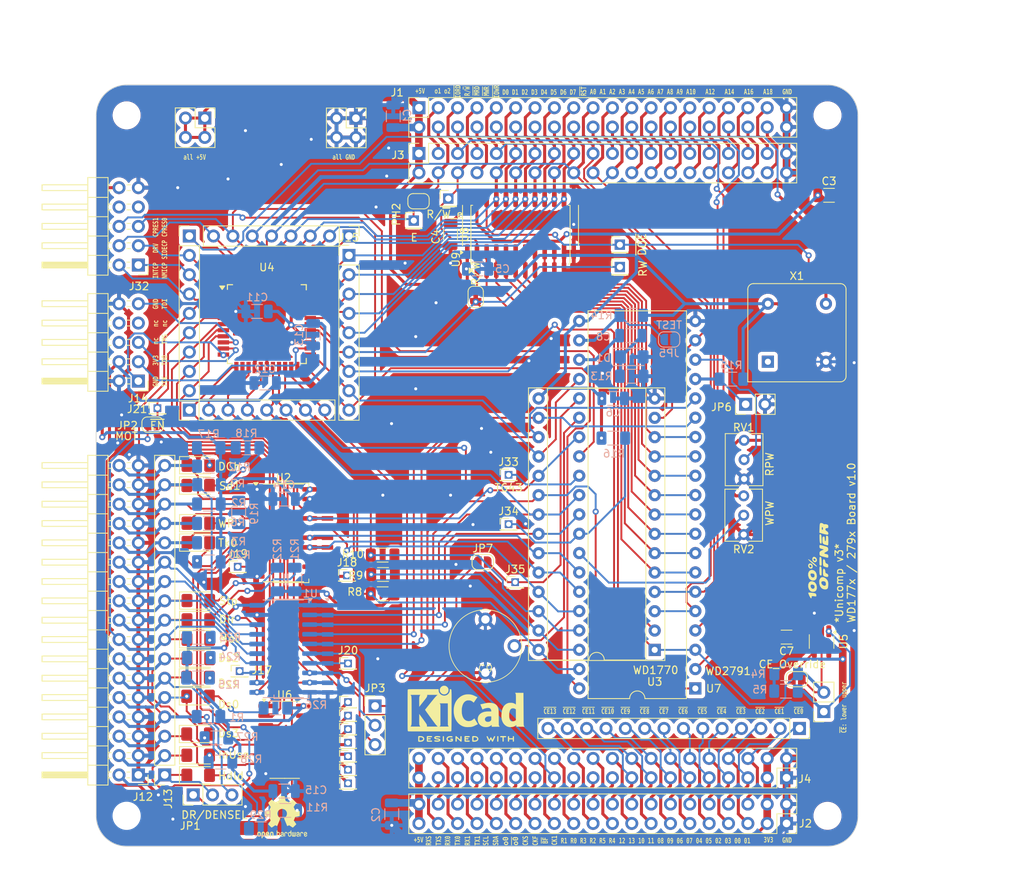
<source format=kicad_pcb>
(kicad_pcb (version 20240108) (generator "pcbnew") (generator_version "8.0")
  (layers (0 "F.Cu" signal) (31 "B.Cu" signal) (34 "B.Paste" user) (35 "F.Paste" user) (36 "B.SilkS" user "B.Silkscreen") (37 "F.SilkS" user "F.Silkscreen") (38 "B.Mask" user) (39 "F.Mask" user) (44 "Edge.Cuts" user))
  (net 0 "")
  (net 1 "GND")
  (net 2 "/D7")
  (net 3 "/D6")
  (net 4 "/D5")
  (net 5 "/D4")
  (net 6 "/D3")
  (net 7 "/D2")
  (net 8 "/D1")
  (net 9 "/D0")
  (net 10 "+5V")
  (net 11 "/A15")
  (net 12 "/A14")
  (net 13 "/A13")
  (net 14 "/A12")
  (net 15 "/A11")
  (net 16 "/A10")
  (net 17 "/A9")
  (net 18 "/A8")
  (net 19 "/A7")
  (net 20 "/A6")
  (net 21 "/A5")
  (net 22 "/A4")
  (net 23 "/A3")
  (net 24 "/A2")
  (net 25 "/A1")
  (net 26 "/A0")
  (net 27 "+3V3")
  (net 28 "/CLKF")
  (net 29 "/CLKS")
  (net 30 "/~{IOWR}")
  (net 31 "/~{MWR}")
  (net 32 "/~{MRD}")
  (net 33 "/R{slash}~{W}_e")
  (net 34 "/~{IORD}")
  (net 35 "/PHI2_e")
  (net 36 "/PHI1_e")
  (net 37 "/~{PH0}")
  (net 38 "/PH0")
  (net 39 "/Bus/~{CE_EXT12}")
  (net 40 "/Bus/~{CE_EXT7}")
  (net 41 "/TX1")
  (net 42 "/RXSTM")
  (net 43 "/RES3")
  (net 44 "/Bus/~{CE_EXT11}")
  (net 45 "/A16")
  (net 46 "/A17")
  (net 47 "/A18")
  (net 48 "/A19")
  (net 49 "/Bus/~{CE_EXT9}")
  (net 50 "/RES5")
  (net 51 "/RX1")
  (net 52 "/RX0")
  (net 53 "/Bus/~{CE_EXT8}")
  (net 54 "/Bus/~{CE_EXT10}")
  (net 55 "/Bus/~{CE_EXT4}")
  (net 56 "/RES1")
  (net 57 "/RES0")
  (net 58 "/RES2")
  (net 59 "/Bus/~{CE_EXT5}")
  (net 60 "/Bus/~{CE_EXT13}")
  (net 61 "/Bus/~{CE_EXT2}")
  (net 62 "/TX0")
  (net 63 "/Bus/~{CE_EXT3}")
  (net 64 "/RES4")
  (net 65 "/Bus/~{CE_EXT0}")
  (net 66 "/CLK1")
  (net 67 "/SCL")
  (net 68 "/~{BUSFREE}")
  (net 69 "/Bus/~{CE_EXT1}")
  (net 70 "/Bus/~{CE_EXT6}")
  (net 71 "/SDA")
  (net 72 "+5VA")
  (net 73 "/TXSTM")
  (net 74 "/E")
  (net 75 "/RW")
  (net 76 "/~{CE1}")
  (net 77 "/Bus/~{DOE}")
  (net 78 "/~{DS3}")
  (net 79 "/INUSE")
  (net 80 "/~{DSKRDY}{slash}DENSEL")
  (net 81 "/~{DS0}")
  (net 82 "/~{WPT}")
  (net 83 "/~{DIR}")
  (net 84 "/~{SIDE1}")
  (net 85 "/~{WREN}")
  (net 86 "/~{WDAT}")
  (net 87 "/~{STEP}")
  (net 88 "/~{IDX}")
  (net 89 "/~{DS2}")
  (net 90 "/~{MOT}")
  (net 91 "/~{TRK00}")
  (net 92 "/~{RDAT}")
  (net 93 "/~{DS1}")
  (net 94 "/~{DSKRDY}")
  (net 95 "/DENSEL")
  (net 96 "/INTRQ")
  (net 97 "/DRQ")
  (net 98 "/WG#")
  (net 99 "/WD#")
  (net 100 "/DIR#")
  (net 101 "/STEP#")
  (net 102 "/MOT#")
  (net 103 "/~{IDX}#")
  (net 104 "/~{RDAT}#")
  (net 105 "/~{WPT}#")
  (net 106 "/~{TRK00}#")
  (net 107 "/DSKRDY#")
  (net 108 "/SIDE1#")
  (net 109 "/TDO")
  (net 110 "/TCK")
  (net 111 "/TMS")
  (net 115 "/TDI")
  (net 116 "/ZZ27")
  (net 118 "/U1_13")
  (net 119 "/U2_11")
  (net 120 "/DENSEL#")
  (net 121 "/U2_9")
  (net 122 "/U1_7")
  (net 123 "/INUSE#")
  (net 124 "Net-(J22-Pin_1)")
  (net 125 "Net-(J23-Pin_1)")
  (net 126 "Net-(J24-Pin_1)")
  (net 127 "Net-(J25-Pin_1)")
  (net 128 "Net-(J27-Pin_1)")
  (net 129 "Net-(J28-Pin_1)")
  (net 130 "Net-(J29-Pin_1)")
  (net 131 "/DSB")
  (net 132 "/DSA")
  (net 133 "/MOTFDC")
  (net 134 "/MOTCP")
  (net 135 "/~{DSKCHG}")
  (net 136 "/FDCCLK")
  (net 137 "/CLK8M")
  (net 138 "/INTCP")
  (net 139 "/NMICP")
  (net 140 "/ZZ5")
  (net 141 "/ZZ13")
  (net 142 "/ZZ18")
  (net 145 "/ZZ40")
  (net 146 "/SIDECP")
  (net 147 "/DRV")
  (net 148 "/DB7")
  (net 149 "/DB0")
  (net 150 "/DB2")
  (net 151 "/DB6")
  (net 152 "/DB3")
  (net 153 "/DB1")
  (net 154 "/DB5")
  (net 155 "/DB4")
  (net 156 "Net-(J35-Pin_1)")
  (net 157 "Net-(J33-Pin_1)")
  (net 158 "/HLD")
  (net 159 "/HLT")
  (net 160 "Net-(U7-PUMP)")
  (net 161 "Net-(D1-K)")
  (net 162 "/~{TEST}")
  (net 163 "Net-(U7-RPW)")
  (net 164 "Net-(U7-VCO)")
  (net 165 "Net-(U7-WPW)")
  (net 166 "/~{5}{slash}8")
  (net 167 "/READY")
  (net 168 "Net-(D2-A)")
  (net 169 "Net-(D3-A)")
  (net 170 "Net-(D4-A)")
  (net 171 "Net-(D5-A)")
  (net 172 "Net-(D6-A)")
  (net 173 "Net-(D7-A)")
  (net 174 "Net-(D8-A)")
  (net 175 "Net-(D9-A)")
  (net 176 "Net-(D10-A)")
  (net 177 "Net-(D11-A)")
  (net 178 "Net-(D12-A)")
  (net 179 "Net-(D13-A)")
  (net 180 "Net-(D14-A)")
  (footprint "Connector_PinSocket_2.54mm:PinSocket_2x02_P2.54mm_Vertical" (layer "F.Cu") (at 64.262 54.356)
    (property "Reference" "J30" (hide yes))
    (property "Value" "Conn_02x02_Odd_Even" (hide yes))
  )
  (footprint "LED_SMD:LED_1206_3216Metric_Pad1.42x1.75mm_HandSolder" (layer "F.Cu") (at 63.373 135.255)
    (property "Reference" "D12" (hide yes))
    (property "Value" "RED")
  )
  (footprint "Connector_PinHeader_1.27mm:PinHeader_1x01_P1.27mm_Vertical" (layer "F.Cu") (at 83.058 131.064)
    (property "Reference" "J29" (hide yes))
    (property "Value" "Conn_01x01" (hide yes))
  )
  (footprint "Package_QFP:TQFP-44_10x10mm_P0.8mm" (layer "F.Cu") (at 72.405 81.42)
    (property "Reference" "U4")
    (property "Value" "XC9572VQ44")
  )
  (footprint "Connector_PinHeader_2.54mm:PinHeader_1x09_P2.54mm_Vertical" (layer "F.Cu") (at 83.185 72.39)
    (property "Reference" "J15")
    (property "Value" "Conn_01x09" (hide yes))
  )
  (footprint "Connector_PinHeader_2.00mm:PinHeader_1x01_P2.00mm_Vertical" (layer "F.Cu") (at 91.694 67.818)
    (property "Reference" "J8" (hide yes))
    (property "Value" "E")
  )
  (footprint "Connector_PinSocket_2.54mm:PinSocket_2x20_P2.54mm_Vertical" (layer "F.Cu") (at 92.367 53 90)
    (property "Reference" "J1")
    (property "Value" "BUS" (hide yes))
  )
  (footprint "Connector_PinHeader_2.54mm:PinHeader_1x02_P2.54mm_Vertical" (layer "F.Cu") (at 135.255 91.948 90)
    (property "Reference" "JP6")
    (property "Value" "8\"")
  )
  (footprint "Connector_PinHeader_2.54mm:PinHeader_2x17_P2.54mm_Horizontal" (layer "F.Cu") (at 55.54 140.627 180)
    (property "Reference" "J12")
    (property "Value" "Floppy")
  )
  (footprint "Capacitor_SMD:C_1206_3216Metric" (layer "F.Cu") (at 146.2 64.5)
    (property "Reference" "C3")
    (property "Value" "100n")
  )
  (footprint "LED_SMD:LED_1206_3216Metric_Pad1.42x1.75mm_HandSolder" (layer "F.Cu") (at 63.4095 120.269)
    (property "Reference" "D6" (hide yes))
    (property "Value" "RED")
  )
  (footprint "Package_TO_SOT_SMD:SOT-23-5_HandSoldering" (layer "F.Cu") (at 145.222 123.11 -90)
    (property "Reference" "U5")
    (property "Value" "74AHC1G08")
  )
  (footprint "Jumper:SolderJumper-2_P1.3mm_Bridged_RoundedPad1.0x1.5mm" (layer "F.Cu") (at 99.822 77.836 -90)
    (property "Reference" "JP8" (hide yes))
    (property "Value" "R/W")
  )
  (footprint "Connector_PinHeader_2.54mm:PinHeader_1x03_P2.54mm_Vertical" (layer "F.Cu") (at 86.614 131.572)
    (property "Reference" "JP3")
    (property "Value" "DR/DENSEL")
  )
  (footprint "Connector_PinHeader_2.00mm:PinHeader_1x01_P2.00mm_Vertical" (layer "F.Cu") (at 118.745 73.914)
    (property "Reference" "J9" (hide yes))
    (property "Value" "RW")
  )
  (footprint "Connector_PinSocket_2.54mm:PinSocket_2x20_P2.54mm_Vertical" (layer "F.Cu") (at 140.627 141 -90)
    (property "Reference" "J4")
    (property "Value" "Spare" (hide yes))
  )
  (footprint "Connector_PinSocket_2.54mm:PinSocket_2x02_P2.54mm_Vertical" (layer "F.Cu") (at 84.094 54.376)
    (property "Reference" "J31" (hide yes))
    (property "Value" "Conn_02x02_Odd_Even" (hide yes))
  )
  (footprint "Connector_PinHeader_1.27mm:PinHeader_1x01_P1.27mm_Vertical" (layer "F.Cu") (at 83.058 132.842)
    (property "Reference" "J28" (hide yes))
    (property "Value" "Conn_01x01" (hide yes))
  )
  (footprint "Connector_PinHeader_2.54mm:PinHeader_1x08_P2.54mm_Vertical" (layer "F.Cu") (at 83.185 69.85 -90)
    (property "Reference" "J7" (hide yes))
    (property "Value" "Conn_01x08" (hide yes))
  )
  (footprint "Connector_PinHeader_1.27mm:PinHeader_1x01_P1.27mm_Vertical" (layer "F.Cu") (at 82.931 114.427)
    (property "Reference" "J18")
    (property "Value" "Conn_01x01" (hide yes))
  )
  (footprint "Symbol:KiCad-Logo2_6mm_SilkScreen" (layer "F.Cu") (at 98.544514 131.892848)
    (property "Reference" "H5" (hide yes))
    (property "Value" "Logo kicad" (hide yes))
  )
  (footprint "Package_SO:SOIC-16_3.9x9.9mm_P1.27mm" (layer "F.Cu") (at 74.741 136.017)
    (property "Reference" "U6")
    (property "Value" "74ACT139")
  )
  (footprint "Connector_PinHeader_1.27mm:PinHeader_1x01_P1.27mm_Vertical" (layer "F.Cu") (at 68.834 127)
    (property "Reference" "J17")
    (property "Value" "Conn_01x01" (hide yes))
  )
  (footprint "Connector_PinHeader_2.54mm:PinHeader_1x03_P2.54mm_Vertical" (layer "F.Cu") (at 62.738 143.256 90)
    (property "Reference" "JP1")
    (property "Value" "DR/DENSEL")
  )
  (footprint "Connector_PinHeader_2.00mm:PinHeader_1x01_P2.00mm_Vertical" (layer "F.Cu") (at 118.745 70.993)
    (property "Reference" "J10" (hide yes))
    (property "Value" "~{DOE}")
  )
  (footprint "Jumper:SolderJumper-2_P1.3mm_Open_RoundedPad1.0x1.5mm" (layer "F.Cu") (at 57.404 94.615)
    (property "Reference" "JP2")
    (property "Value" "MOT")
  )
  (footprint "Connector_PinHeader_1.27mm:PinHeader_1x01_P1.27mm_Vertical" (layer "F.Cu") (at 83.058 134.62)
    (property "Reference" "J27" (hide yes))
    (property "Value" "Conn_01x01" (hide yes))
  )
  (footprint "Connector_PinHeader_1.27mm:PinHeader_1x01_P1.27mm_Vertical" (layer "F.Cu") (at 104.14 107.696)
    (property "Reference" "J34")
    (property "Value" "READY")
  )
  (footprint "Connector_PinHeader_1.27mm:PinHeader_1x01_P1.27mm_Vertical" (layer "F.Cu") (at 83.058 125.984)
    (property "Reference" "J20")
    (property "Value" "Conn_01x01" (hide yes))
  )
  (footprint "Jumper:SolderJumper-2_P1.3mm_Open_RoundedPad1.0x1.5mm" (layer "F.Cu") (at 141.975 128.05 180)
    (property "Reference" "JP4" (hide yes))
    (property "Value" "CE_Override")
  )
  (footprint "LED_SMD:LED_1206_3216Metric_Pad1.42x1.75mm_HandSolder" (layer "F.Cu") (at 63.4095 110.109)
    (property "Reference" "D5" (hide yes))
    (property "Value" "RED")
  )
  (footprint "LED_SMD:LED_1206_3216Metric_Pad1.42x1.75mm_HandSolder" (layer "F.Cu") (at 63.392 140.678)
    (property "Reference" "D14" (hide yes))
    (property "Value" "RED")
  )
  (footprint "LED_SMD:LED_1206_3216Metric_Pad1.42x1.75mm_HandSolder" (layer "F.Cu") (at 63.373 130.302)
    (property "Reference" "D11" (hide yes))
    (property "Value" "RED")
  )
  (footprint "Jumper:SolderJumper-2_P1.3mm_Open_RoundedPad1.0x1.5mm" (layer "F.Cu") (at 100.7468 112.6744)
    (property "Reference" "JP7")
    (property "Value" "SIDE")
  )
  (footprint "LED_SMD:LED_1206_3216Metric_Pad1.42x1.75mm_HandSolder" (layer "F.Cu") (at 63.4095 122.809)
    (property "Reference" "D8" (hide yes))
    (property "Value" "RED")
  )
  (footprint "Symbol:OSHW-Logo2_7.3x6mm_SilkScreen" (layer "F.Cu") (at 74.422 146.177)
    (property "Reference" "H6" (hide yes))
    (property "Value" "Logo Open Source Hardware" (hide yes))
  )
  (footprint "Connector_PinHeader_2.00mm:PinHeader_1x01_P2.00mm_Vertical" (layer "F.Cu") (at 96.225 64.925)
    (property "Reference" "J5" (hide yes))
    (property "Value" "R/~{W}_e")
  )
  (footprint "Package_SO:SO-20_12.8x7.5mm_P1.27mm" (layer "F.Cu") (at 75.616 108.839)
    (property "Reference" "U10" (hide yes))
    (property "Value" "74HCT7541")
  )
  (footprint "Connector_PinSocket_2.54mm:PinSocket_1x02_P2.54mm_Vertical" (layer "F.Cu") (at 145.517 132.314 180)
    (property "Reference" "J26" (hide yes))
    (property "Value" "Conn_01x02" (hide yes))
  )
  (footprint "Connector_PinSocket_2.54mm:PinSocket_2x20_P2.54mm_Vertical" (layer "F.Cu") (at 140.627 147 -90)
    (property "Reference" "J2")
    (property "Value" "BUS" (hide yes))
  )
  (footprint "Connector_PinHeader_2.54mm:PinHeader_2x05_P2.54mm_Horizontal" (layer "F.Cu") (at 55.54 73.66 180)
    (property "Reference" "J32")
    (property "Value" "EXT" (hide yes))
  )
  (footprint "Connector_PinHeader_2.54mm:PinHeader_2x05_P2.54mm_Horizontal" (layer "F.Cu") (at 55.54 88.9 180)
    (property "Reference" "J14")
    (property "Value" "JTAG" (hide yes))
  )
  (footprint "my_own:Capacitor_Trim" (layer "F.Cu") (at 101.092 127.1905)
    (property "Reference" "C9")
    (property "Value" "8-70p")
  )
  (footprint "LED_SMD:LED_1206_3216Metric_Pad1.42x1.75mm_HandSolder" (layer "F.Cu") (at 63.371 127.824)
    (property "Reference" "D10" (hide yes))
    (property "Value" "RED")
  )
  (footprint "LED_SMD:LED_1206_3216Metric_Pad1.42x1.75mm_HandSolder" (layer "F.Cu") (at 63.4095 99.949)
    (property "Reference" "D2" (hide yes))
    (property "Value" "RED")
  )
  (footprint "MountingHole:MountingHole_3.2mm_M3" (layer "F.Cu") (at 146 54)
    (property "Reference" "H3" (hide yes))
    (property "Value" "M3" (hide yes))
  )
  (footprint "Connector_PinHeader_1.27mm:PinHeader_1x01_P1.27mm_Vertical" (layer "F.Cu") (at 83.058 141.732)
    (property "Reference" "J22" (hide yes))
    (property "Value" "Conn_01x01" (hide yes))
  )
  (footprint "Connector_PinHeader_1.27mm:PinHeader_1x01_P1.27mm_Vertical" (layer "F.Cu") (at 104.14 101.219)
    (property "Reference" "J33")
    (property "Value" "TG43")
  )
  (footprint "LED_SMD:LED_1206_3216Metric_Pad1.42x1.75mm_HandSolder" (layer "F.Cu") (at 63.4095 107.569)
    (property "Reference" "D4" (hide yes))
    (property "Value" "RED")
  )
  (footprint "Package_DIP:DIP-28_W15.24mm_Socket" (layer "F.Cu") (at 123.317 124.206 180)
    (property "Reference" "U3")
    (property "Value" "WD1770")
  )
  (footprint "Connector_PinHeader_1.27mm:PinHeader_1x01_P1.27mm_Vertical" (layer "F.Cu") (at 68.58 113.284)
    (property "Reference" "J19")
    (property "Value" "Conn_01x01" (hide yes))
  )
  (footprint "Connector_PinHeader_1.27mm:PinHeader_1x01_P1.27mm_Vertical" (layer "F.Cu") (at 105.0036 115.316)
    (property "Reference" "J35")
    (property "Value" "SIDE")
  )
  (footprint "LED_SMD:LED_1206_3216Metric_Pad1.42x1.75mm_HandSolder" (layer "F.Cu") (at 63.392 102.616)
    (property "Reference" "D3" (hide yes))
    (property "Value" "RED")
  )
  (footprint "Connector_PinHeader_1.27mm:PinHeader_1x01_P1.27mm_Vertical" (layer "F.Cu") (at 83.058 136.398)
    (property "Reference" "J24" (hide yes))
    (property "Value" "Conn_01x01" (hide yes))
  )
  (footprint "Connector_PinSocket_2.54mm:PinSocket_1x14_P2.54mm_Vertical" (layer "F.Cu") (at 142.325 134.525 -90)
    (property "Reference" "J11" (hide yes))
    (property "Value" "Conn_01x14" (hide yes))
  )
  (footprint "LED_SMD:LED_1206_3216Metric_Pad1.42x1.75mm_HandSolder" (layer "F.Cu") (at 63.4095 125.349)
    (property "Reference" "D9" (hide yes))
    (property "Value" "RED")
  )
  (footprint "Oscillator:Oscillator_DIP-8" (layer "F.Cu") (at 138.176 86.36)
    (property "Reference" "X1")
    (property "Value" "8M")
  )
  (footprint "Connector_PinSocket_2.54mm:PinSocket_2x20_P2.54mm_Vertical" (layer "F.Cu") (at 92.367 59 90)
    (property "Reference" "J3")
    (property "Value" "Spare" (hide yes))
  )
  (footprint "my_own:Logo_100ProzentOffner_10x2.7mm" (layer "F.Cu") (at 144.78 112.522 90)
    (property "Reference" "G***" (hide yes))
    (property "Value" "LOGO" (hide yes))
  )
  (footprint "Connector_PinHeader_1.27mm:PinHeader_1x01_P1.27mm_Vertical" (layer "F.Cu") (at 58.039 92.456)
    (property "Reference" "J21")
    (property "Value" "~{EN}")
  )
  (footprint "LED_SMD:LED_1206_3216Metric_Pad1.42x1.75mm_HandSolder" (layer "F.Cu") (at 63.392 138.049)
    (property "Reference" "D13" (hide yes))
    (property "Value" "RED")
  )
  (footprint "Potentiometer_THT:Potentiometer_Vishay_T73XW_Horizontal" (layer "F.Cu") (at 135.052 96.68)
    (property "Reference" "RV1")
    (property "Value" "10k")
  )
  (footprint "Jumper:SolderJumper-2_P1.3mm_Bridged_RoundedPad1.0x1.5mm" (layer "F.Cu") (at 92.314 65.278 180)
    (property "Reference" "JP9" (hide yes))
    (property "Value" "PH2")
  )
  (footprint "Connector_PinHeader_1.27mm:PinHeader_1x01_P1.27mm_Vertical" (layer "F.Cu") (at 83.058 139.954)
    (property "Reference" "J23" (hide yes))
    (property "Value" "Conn_01x01" (hide yes))
  )
  (footprint "Connector_PinHeader_2.54mm:PinHeader_1x08_P2.54mm_Vertical" (layer "F.Cu") (at 62.23 92.71 90)
    (property "Reference" "J16" (hide yes))
    (property "Value" "Conn_01x08" (hide yes))
  )
  (footprint "Package_SO:SO-24_5.3x15mm_P1.27mm" (layer "F.Cu") (at 105.699717 68.45708 90)
    (property "Reference" "U9")
    (property "Value" "SN74LVCC4245ANSR" (hide yes))
  )
  (footprint "MountingHole:MountingHole_3.2mm_M3" (layer "F.Cu") (at 54 54)
    (property "Reference" "H1" (hide yes))
    (property "Value" "M3" (hide yes))
  )
  (footprint "Resistor_SMD:R_1206_3216Metric_Pad1.30x1.75mm_HandSolder" (layer "F.Cu") (at 87.604 116.84 180)
    (property "Reference" "R8")
    (property "Value" "1k")
  )
  (footprint "Connector_PinHeader_1.27mm:PinHeader_1x01_P1.27mm_Vertical" (layer "F.Cu") (at 83.058 138.176)
    (property "Reference" "J25" (hide yes))
    (property "Value" "Conn_01x01" (hide yes))
  )
  (footprint "LED_SMD:LED_1206_3216Metric_Pad1.42x1.75mm_HandSolder" (layer "F.Cu") (at 63.4095 117.729)
    (property "Reference" "D7" (hide yes))
    (property "Value" "RED")
  )
  (footprint "MountingHole:MountingHole_3.2mm_M3" (layer "F.Cu") (at 54 146)
    (property "Reference" "H2" (hide yes))
    (property "Value" "M3" (hide yes))
  )
  (footprint "Capacitor_SMD:C_1206_3216Metric" (layer "F.Cu") (at 140.625 122.525 180)
    (property "Reference" "C7")
    (property "Value" "100n")
  )
  (footprint "Package_SO:SOIC-20W_7.5x12.8mm_P1.27mm" (layer "F.Cu") (at 105.698783 69.671416 90)
    (property "Reference" "U8")
    (property "Value" "74LS245")
  )
  (footprint "Connector_PinHeader_2.54mm:PinHeader_1x09_P2.54mm_Vertical" (layer "F.Cu") (at 62.23 69.85)
    (property "Reference" "J6" (hide yes))
    (property "Value" "Conn_01x09" (hide yes))
  )
  (footprint "Capacitor_SMD:C_1206_3216Metric" (layer "F.Cu") (at 96.52 69.645 -90)
    (property "Reference" "C4")
    (property "Value" "100n" (hide yes))
  )
  (footprint "Package_SO:SO-20_5.3x12.6mm_P1.27mm" (layer "F.Cu") (at 74.5825 108.839)
    (property "Reference" "U2")
    (property "Value" "74HCT7541" (hide yes))
  )
  (footprint "Package_DIP:DIP-40_W15.24mm" (layer "F.Cu") (at 128.651 129.271 180)
    (property "Reference" "U7")
    (property "Value" "WD2791")
  )
  (footprint "Potentiometer_THT:Potentiometer_Vishay_T73XW_Horizontal" (layer "F.Cu") (at 135 103.975)
    (property "Reference" "RV2")
    (property "Value" "10k")
  )
  (footprint "Resistor_SMD:R_1206_3216Metric_Pad1.30x1.75mm_HandSolder" (layer "F.Cu") (at 87.604 111.76 180)
    (property "Reference" "R10")
    (property "Value" "1k")
  )
  (footprint "Resistor_SMD:R_1206_3216Metric_Pad1.30x1.75mm_HandSolder" (layer "F.Cu") (at 87.656 114.3 180)
    (property "Reference" "R9")
    (property "Value" "1k")
  )
  (footprint "Connector_PinSocket_2.54mm:PinSocket_1x17_P2.54mm_Vertical" (layer "F.Cu") (at 59 140.627 180)
    (property "Reference" "J13")
    (property "Value" "Test")
  )
  (footprint "MountingHole:MountingHole_3.2mm_M3" (layer "F.Cu") (at 146 146)
    (property "Reference" "H4" (hide yes))
    (property "Value" "M3" (hide yes))
  )
  (footprint "Capacitor_SMD:C_1206_3216Metric" (layer "B.Cu") (at 88.8 145.775 -90)
    (property "Reference" "C2")
    (property "Value" "100n")
  )
  (footprint "Resistor_SMD:R_1206_3216Metric_Pad1.30x1.75mm_HandSolder" (layer "B.Cu") (at 65.786 135.763 180)
    (property "Reference" "R27")
    (property "Value" "1k")
  )
  (footprint "Resistor_SMD:R_1206_3216Metric_Pad1.30x1.75mm_HandSolder" (layer "B.Cu") (at 73.533 131.826 180)
    (property "Reference" "R26")
    (property "Value" "1k")
  )
  (footprint "Capacitor_SMD:C_1206_3216Metric" (layer "B.Cu") (at 117.856 91.186)
    (property "Reference" "C6")
    (property "Value" "100n")
  )
  (footprint "Resistor_SMD:R_1206_3216Metric_Pad1.30x1.75mm_HandSolder" (layer "B.Cu") (at 120.295 88.265)
    (property "Reference" "R13")
    (property "Value" "1k")
  )
  (footprint "Resistor_SMD:R_1206_3216Metric_Pad1.30x1.75mm_HandSolder" (layer "B.Cu") (at 64.744 132.969 180)
    (property "Reference" "R1")
    (property "Value" "1k")
  )
  (footprint "Resistor_SMD:R_1206_3216Metric_Pad1.30x1.75mm_HandSolder" (layer "B.Cu") (at 140.575 127.325)
    (property "Reference" "R4")
    (property "Value" "10k" (hide yes))
  )
  (footprint "Resistor_SMD:R_1206_3216Metric_Pad1.30x1.75mm_HandSolder" (layer "B.Cu") (at 64.796 112.649 180)
    (property "Reference" "R20")
    (property "Value" "1k")
  )
  (footprint "Capacitor_SMD:C_1206_3216Metric" (layer "B.Cu") (at 71.12 79.756 180)
    (property "Reference" "C11")
    (property "Value" "100n")
  )
  (footprint "Resistor_SMD:R_1206_3216Metric_Pad1.30x1.75mm_HandSolder" (layer "B.Cu") (at 64.77 97.663 180)
    (property "Reference" "R17")
    (property "Value" "1k")
  )
  (footprint "Capacitor_SMD:C_1206_3216Metric" (layer "B.Cu") (at 120.191 82.931)
    (property "Reference" "C8")
    (property "Value" "220n")
  )
  (footprint "Diode_SMD:D_1206_3216Metric_Pad1.42x1.75mm_HandSolder" (layer "B.Cu") (at 120.3055 85.725)
    (property "Reference" "D1")
    (property "Value" "1N4148")
  )
  (footprint "Capacitor_SMD:C_1206_3216Metric" (layer "B.Cu") (at 100.076 74.168)
    (property "Reference" "C5")
    (property "Value" "100n" (hide yes))
  )
  (footprint "Resistor_SMD:R_1206_3216Metric_Pad1.30x1.75mm_HandSolder" (layer "B.Cu") (at 64.796 105.0544 180)
    (property "Reference" "R2")
    (property "Value" "1k")
  )
  (footprint "Resistor_SMD:R_1206_3216Metric_Pad1.30x1.75mm_HandSolder" (layer "B.Cu") (at 68.707 106.146 -90)
    (property "Reference" "R19")
    (property "Value" "1k")
  )
  (footprint "Capacitor_SMD:C_1206_3216Metric" (layer "B.Cu") (at 74.676 142.748)
    (property "Reference" "C15")
    (property "Value" "100n")
  )
  (footprint "Resistor_SMD:R_1206_3216Metric_Pad1.30x1.75mm_HandSolder" (layer "B.Cu") (at 64.7948 110.1344 180)
    (property "Reference" "R3")
    (property "Value" "1k")
  )
  (footprint "Resistor_SMD:R_1206_3216Metric_Pad1.30x1.75mm_HandSolder" (layer "B.Cu") (at 74.829 145.288)
    (property "Reference" "R11")
    (property "Value" "1k")
  )
  (footprint "Package_SO:SO-20_12.8x7.5mm_P1.27mm" (layer "B.Cu") (at 75.641 124.079 180)
    (property "Reference" "U11" (hide yes))
    (property "Value" "74HCT7540")
  )
  (footprint "Resistor_SMD:R_1206_3216Metric_Pad1.30x1.75mm_HandSolder" (layer "B.Cu") (at 64.796 100.076 180)
    (property "Reference" "R12")
    (property "Value" "1k")
  )
  (footprint "Resistor_SMD:R_1206_3216Metric_Pad1.30x1.75mm_HandSolder" (layer "B.Cu") (at 140.55 129.625)
    (property "Reference" "R5")
    (property "Value" "10k" (hide yes))
  )
  (footprint "Resistor_SMD:R_1206_3216Metric_Pad1.30x1.75mm_HandSolder" (layer "B.Cu") (at 64.7948 107.5944 180)
    (property "Reference" "R6")
    (property "Value" "1k")
  )
  (footprint "Resistor_SMD:R_1206_3216Metric_Pad1.30x1.75mm_HandSolder" (layer "B.Cu") (at 120.243 80.264 180)
    (property "Reference" "R14")
    (property "Value" "1k")
  )
  (footprint "Resistor_SMD:R_1206_3216Metric_Pad1.30x1.75mm_HandSolder" (layer "B.Cu") (at 71.602 147.701 180)
    (property "Reference" "R29")
    (property "Value" "1k")
  )
  (footprint "Resistor_SMD:R_1206_3216Metric_Pad1.30x1.75mm_HandSolder" (layer "B.Cu") (at 133.376 88.646 180)
    (property "Reference" "R15")
    (property "Value" "1k")
  )
  (footprint "Resistor_SMD:R_1206_3216Metric_Pad1.30x1.75mm_HandSolder" (layer "B.Cu") (at 64.8208 102.5144 180)
    (property "Reference" "R7")
    (property "Value" "1k")
  )
  (footprint "Capacitor_SMD:C_1206_3216Metric" (layer "B.Cu") (at 78.486 82.804 -90)
    (property "Reference" "C13")
    (property "Value" "100n")
  )
  (footprint "Resistor_SMD:R_1206_3216Metric_Pad1.30x1.75mm_HandSolder" (layer "B.Cu") (at 69.876 97.663)
    (property "Reference" "R18")
    (property "Value" "1k")
  )
  (footprint "Resistor_SMD:R_1206_3216Metric_Pad1.30x1.75mm_HandSolder" (layer "B.Cu") (at 76.073 114.961 90)
    (property "Reference" "R21")
    (property "Value" "1k")
  )
  (footprint "Resistor_SMD:R_1206_3216Metric_Pad1.30x1.75mm_HandSolder" (layer "B.Cu") (at 73.787 114.961 90)
    (property "Reference" "R22")
    (property "Value" "1k")
  )
  (footprint "Capacitor_SMD:C_1206_3216Metric" (layer "B.Cu") (at 74.676 104.394 180)
    (property "Reference" "C14")
    (property "Value" "100n")
  )
  (footprint "Resistor_SMD:R_1206_3216Metric_Pad1.30x1.75mm_HandSolder" (layer "B.Cu") (at 117.882 96.393)
    (property "Reference" "R16")
    (property "Value" "1k")
  )
  (footprint "Resistor_SMD:R_1206_3216Metric_Pad1.30x1.75mm_HandSolder" (layer "B.Cu") (at 63.373 127.889)
    (property "Reference" "R25")
    (property "Value" "1k")
  )
  (footprint "Capacitor_SMD:C_1206_3216Metric" (layer "B.Cu") (at 89 54.125 90)
    (property "Reference" "C1")
    (property "Value" "100n" (hide yes))
  )
  (footprint "Resistor_SMD:R_1206_3216Metric_Pad1.30x1.75mm_HandSolder" (layer "B.Cu") (at 63.474 125.222)
    (property "Reference" "R24")
    (property "Value" "1k")
  )
  (footprint "Capacitor_SMD:C_1206_3216Metric" (layer "B.Cu") (at 72.185 89.154 180)
    (property "Reference" "C12")
    (property "Value" "100n")
  )
  (footprint "Package_SO:SO-20_5.3x12.6mm_P1.27mm" (layer "B.Cu") (at 74.569324 124.056735 180)
    (property "Reference" "U1")
    (property "Value" "74HCT7540")
  )
  (footprint "Resistor_SMD:R_1206_3216Metric_Pad1.30x1.75mm_HandSolder" (layer "B.Cu") (at 66.32 138.938 180)
    (property "Reference" "R28")
    (property "Value" "1k")
  )
  (footprint "Jumper:SolderJumper-2_P1.3mm_Open_RoundedPad1.0x1.5mm" (layer "B.Cu") (at 125.207 83.439)
    (property "Reference" "JP5")
    (property "Value" "TEST")
  )
  (footprint "Resistor_SMD:R_1206_3216Metric_Pad1.30x1.75mm_HandSolder" (layer "B.Cu") (at 63.474 122.555)
    (property "Reference" "R23")
    (property "Value" "1k")
  )
  (gr_line (start 50 54) (end 50 146) (stroke (width 0.1)) (layer "Edge.Cuts"))
  (gr_arc (start 50 54) (mid 51.171571 51.17157) (end 54 50) (stroke (width 0.1)) (layer "Edge.Cuts"))
  (gr_arc (start 146 50) (mid 148.828425 51.171573) (end 150 54) (stroke (width 0.1)) (layer "Edge.Cuts"))
  (gr_arc (start 150 146) (mid 148.828425 148.828424) (end 146 149.999995) (stroke (width 0.1)) (layer "Edge.Cuts"))
  (gr_line (start 150 146) (end 150 54) (stroke (width 0.1)) (layer "Edge.Cuts"))
  (gr_line (start 146 50) (end 54 50) (stroke (width 0.1)) (layer "Edge.Cuts"))
  (gr_arc (start 54 150) (mid 51.171571 148.828427) (end 50 146) (stroke (width 0.1)) (layer "Edge.Cuts"))
  (gr_line (start 146 150) (end 54 150) (stroke (width 0.1)) (layer "Edge.Cuts"))
  (gr_text "TXS" (at 95.4 149.9 90) (layer "F.SilkS") (effects (font (size 0.7 0.5) (thickness 0.1) (bold yes)) (justify left bottom)))
  (gr_text "CKF" (at 108.1 149.9 90) (layer "F.SilkS") (effects (font (size 0.7 0.5) (thickness 0.1) (bold yes)) (justify left bottom)))
  (gr_text "~{CE}: lower  upper  " (at 148.59 135.128 90) (layer "F.SilkS") (effects (font (size 0.7 0.5) (thickness 0.1) (bold yes)) (justify left bottom)))
  (gr_text "all +5V\n" (at 61.468 59.944 0) (layer "F.SilkS") (effects (font (size 0.7 0.5) (thickness 0.1) (bold yes)) (justify left bottom)))
  (gr_text "all GND\n" (at 81.026 59.944 0) (layer "F.SilkS") (effects (font (size 0.7 0.5) (thickness 0.1) (bold yes)) (justify left bottom)))
  (gr_text "Ds0" (at 65.913 131.953 0) (layer "F.SilkS") (effects (font (size 1 1)) (justify left bottom)))
  (gr_text "InUse" (at 65.913 138.557 0) (layer "F.SilkS") (effects (font (size 1 1)) (justify left bottom)))
  (gr_text "+5V   o1 o2" (at 91.8972 51.2572 0) (layer "F.SilkS") (effects (font (size 0.7 0.5) (thickness 0.1) (bold yes)) (justify left bottom)))
  (gr_text "TX0" (at 97.9 149.9 90) (layer "F.SilkS") (effects (font (size 0.7 0.5) (thickness 0.1) (bold yes)) (justify left bottom)))
  (gr_text "SCL" (at 101.6 149.9 90) (layer "F.SilkS") (effects (font (size 0.7 0.5) (thickness 0.1) (bold yes)) (justify left bottom)))
  (gr_text "3V3" (at 137.6172 149.606 0) (layer "F.SilkS") (effects (font (size 0.7 0.5) (thickness 0.1) (bold yes)) (justify left bottom)))
  (gr_text "Ds1" (at 65.913 129.159 0) (layer "F.SilkS") (effects (font (size 1 1)) (justify left bottom)))
  (gr_text "RPW" (at 139 101.5 90) (layer "F.SilkS") (effects (font (size 1 1)) (justify left bottom)))
  (gr_text "R/~{W}" (at 99.1616 51.4604 90) (layer "F.SilkS") (effects (font (size 0.7 0.5) (thickness 0.1) (bold yes)) (justify left bottom)))
  (gr_text "Tk0" (at 65.913 110.744 0) (layer "F.SilkS") (effects (font (size 1 1)) (justify left bottom)))
  (gr_text "~{BF}" (at 109.41174 149.658466 90) (layer "F.SilkS") (effects (font (size 0.7 0.5) (thickness 0.1) (bold yes)) (justify left bottom)))
  (gr_text "~{RST}" (at 114.4524 51.4604 90) (layer "F.SilkS") (effects (font (size 0.7 0.5) (thickness 0.1) (bold yes)) (justify left bottom)))
  (gr_text "WPW" (at 139 108 90) (layer "F.SilkS") (effects (font (size 1 1)) (justify left bottom)))
  (gr_text "~{o0}" (at 105.5 149.9 90) (layer "F.SilkS") (effects (font (size 0.7 0.7) (thickness 0.1) (bold yes)) (justify left bottom)))
  (gr_text "~{IOWR}" (at 103.0224 51.7144 90) (layer "F.SilkS") (effects (font (size 0.7 0.5) (thickness 0.1) (bold yes)) (justify left bottom)))
  (gr_text "~{CE13}  ~{CE12}  ~{CE11}  ~{CE10}  ~{CE9}   ~{CE8}   ~{CE7}   ~{CE6}   ~{CE5}   ~{CE4}   ~{CE3}   ~{CE2}   ~{CE1}   ~{CE0}" (at 108.725 132.725 0) (layer "F.SilkS") (effects (font (size 0.7 0.5) (thickness 0.1) (bold yes)) (justify left bottom)))
  (gr_text "D0 D1 D2 D3 D4 D5 D6 D7" (at 103.3272 51.4096 0) (layer "F.SilkS") (effects (font (size 0.7 0.5) (thickness 0.1) (bold yes)) (justify left bottom)))
  (gr_text "Hdld" (at 65.913 141.351 0) (layer "F.SilkS") (effects (font (size 1 1)) (justify left bottom)))
  (gr_text "Dir" (at 66.04 120.777 0) (layer "F.SilkS") (effects (font (size 1 1)) (justify left bottom)))
  (gr_text "*Unicomp v3*\nWD177x / 279x Board v1.0" (at 148.3416 120.753995 90) (layer "F.SilkS") (effects (font (size 1 1)) (justify left)))
  (gr_text "Ds2" (at 65.913 125.857 0) (layer "F.SilkS") (effects (font (size 1 1)) (justify left bottom)))
  (gr_text "RXS" (at 94.1 149.9 90) (layer "F.SilkS") (effects (font (size 0.7 0.5) (thickness 0.1) (bold yes)) (justify left bottom)))
  (gr_text "INTCP   DRV  CPRES1\nNMICP SIDECP CPRES0" (at 59.436 75.438 90) (layer "F.SilkS") (effects (font (size 0.7 0.5) (thickness 0.1) (bold yes)) (justify left bottom)))
  (gr_text "WP" (at 65.913 108.204 0) (layer "F.SilkS") (effects (font (size 1 1)) (justify left bottom)))
  (gr_text "+5V" (at 91.694 149.606 0) (layer "F.SilkS") (effects (font (size 0.7 0.5) (thickness 0.1) (bold yes)) (justify left bottom)))
  (gr_text "SDA" (at 102.9 149.9 90) (layer "F.SilkS") (effects (font (size 0.7 0.5) (thickness 0.1) (bold yes)) (justify left bottom)))
  (gr_text "RX0" (at 96.6 149.9 90) (layer "F.SilkS") (effects (font (size 0.7 0.5) (thickness 0.1) (bold yes)) (justify left bottom)))
  (gr_text "~{MRD}\n" (at 100.4316 51.4096 90) (layer "F.SilkS") (effects (font (size 0.7 0.5) (thickness 0.1) (bold yes)) (justify left bottom)))
  (gr_text "RX1" (at 99.2 149.9 90) (layer "F.SilkS") (effects (font (size 0.7 0.5) (thickness 0.1) (bold yes)) (justify left bottom)))
  (gr_text "Stp" (at 66.04 118.364 0) (layer "F.SilkS") (effects (font (size 1 1)) (justify left bottom)))
  (gr_text "R1 R0 R3 R2 R5 R4" (at 110.998 149.733 0) (layer "F.SilkS") (effects (font (size 0.7 0.5) (thickness 0.1) (bold yes)) (justify left bottom)))
  (gr_text "o0" (at 104.2 149.9 90) (layer "F.SilkS") (effects (font (size 0.7 0.7) (thickness 0.1) (bold yes)) (justify left bottom)))
  (gr_text "Ds3" (at 65.913 135.763 0) (layer "F.SilkS") (effects (font (size 1 1)) (justify left bottom)))
  (gr_text "Sd1" (at 66.04 103.251 0) (layer "F.SilkS") (effects (font (size 1 1)) (justify left bottom)))
  (gr_text "Mot" (at 66.04 123.317 0) (layer "F.SilkS") (effects (font (size 1 1)) (justify left bottom)))
  (gr_text "~{MWR}" (at 101.7016 51.4604 90) (layer "F.SilkS") (effects (font (size 0.7 0.5) (thickness 0.1) (bold yes)) (justify left bottom)))
  (gr_text "~{IORD}" (at 97.9424 51.7144 90) (layer "F.SilkS") (effects (font (size 0.7 0.5) (thickness 0.1) (bold yes)) (justify left bottom)))
  (gr_text "12 13 10 11 08 09 06 07 04 05 02 03 00 01" (at 118.618 149.733 0) (layer "F.SilkS") (effects (font (size 0.7 0.5) (thickness 0.1) (bold yes)) (justify left bottom)))
  (gr_text "CKS" (at 106.8 149.9 90) (layer "F.SilkS") (effects (font (size 0.7 0.5) (thickness 0.1) (bold yes)) (justify left bottom)))
  (gr_text "TX1" (at 100.5 149.9 90) (layer "F.SilkS") (effects (font (size 0.7 0.5) (thickness 0.1) (bold yes)) (justify left bottom)))
  (gr_text "DCh" (at 65.913 100.711 0) (layer "F.SilkS") (effects (font (size 1 1)) (justify left bottom)))
  (gr_text "CK1" (at 110.617 149.86 90) (layer "F.SilkS") (effects (font (size 0.7 0.5) (thickness 0.1) (bold yes)) (justify left bottom)))
  (gr_text "GND   3V3   nc   nc   GND\nTCK   TDO   TMS  nc   TDI" (at 59.436 89.662 90) (layer "F.SilkS") (effects (font (size 0.7 0.55) (thickness 0.1) (bold yes)) (justify left bottom)))
  (gr_text "A0 A1 A2 A3 A4 A5 A6 A7 A8 A9 A10   A12   A14   A16   A18   GND\n" (at 114.808 51.3588 0) (layer "F.SilkS") (effects (font (size 0.7 0.5) (thickness 0.1) (bold yes)) (justify left bottom)))
  (gr_text "GND" (at 140.0556 149.6568 0) (layer "F.SilkS") (effects (font (size 0.7 0.5) (thickness 0.1) (bold yes)) (justify left bottom)))
  (segment (start 149.5 64.5) (end 149.5 77.35) (width 1) (layer "F.Cu") (net 1))
  (segment (start 139.15 122.525) (end 139.15 109.5) (width 0.4) (layer "F.Cu") (net 1))
  (segment (start 149.5 86.487) (end 149.5 121.666) (width 1) (layer "F.Cu") (net 1))
  (segment (start 54.25 79.99) (end 54.25 87.65) (width 0.4) (layer "F.Cu") (net 1))
  (segment (start 147.65 64.5) (end 149.5 64.5) (width 1) (layer "F.Cu") (net 1))
  (segment (start 75.692 83.82) (end 74.555 83.82) (width 0.4) (layer "F.Cu") (net 1))
  (segment (start 69.977 98.425) (end 71.12 99.568) (width 0.4) (layer "F.Cu") (net 1))
  (segment (start 147.14 138.46) (end 140.627 138.46) (width 1) (layer "F.Cu") (net 1))
  (segment (start 140.627 53) (end 140.627 61.54) (width 1) (layer "F.Cu") (net 1))
  (segment (start 66.421 114.554) (end 65.659 115.316) (width 0.4) (layer "F.Cu") (net 1))
  (segment (start 54.25 87.65) (end 53 88.9) (width 0.4) (layer "F.Cu") (net 1))
  (segment (start 118.228 68.326) (end 112.684717 68.326) (width 0.4) (layer "F.Cu") (net 1))
  (segment (start 97.222128 127.1905) (end 101.092 127.1905) (width 0.4) (layer "F.Cu") (net 1))
  (segment (start 111.414717 71.91958) (end 112.684717 71.91958) (width 0.4) (layer "F.Cu") (net 1))
  (segment (start 74.555 83.82) (end 72.405 85.97) (width 0.4) (layer "F.Cu") (net 1))
  (segment (start 96.204314 128.208314) (end 88.8 135.612629) (width 0.4) (layer "F.Cu") (net 1))
  (segment (start 140.627 138.46) (end 140.627 147) (width 1) (layer "F.Cu") (net 1))
  (segment (start 55.54 98.425) (end 69.977 98.425) (width 0.4) (layer "F.Cu") (net 1))
  (segment (start 65.659 115.316) (end 64.135 115.316) (width 0.4) (layer "F.Cu") (net 1))
  (segment (start 112.684717 71.91958) (end 112.684717 68.326) (width 0.4) (layer "F.Cu") (net 1))
  (segment (start 149.5 77.35) (end 149.5 86.487) (width 1) (layer "F.Cu") (net 1))
  (segment (start 128.651 78.749) (end 118.228 68.326) (width 0.4) (layer "F.Cu") (net 1))
  (segment (start 68.326 79.756) (end 66.769 79.756) (width 0.4) (layer "F.Cu") (net 1))
  (segment (start 137 103.708) (end 137 107.5275) (width 0.4) (layer "F.Cu") (net 1))
  (segment (start 96.52 71.12) (end 96.52 73.406) (width 0.4) (layer "F.Cu") (net 1))
  (segment (start 69.596 143.132) (end 69.596 144.780004) (width 0.4) (layer "F.Cu") (net 1))
  (segment (start 55.54 140.627) (end 55.54 99.987) (width 0.4) (layer "F.Cu") (net 1))
  (segment (start 66.769 79.756) (end 66.705 79.82) (width 0.4) (layer "F.Cu") (net 1))
  (segment (start 55.54 140.627) (end 58.1675 143.2545) (width 0.4) (layer "F.Cu") (net 1))
  (segment (start 71.12 99.568) (end 71.12 103.124) (width 0.4) (layer "F.Cu") (net 1))
  (segment (start 111.414717 71.91958) (end 111.414717 74.320482) (width 0.4) (layer "F.Cu") (net 1))
  (segment (start 147.94 61.54) (end 149.5 63.1) (width 1) (layer "F.Cu") (net 1))
  (segment (start 53 78.74) (end 54.25 79.99) (width 0.4) (layer "F.Cu") (net 1))
  (segment (start 138.705 109.055) (end 135 109.055) (width 0.4) (layer "F.Cu") (net 1))
  (segment (start 149.5 121.666) (end 149.5 136.1) (width 1) (layer "F.Cu") (net 1))
  (segment (start 72.266 140.462) (end 69.596 143.132) (width 0.4) (layer "F.Cu") (net 1))
  (segment (start 112.684717 71.91958) (end 112.684717 74.965717) (width 0.4) (layer "F.Cu") (net 1))
  (segment (start 111.414717 74.320482) (end 111.413783 74.321416) (width 0.4) (layer "F.Cu") (net 1))
  (segment (start 140.627 61.54) (end 147.94 61.54) (width 1) (layer "F.Cu") (net 1))
  (segment (start 112.684717 74.965717) (end 112.776 75.057) (width 0.4) (layer "F.Cu") (net 1))
  (segment (start 88.8 135.612629) (end 88.8 147.25) (width 0.4) (layer "F.Cu") (net 1))
  (segment (start 149.5 63.1) (end 149.5 64.5) (width 1) (layer "F.Cu") (net 1))
  (segment (start 55.54 99.987) (end 55.54 98.425) (width 0.4) (layer "F.Cu") (net 1))
  (segment (start 112.684717 64.99458) (end 112.684717 68.326) (width 0.4) (layer "F.Cu") (net 1))
  (segment (start 139.15 109.5) (end 138.705 109.055) (width 0.4) (layer "F.Cu") (net 1))
  (segment (start 144.272 121.76) (end 144.272 119.38) (width 0.25) (layer "F.Cu") (net 1))
  (segment (start 78.045 104.394) (end 80.366 104.394) (width 0.4) (layer "F.Cu") (net 1))
  (segment (start 137 107.5275) (end 135.4725 109.055) (width 0.4) (layer "F.Cu") (net 1))
  (segment (start 72.405 85.97) (end 72.405 87.12) (width 0.4) (layer "F.Cu") (net 1))
  (segment (start 135.052 101.76) (end 137 103.708) (width 0.4) (layer "F.Cu") (net 1))
  (segment (start 71.12 119.598559) (end 71.106824 119.611735) (width 0.4) (layer "F.Cu") (net 1))
  (segment (start 71.12 114.554) (end 71.12 119.598559) (width 0.4) (layer "F.Cu") (net 1))
  (segment (start 71.12 114.554) (end 66.421 114.554) (width 0.4) (layer "F.Cu") (net 1))
  (segment (start 75.692 83.82) (end 78.105 83.82) (width 0.4) (layer "F.Cu") (net 1))
  (segment (start 149.5 136.1) (end 147.14 138.46) (width 1) (layer "F.Cu") (net 1))
  (segment (start 96.204314 128.208314) (end 97.222128 127.1905) (width 0.4) (layer "F.Cu") (net 1))
  (segment (start 135.4725 109.055) (end 135 109.055) (width 0.4) (layer "F.Cu") (net 1))
  (segment (start 128.651 81.011) (end 128.651 78.749) (width 0.4) (layer "F.Cu") (net 1))
  (via (at 99.4664 107.7468) (size 0.8) (drill 0.4) (layers "F.Cu" "B.Cu") (net 1))
  (via (at 96.52 73.406) (size 0.8) (drill 0.4) (layers "F.Cu" "B.Cu") (net 1))
  (via (at 71.12 103.124) (size 0.8) (drill 0.4) (layers "F.Cu" "B.Cu") (net 1))
  (via (at 106.807 86.233) (size 0.8) (drill 0.4) (layers "F.Cu" "B.Cu") (net 1))
  (via (at 71.12 114.554) (size 0.8) (drill 0.4) (layers "F.Cu" "B.Cu") (net 1))
  (via (at 91.948 83.058) (size 0.8) (drill 0.4) (layers "F.Cu" "B.Cu") (net 1))
  (via (at 100.584 95.123) (size 0.8) (drill 0.4) (layers "F.Cu" "B.Cu") (net 1))
  (via (at 68.326 79.756) (size 0.8) (drill 0.4) (layers "F.Cu" "B.Cu") (net 1))
  (via (at 52.832 97.028) (size 0.8) (drill 0.4) (layers "F.Cu" "B.Cu") (net 1))
  (via (at 109.728 83.312) (size 0.8) (drill 0.4) (layers "F.Cu" "B.Cu") (net 1))
  (via (at 74.295 60.452) (size 0.8) (drill 0.4) (layers "F.Cu" "B.Cu") (net 1))
  (via (at 106.3752 107.6452) (size 0.8) (drill 0.4) (layers "F.Cu" "B.Cu") (net 1))
  (via (at 116.459 87.884) (size 0.8) (drill 0.4) (layers "F.Cu" "B.Cu") (net 1))
  (via (at 86.741 66.04) (size 0.8) (drill 0.4) (layers "F.Cu" "B.Cu") (net 1))
  (via (at 75.692 83.82) (size 0.8) (drill 0.4) (layers "F.Cu" "B.Cu") (net 1))
  (via (at 69.596 56.007) (size 0.8) (drill 0.4) (layers "F.Cu" "B.Cu") (net 1))
  (via (at 67.31 62.357) (size 0.8) (drill 0.4) (layers "F.Cu" "B.Cu") (net 1))
  (via (at 60.071 146.431) (size 0.8) (drill 0.4) (layers "F.Cu" "B.Cu") (net 1))
  (via (at 88.138 61.976) (size 0.8) (drill 0.4) (layers "F.Cu" "B.Cu") (net 1))
  (via (at 78.232 57.15) (size 0.8) (drill 0.4) (layers "F.Cu" "B.Cu") (net 1))
  (via (at 149.5 121.666) (size 0.8) (drill 0.4) (layers "F.Cu" "B.Cu") (net 1))
  (via (at 86.9696 125.3744) (size 0.8) (drill 0.4) (layers "F.Cu" "B.Cu") (net 1))
  (via (at 96.52 103.886) (size 0.8) (drill 0.4) (layers "F.Cu" "B.Cu") (net 1))
  (via (at 112.684717 68.326) (size 0.8) (drill 0.4) (layers "F.Cu" "B.Cu") (net 1))
  (via (at 144.272 119.38) (size 0.8) (drill 0.4) (layers "F.Cu" "B.Cu") (net 1))
  (via (at 88.773 94.488) (size 0.8) (drill 0.4) (layers "F.Cu" "B.Cu") (net 1))
  (via (at 58.1675 143.2545) (size 0.8) (drill 0.4) (layers "F.Cu" "B.Cu") (net 1))
  (via (at 88.8 147.25) (size 0.8) (drill 0.4) (layers "F.Cu" "B.Cu") (net 1))
  (via (at 91.948 89.916) (size 0.8) (drill 0.4) (layers "F.Cu" "B.Cu") (net 1))
  (via (at 88.392 58.293) (size 0.8) (drill 0.4) (layers "F.Cu" "B.Cu") (net 1))
  (via (at 78.045 104.394) (size 0.8) (drill 0.4) (layers "F.Cu" "B.Cu") (net 1))
  (via (at 97.2312 112.9792) (size 0.8) (drill 0.4) (layers "F.Cu" "B.Cu") (net 1))
  (via (at 90.551 73.406) (size 0.8) (drill 0.4) (layers "F.Cu" "B.Cu") (net 1))
  (via (at 101.8032 98.2472) (size 0.8) (drill 0.4) (layers "F.Cu" "B.Cu") (net 1))
  (via (at 53.34 93.345) (size 0.8) (drill 0.4) (layers "F.Cu" "B.Cu") (net 1))
  (via (at 99.1108 115.824) (size 0.8) (drill 0.4) (layers "F.Cu" "B.Cu") (net 1))
  (via (at 71.106824 119.611735) (size 0.8) (drill 0.4) (layers "F.Cu" "B.Cu") (net 1))
  (via (at 149.5 86.487) (size 0.8) (drill 0.4) (layers "F.Cu" "B.Cu") (net 1))
  (via (at 94.615 78.613) (size 0.8) (drill 0.4) (layers "F.Cu" "B.Cu") (net 1))
  (via (at 60.706 63.5) (size 0.8) (drill 0.4) (layers "F.Cu" "B.Cu") (net 1))
  (via (at 87.63 103.886) (size 0.8) (drill 0.4) (layers "F.Cu" "B.Cu") (net 1))
  (via (at 58.547 96.901) (size 0.8) (drill 0.4) (layers "F.Cu" "B.Cu") (net 1))
  (via (at 64.135 115.316) (size 0.8) (drill 0.4) (layers "F.Cu" "B.Cu") (net 1))
  (via (at 54.356 98.552) (size 0.8) (drill 0.4) (layers "F.Cu" "B.Cu") (net 1))
  (via (at 69.596 144.780004) (size 0.8) (drill 0.4) (layers "F.Cu" "B.Cu") (net 1))
  (via (at 72.266 140.462) (size 0.8) (drill 0.4) (layers "F.Cu" "B.Cu") (net 1))
  (segment (start 72.996 141.192) (end 72.266 140.462) (width 0.4) (layer "B.Cu") (net 1))
  (segment (start 121.845 89.714) (end 123.317 91.186) (width 0.4) (layer "B.Cu") (net 1))
  (segment (start 73.201 104.394) (end 73.201 108.204) (width 0.4) (layer "B.Cu") (net 1))
  (segment (start 90.85 50.8) (end 89 52.65) (width 1) (layer "B.Cu") (net 1))
  (segment (start 76.288 118.429735) (end 76.2 118.341735) (width 0.4) (layer "B.Cu") (net 1))
  (segment (start 57.658 59.436) (end 71.374 59.436) (width 0.4) (layer "B.Cu") (net 1))
  (segment (start 78.031824 118.341735) (end 76.2 118.341735) (width 0.4) (layer "B.Cu") (net 1))
  (segment (start 55.54 63.5) (end 55.54 61.554) (width 0.4) (layer "B.Cu") (net 1))
  (segment (start 75.946 142.748) (end 74.39 141.192) (width 0.4) (layer "B.Cu") (net 1))
  (segment (start 78.045 105.343) (end 78.045 104.394) (width 0.4) (layer "B.Cu") (net 1))
  (segment (start 73.201 104.394) (end 72.39 104.394) (width 0.4) (layer "B.Cu") (net 1))
  (segment (start 71.12 109.728) (end 71.12 114.554) (width 0.4) (layer "B.Cu") (net 1))
  (segment (start 97.282 72.644) (end 96.52 73.406) (width 0.4) (layer "B.Cu") (net 1))
  (segment (start 63.754 115.316) (end 64.135 115.316) (width 0.4) (layer "B.Cu") (net 1))
  (segment (start 77.044325 129.771735) (end 76.288 129.01541) (width 0.4) (layer "B.Cu") (net 1))
  (segment (start 89 52.65) (end 85.82 52.65) (width 0.4) (layer "B.Cu") (net 1))
  (segment (start 80.645 103.759) (end 80.01 104.394) (width 0.4) (layer "B.Cu") (net 1))
  (segment (start 140.627 147) (end 138.427 149.2) (width 1) (layer "B.Cu") (net 1))
  (segment (start 72.39 104.394) (end 71.12 103.124) (width 0.4) (layer "B.Cu") (net 1))
  (segment (start 119.331 91.186) (end 123.317 91.186) (width 0.4) (layer "B.Cu") (net 1))
  (segment (start 68.609 78.72) (end 60.686 78.72) (width 0.4) (layer "B.Cu") (net 1))
  (segment (start 149.373 86.36) (end 149.5 86.487) (width 0.4) (layer "B.Cu") (net 1))
  (segment (start 76.288 129.01541) (end 76.288 118.429735) (width 0.4) (layer "B.Cu") (net 1))
  (segment (start 121.793 85.725) (end 121.793 88.213) (width 0.4) (layer "B.Cu") (net 1))
  (segment (start 140.627 61.54) (end 140.627 64.859) (width 0.4) (layer "B.Cu") (net 1))
  (segment (start 57.992081 111.437) (end 59.875 111.437) (width 0.4) (layer "B.Cu") (net 1))
  (segment (start 78.031824 129.771735) (end 77.044325 129.771735) (width 0.4) (layer "B.Cu") (net 1))
  (segment (start 72.01 87.854) (end 77.246 87.854) (width 0.4) (layer "B.Cu") (net 1))
  (segment (start 73.201 108.204) (end 72.644 108.204) (width 0.4) (layer "B.Cu") (net 1))
  (segment (start 73.709 83.82) (end 75.692 83.82) (width 0.4) (layer "B.Cu") (net 1))
  (segment (start 74.39 141.192) (end 72.996 141.192) (width 0.4) (layer "B.Cu") (net 1))
  (segment (start 113.954717 67.056) (end 112.684717 68.326) (width 0.4) (layer "B.Cu") (net 1))
  (segment (start 80.368735 118.341735) (end 80.391 118.364) (width 0.4) (layer "B.Cu") (net 1))
  (segment (start 84.094 54.376) (end 84.094 56.916) (width 0.4) (layer "B.Cu") (net 1))
  (segment (start 121.793 88.213) (end 121.845 88.265) (width 0.4) (layer "B.Cu") (net 1))
  (segment (start 76.2 118.341735) (end 75.206265 118.341735) (width 0.4) (layer "B.Cu") (net 1))
  (segment (start 53 91.608) (end 56.134 94.742) (width 0.4) (layer "B.Cu") (net 1))
  (segment (start 81.554 56.916) (end 84.094 56.916) (width 0.4) (layer "B.Cu") (net 1))
  (segment (start 72.644 94.742) (end 80.645 102.743) (width 0.4) (layer "B.Cu") (net 1))
  (segment (start 147.214 119.38) (end 149.5 121.666) (width 0.25) (layer "B.Cu") (net 1))
  (segment (start 77.246 87.854) (end 78.486 86.614) (width 0.4) (layer "B.Cu") (net 1))
  (segment (start 70.71 89.154) (end 72.01 87.854) (width 0.4) (layer "B.Cu") (net 1))
  (segment (start 78.027 83.82) (end 75.692 83.82) (width 0.4) (layer "B.Cu") (net 1))
  (segment (start 140.627 53) (end 138.427 50.8) (width 1) (layer "B.Cu") (net 1))
  (segment (start 69.645 79.756) (end 68.609 78.72) (width 0.4) (layer "B.Cu") (net 1))
  (segment (start 59.693004 144.780004) (end 69.596 144.780004) (width 0.4) (layer "B.Cu") (net 1))
  (segment (start 145.796 86.36) (end 149.373 86.36) (width 0.4) (layer "B.Cu") (net 1))
  (segment (start 143.383 86.36) (end 145.796 86.36) (width 0.25) (layer "B.Cu") (net 1))
  (segment (start 101.551 74.168) (end 100.027 72.644) (width 0.4) (layer "B.Cu") (net 1))
  (segment (start 144.272 119.38) (end 147.214 119.38) (width 0.25) (layer "B.Cu") (net 1))
  (segment (start 78.031824 129.771735) (end 80.368735 129.771735) (width 0.4) (layer "B.Cu") (net 1))
  (segment (start 128.651 81.011) (end 126.888 81.011) (width 0.4) (layer "B.Cu") (net 1))
  (segment (start 140.627 64.859) (end 138.43 67.056) (width 0.4) (layer "B.Cu") (net 1))
  (segment (start 75.184 108.204) (end 78.045 105.343) (width 0.4) (layer "B.Cu") (net 1))
  (segment (start 100.027 72.644) (end 97.282 72.644) (width 0.4) (layer "B.Cu") (net 1))
  (segment (start 75.206265 118.341735) (end 73.936265 119.611735) (width 0.4) (layer "B.Cu") (net 1))
  (segment (start 80.645 102.743) (end 80.645 103.759) (width 0.4) (layer "B.Cu") (net 1))
  (segment (start 138.427 149.2) (end 90.75 149.2) (width 1) (layer "B.Cu") (net 1))
  (segment (start 80.01 104.394) (end 78.045 104.394) (width 0.4) (layer "B.Cu") (net 1))
  (segment (start 121.845 88.265) (end 121.845 89.714) (width 0.4) (layer "B.Cu") (net 1))
  (segment (start 83.75 147.25) (end 88.8 147.25) (width 0.4) (layer "B.Cu") (net 1))
  (segment (start 110.236 68.326) (end 104.394 74.168) (width 0.4) (layer "B.Cu") (net 1))
  (segment (start 72.644 108.204) (end 71.12 109.728) (width 0.4) (layer "B.Cu") (net 1))
  (segment (start 101.092 120.2055) (end 101.092 127.1905) (width 0.4) (layer "B.Cu") (net 1))
  (segment (start 138.427 50.8) (end 90.85 50.8) (width 1) (layer "B.Cu") (net 1))
  (segment (start 79.248 142.748) (end 83.75 147.25) (width 0.4) (layer "B.Cu") (net 1))
  (segment (start 71.374 59.436) (end 76.434 54.376) (width 0.4) (layer "B.Cu") (net 1))
  (segment (start 78.486 86.614) (end 78.486 84.279) (width 0.4) (layer "B.Cu") (net 1))
  (segment (start 69.645 79.756) (end 73.709 83.82) (width 0.4) (layer "B.Cu") (net 1))
  (segment (start 53 77.537919) (end 53 78.74) (width 0.4) (layer "B.Cu") (net 1))
  (segment (start 138.43 67.056) (end 113.954717 67.056) (width 0.4) (layer "B.Cu") (net 1))
  (segment (start 76.151 142.748) (end 75.946 142.748) (width 0.4) (layer "B.Cu") (net 1))
  (segment (start 112.684717 68.326) (end 110.236 68.326) (width 0.4) (layer "B.Cu") (net 1))
  (segment (start 55.54 112.687) (end 56.742081 112.687) (width 0.4) (layer "B.Cu") (net 1))
  (segment (start 73.936265 119.611735) (end 71.106824 119.611735) (width 0.4) (layer "B.Cu") (net 1))
  (segment (start 53 88.9) (end 53 91.608) (width 0.4) (layer "B.Cu") (net 1))
  (segment (start 125.857 82.042) (end 125.857 83.439) (width 0.4) (layer "B.Cu") (net 1))
  (segment (start 90.75 149.2) (end 88.8 147.25) (width 1) (layer "B.Cu") (net 1))
  (segment (start 78.486 84.279) (end 78.027 83.82) (width 0.4) (layer "B.Cu") (net 1))
  (segment (start 58.928 76.962) (end 53.575919 76.962) (width 0.4) (layer "B.Cu") (net 1))
  (segment (start 125.857 90.551) (end 125.222 91.186) (width 0.4) (layer "B.Cu") (net 1))
  (segment (start 85.82 52.65) (end 84.094 54.376) (width 0.4) (layer "B.Cu") (net 1))
  (segment (start 59.875 111.437) (end 63.754 115.316) (width 0.4) (layer "B.Cu") (net 1))
  (segment (start 126.888 81.011) (end 125.857 82.042) (width 0.4) (layer "B.Cu") (net 1))
  (segment (start 125.857 83.439) (end 125.857 90.551) (width 0.4) (layer "B.Cu") (net 1))
  (segment (start 53.575919 76.962) (end 53 77.537919) (width 0.4) (layer "B.Cu") (net 1))
  (segment (start 73.201 108.204) (end 75.184 108.204) (width 0.4) (layer "B.Cu") (net 1))
  (segment (start 56.134 94.742) (end 72.644 94.742) (width 0.4) (layer "B.Cu") (net 1))
  (segment (start 81.554 54.376) (end 84.094 54.376) (width 0.4) (layer "B.Cu") (net 1))
  (segment (start 80.368735 129.771735) (end 80.391 129.794) (width 0.4) (layer "B.Cu") (net 1))
  (segment (start 55.54 61.554) (end 57.658 59.436) (width 0.4) (layer "B.Cu") (net 1))
  (segment (start 137.795 91.948) (end 143.383 86.36) (width 0.25) (layer "B.Cu") (net 1))
  (segment (start 76.434 54.376) (end 81.554 54.376) (width 0.4) (layer "B.Cu") (net 1))
  (segment (start 78.031824 118.341735) (end 80.368735 118.341735) (width 0.4) (layer "B.Cu") (net 1))
  (segment (start 125.222 91.186) (end 123.317 91.186) (width 0.4) (layer "B.Cu") (net 1))
  (segment (start 60.686 78.72) (end 58.928 76.962) (width 0.4) (layer "B.Cu") (net 1))
  (segment (start 104.394 74.168) (end 101.551 74.168) (width 0.4) (layer "B.Cu") (net 1))
  (segment (start 58.1675 143.2545) (end 59.693004 144.780004) (width 0.4) (layer "B.Cu") (net 1))
  (segment (start 56.742081 112.687) (end 57.992081 111.437) (width 0.4) (layer "B.Cu") (net 1))
  (segment (start 69.645 79.756) (end 68.326 79.756) (width 0.4) (layer "B.Cu") (net 1))
  (segment (start 76.151 142.748) (end 79.248 142.748) (width 0.4) (layer "B.Cu") (net 1))
  (segment (start 81.554 54.376) (end 81.554 56.916) (width 0.4) (layer "B.Cu") (net 1))
  (segment (start 122.192 78.365832) (end 122.192 95.141) (width 0.25) (layer "F.Cu") (net 2))
  (segment (start 110.744 76.2) (end 120.026168 76.2) (width 0.25) (layer "F.Cu") (net 2))
  (segment (start 110.143783 74.321416) (end 110.143783 75.599783) (width 0.25) (layer "F.Cu") (net 2))
  (segment (start 110.144717 74.320482) (end 110.143783 74.321416) (width 0.25) (layer "F.Cu") (net 2))
  (segment (start 122.192 95.141) (end 123.317 96.266) (width 0.25) (layer "F.Cu") (net 2))
  (segment (start 110.143783 75.599783) (end 110.744 76.2) (width 0.25) (layer "F.Cu") (net 2))
  (segment (start 110.144717 71.91958) (end 110.144717 74.320482) (width 0.25) (layer "F.Cu") (net 2))
  (segment (start 120.026168 76.2) (end 122.192 78.365832) (width 0.25) (layer "F.Cu") (net 2))
  (segment (start 123.332 96.251) (end 123.317 96.266) (width 0.25) (layer "B.Cu") (net 2))
  (segment (start 128.651 96.251) (end 123.332 96.251) (width 0.25) (layer "B.Cu") (net 2))
  (segment (start 108.966 74.413633) (end 108.873783 74.321416) (width 0.25) (layer "F.Cu") (net 3))
  (segment (start 108.874717 71.91958) (end 108.874717 74.320482) (width 0.25) (layer "F.Cu") (net 3))
  (segment (start 109.924 76.65) (end 108.966 75.692) (width 0.25) (layer "F.Cu") (net 3))
  (segment (start 108.966 75.692) (end 108.966 74.413633) (width 0.25) (layer "F.Cu") (net 3))
  (segment (start 108.874717 74.320482) (end 108.873783 74.321416) (width 0.25) (layer "F.Cu") (net 3))
  (segment (start 121.641 97.13) (end 121.641 78.451228) (width 0.25) (layer "F.Cu") (net 3))
  (segment (start 123.317 98.806) (end 121.641 97.13) (width 0.25) (layer "F.Cu") (net 3))
  (segment (start 121.641 78.451228) (end 119.839772 76.65) (width 0.25) (layer "F.Cu") (net 3))
  (segment (start 119.839772 76.65) (end 109.924 76.65) (width 0.25) (layer "F.Cu") (net 3))
  (segment (start 128.636 98.806) (end 128.651 98.791) (width 0.25) (layer "B.Cu") (net 3))
  (segment (start 123.317 98.806) (end 128.636 98.806) (width 0.25) (layer "B.Cu") (net 3))
  (segment (start 109.357368 77.1) (end 107.603783 75.346415) (width 0.25) (layer "F.Cu") (net 4))
  (segment (start 119.653376 77.1) (end 109.357368 77.1) (width 0.25) (layer "F.Cu") (net 4))
  (segment (start 107.603783 75.346415) (end 107.603783 74.321416) (width 0.25) (layer "F.Cu") (net 4))
  (segment (start 123.317 101.346) (end 121.191 99.22) (width 0.25) (layer "F.Cu") (net 4))
  (segment (start 121.191 99.22) (end 121.191 78.637624) (width 0.25) (layer "F.Cu") (net 4))
  (segment (start 107.604717 71.91958) (end 107.604717 74.320482) (width 0.25) (layer "F.Cu") (net 4))
  (segment (start 107.604717 74.320482) (end 107.603783 74.321416) (width 0.25) (layer "F.Cu") (net 4))
  (segment (start 121.191 78.637624) (end 119.653376 77.1) (width 0.25) (layer "F.Cu") (net 4))
  (segment (start 123.332 101.331) (end 123.317 101.346) (width 0.25) (layer "B.Cu") (net 4))
  (segment (start 128.651 101.331) (end 123.332 101.331) (width 0.25) (layer "B.Cu") (net 4))
  (segment (start 106.334717 74.320482) (end 106.333783 74.321416) (width 0.25) (layer "F.Cu") (net 5))
  (segment (start 106.333783 75.346415) (end 106.333783 74.321416) (width 0.25) (layer "F.Cu") (net 5))
  (segment (start 106.334717 71.91958) (end 106.334717 74.320482) (width 0.25) (layer "F.Cu") (net 5))
  (segment (start 123.317 103.886) (end 120.741 101.31) (width 0.25) (layer "F.Cu") (net 5))
  (segment (start 120.741 101.31) (end 120.741 78.82402) (width 0.25) (layer "F.Cu") (net 5))
  (segment (start 119.46698 77.55) (end 108.537368 77.55) (width 0.25) (layer "F.Cu") (net 5))
  (segment (start 108.537368 77.55) (end 106.333783 75.346415) (width 0.25) (layer "F.Cu") (net 5))
  (segment (start 120.741 78.82402) (end 119.46698 77.55) (width 0.25) (layer "F.Cu") (net 5))
  (segment (start 123.317 103.886) (end 128.636 103.886) (width 0.25) (layer "B.Cu") (net 5))
  (segment (start 128.636 103.886) (end 128.651 103.871) (width 0.25) (layer "B.Cu") (net 5))
  (segment (start 105.063783 75.346415) (end 105.063783 74.321416) (width 0.25) (layer "F.Cu") (net 6))
  (segment (start 105.064717 74.320482) (end 105.063783 74.321416) (width 0.25) (layer "F.Cu") (net 6))
  (segment (start 123.317 106.426) (end 120.291 103.4) (width 0.25) (layer "F.Cu") (net 6))
  (segment (start 107.717368 78) (end 105.063783 75.346415) (width 0.25) (layer "F.Cu") (net 6))
  (segment (start 120.291 103.4) (end 120.291 79.010416) (width 0.25) (layer "F.Cu") (net 6))
  (segment (start 119.280584 78) (end 107.717368 78) (width 0.25) (layer "F.Cu") (net 6))
  (segment (start 120.291 79.010416) (end 119.280584 78) (width 0.25) (layer "F.Cu") (net 6))
  (segment (start 105.064717 71.91958) (end 105.064717 74.320482) (width 0.25) (layer "F.Cu") (net 6))
  (segment (start 123.332 106.411) (end 123.317 106.426) (width 0.25) (layer "B.Cu") (net 6))
  (segment (start 128.651 106.411) (end 123.332 106.411) (width 0.25) (layer "B.Cu") (net 6))
  (segment (start 103.793783 75.346415) (end 106.897368 78.45) (width 0.25) (layer "F.Cu") (net 7))
  (segment (start 103.794717 71.91958) (end 103.794717 74.320482) (width 0.25) (layer "F.Cu") (net 7))
  (segment (start 119.094188 78.45) (end 119.841 79.196812) (width 0.25) (layer "F.Cu") (net 7))
  (segment (start 119.841 105.49) (end 123.317 108.966) (width 0.25) (layer "F.Cu") (net 7))
  (segment (start 103.793783 74.321416) (end 103.793783 75.346415) (width 0.25) (layer "F.Cu") (net 7))
  (segment (start 103.794717 74.320482) (end 103.793783 74.321416) (width 0.25) (layer "F.Cu") (net 7))
  (segment (start 119.841 79.196812) (end 119.841 105.49) (width 0.25) (layer "F.Cu") (net 7))
  (segment (start 106.897368 78.45) (end 119.094188 78.45) (width 0.25) (layer "F.Cu") (net 7))
  (segment (start 123.317 108.966) (end 128.636 108.966) (width 0.25) (layer "B.Cu") (net 7))
  (segment (start 128.636 108.966) (end 128.651 108.951) (width 0.25) (layer "B.Cu") (net 7))
  (segment (start 119.391 107.58) (end 119.391 79.383208) (width 0.25) (layer "F.Cu") (net 8))
  (segment (start 118.907792 78.9) (end 105.443 78.9) (width 0.25) (layer "F.Cu") (net 8))
  (segment (start 102.523783 75.980783) (end 102.523783 74.321416) (width 0.25) (layer "F.Cu") (net 8))
  (segment (start 102.524717 71.91958) (end 102.524717 74.320482) (width 0.25) (layer "F.Cu") (net 8))
  (segment (start 119.391 79.383208) (end 118.907792 78.9) (width 0.25) (layer "F.Cu") (net 8))
  (segment (start 123.317 111.506) (end 119.391 107.58) (width 0.25) (layer "F.Cu") (net 8))
  (segment (start 105.443 78.9) (end 102.523783 75.980783) (width 0.25) (layer "F.Cu") (net 8))
  (segment (start 102.524717 74.320482) (end 102.523783 74.321416) (width 0.25) (layer "F.Cu") (net 8))
  (segment (start 123.332 111.491) (end 123.317 111.506) (width 0.25) (layer "B.Cu") (net 8))
  (segment (start 128.651 111.491) (end 123.332 111.491) (width 0.25) (layer "B.Cu") (net 8))
  (segment (start 101.253783 74.321416) (end 101.253783 76.488783) (width 0.25) (layer "F.Cu") (net 9))
  (segment (start 104.115 79.35) (end 118.721396 79.35) (width 0.25) (layer "F.Cu") (net 9))
  (segment (start 101.254717 74.320482) (end 101.253783 74.321416) (width 0.25) (layer "F.Cu") (net 9))
  (segment (start 101.253783 76.488783) (end 104.115 79.35) (width 0.25) (layer "F.Cu") (net 9))
  (segment (start 118.721396 79.35) (end 118.941 79.569604) (width 0.25) (layer "F.Cu") (net 9))
  (segment (start 101.254717 71.91958) (end 101.254717 74.320482) (width 0.25) (layer "F.Cu") (net 9))
  (segment (start 118.941 109.67) (end 123.317 114.046) (width 0.25) (layer "F.Cu") (net 9))
  (segment (start 118.941 79.569604) (end 118.941 109.67) (width 0.25) (layer "F.Cu") (net 9))
  (segment (start 123.317 114.046) (end 128.636 114.046) (width 0.25) (layer "B.Cu") (net 9))
  (segment (start 128.636 114.046) (end 128.651 114.031) (width 0.25) (layer "B.Cu") (net 9))
  (segment (start 64.262 54.356) (end 61.722 54.356) (width 0.4) (layer "F.Cu") (net 10))
  (segment (start 67.183 123.571) (end 67.183 119.686042) (width 0.4) (layer "F.Cu") (net 10))
  (segment (start 89.154 111.76) (end 89.154 116.84) (width 0.4) (layer "F.Cu") (net 10))
  (segment (start 142.1 81.407) (end 139.433 78.74) (width 0.4) (layer "F.Cu") (net 10))
  (segment (start 135.052 96.68) (end 140.924 96.68) (width 0.4) (layer "F.Cu") (net 10))
  (segment (start 142.1 122.525) (end 142.1 95.504) (width 0.4) (layer "F.Cu") (net 10))
  (segment (start 133 103) (end 133.975 103.975) (width 0.4) (layer "F.Cu") (net 10))
  (segment (start 50.8 60.452) (end 52.578 58.674) (width 0.4) (layer "F.Cu") (net 10))
  (segment (start 139.433 78.74) (end 138.176 78.74) (width 0.4) (layer "F.Cu") (net 10))
  (segment (start 81.788 118.364) (end 80.264 116.84) (width 0.4) (layer "F.Cu") (net 10))
  (segment (start 50.8 63.246) (end 50.8 60.452) (width 0.4) (layer "F.Cu") (net 10))
  (segment (start 53 63.5) (end 51.054 63.5) (width 0.4) (layer "F.Cu") (net 10))
  (segment (start 92.367 53) (end 92.367 61.54) (width 1) (layer "F.Cu") (net 10))
  (segment (start 50.8 96.266) (end 50.8 63.246) (width 0.4) (layer "F.Cu") (net 10))
  (segment (start 66.04 51.65) (end 64.262 53.428) (width 0.4) (layer "F.Cu") (net 10))
  (segment (start 133 98) (end 133 103) (width 0.4) (layer "F.Cu") (net 10))
  (segment (start 142.1 95.504) (end 142.1 81.407) (width 0.4) (layer "F.Cu") (net 10))
  (segment (start 116.332 96.393) (end 116.332 91.235) (width 0.4) (layer "F.Cu") (net 10))
  (segment (start 61.722 56.896) (end 64.262 56.896) (width 0.4) (layer "F.Cu") (net 10))
  (segment (start 51.054 63.5) (end 50.8 63.246) (width 0.4) (layer "F.Cu") (net 10))
  (segment (start 134.32 96.68) (end 133 98) (width 0.4) (layer "F.Cu") (net 10))
  (segment (start 116.332 91.235) (end 116.381 91.186) (width 0.4) (layer "F.Cu") (net 10))
  (segment (start 98.714717 75.783283) (end 98.714717 71.91958) (width 0.4) (layer "F.Cu") (net 10))
  (segment (start 66.802 123.952) (end 67.183 123.571) (width 0.4) (layer "F.Cu") (net 10))
  (segment (start 98.714717 74.054261) (end 98.601 74.167978) (width 0.4) (layer "F.Cu") (net 10))
  (segment (start 88.646 65.261) (end 88.646 74.168) (width 0.4) (layer "F.Cu") (net 10))
  (segment (start 92.367 61.54) (end 88.646 65.261) (width 0.4) (layer "F.Cu") (net 10))
  (segment (start 89.154 116.84) (end 87.63 118.364) (width 0.4) (layer "F.Cu") (net 10))
  (segment (start 135.052 96.68) (end 134.32 96.68) (width 0.4) (layer "F.Cu") (net 10))
  (segment (start 78.045 103.124) (end 80.366 103.124) (width 0.4) (layer "F.Cu") (net 10))
  (segment (start 87.63 118.364) (end 81.788 118.364) (width 0.4) (layer "F.Cu") (net 10))
  (segment (start 64.262 53.428) (end 64.262 54.356) (width 0.4) (layer "F.Cu") (net 10))
  (segment (start 52.578 58.674) (end 55.372 58.674) (width 0.4) (layer "F.Cu") (net 10))
  (segment (start 98.298 76.2) (end 98.714717 75.783283) (width 0.4) (layer "F.Cu") (net 10))
  (segment (start 92.367 53) (end 91.017 51.65) (width 1) (layer "F.Cu") (net 10))
  (segment (start 68.326028 118.543014) (end 67.183 119.686042) (width 0.4) (layer "F.Cu") (net 10))
  (segment (start 61.722 54.356) (end 61.722 56.896) (width 0.4) (layer "F.Cu") (net 10))
  (segment (start 64.262 54.356) (end 64.262 56.896) (width 0.4) (layer "F.Cu") (net 10))
  (segment (start 55.372 58.674) (end 58.355 55.691) (width 0.4) (layer "F.Cu") (net 10))
  (segment (start 91.017 51.65) (end 66.04 51.65) (width 1) (layer "F.Cu") (net 10))
  (segment (start 90.678 76.2) (end 98.298 76.2) (width 0.4) (layer "F.Cu") (net 10))
  (segment (start 58.355 53.22) (end 59.925 51.65) (width 0.4) (layer "F.Cu") (net 10))
  (segment (start 140.924 96.68) (end 142.1 95.504) (width 0.4) (layer "F.Cu") (net 10))
  (segment (start 77.216 131.572) (end 77.216 131.571991) (width 0.4) (layer "F.Cu") (net 10))
  (segment (start 98.714717 71.91958) (end 98.714717 74.054261) (width 0.4) (layer "F.Cu") (net 10))
  (segment (start 77.216 131.571991) (end 77.216009 131.571982) (width 0.4) (layer "F.Cu") (net 10))
  (segment (start 133.975 103.975) (end 135 103.975) (width 0.4) (layer "F.Cu") (net 10))
  (segment (start 66.04 51.65) (end 59.925 51.65) (width 1) (layer "F.Cu") (net 10))
  (segment (start 58.355 55.691) (end 58.355 53.22) (width 0.4) (layer "F.Cu") (net 10))
  (segment (start 88.646 74.168) (end 90.678 76.2) (width 0.4) (layer "F.Cu") (net 10))
  (via (at 66.802 123.952) (size 0.8) (drill 0.4) (layers "F.Cu" "B.Cu") (net 10))
  (via (at 78.045 103.124) (size 0.8) (drill 0.4) (layers "F.Cu" "B.Cu") (net 10))
  (via (at 116.381 91.186) (size 0.8) (drill 0.4) (layers "F.Cu" "B.Cu") (net 10))
  (via (at 77.216009 131.571982) (size 0.8) (drill 0.4) (layers "F.Cu" "B.Cu") (net 10))
  (via (at 68.326028 118.543014) (size 0.8) (drill 0.4) (layers "F.Cu" "B.Cu") (net 10))
  (via (at 80.264 116.84) (size 0.8) (drill 0.4) (layers "F.Cu" "B.Cu") (net 10))
  (via (at 50.8 96.266) (size 0.8) (drill 0.4) (layers "F.Cu" "B.Cu") (net 10))
  (via (at 116.332 96.393) (size 0.8) (drill 0.4) (layers "F.Cu" "B.Cu") (net 10))
  (via (at 98.601 74.167978) (size 0.8) (drill 0.4) (layers "F.Cu" "B.Cu") (net 10))
  (segment (start 68.8585 137.795) (end 68.8585 136.6765) (width 0.4) (layer "B.Cu") (net 10))
  (segment (start 113.411 81.011) (end 114.54237 81.011) (width 0.4) (layer "B.Cu") (net 10))
  (segment (start 127.254 78.74) (end 138.176 78.74) (width 0.4) (layer "B.Cu") (net 10))
  (segment (start 61.507 95.67) (end 62.103 96.266) (width 0.4) (layer "B.Cu") (net 10))
  (segment (start 108.204 72.39) (end 120.904 72.39) (width 0.4) (layer "B.Cu") (net 10))
  (segment (start 76.073 116.511) (end 73.787 116.511) (width 0.4) (layer "B.Cu") (net 10))
  (segment (start 62.103 127.889) (end 66.294 132.08) (width 0.4) (layer "B.Cu") (net 10))
  (segment (start 68.527265 118.341735) (end 68.326 118.543) (width 0.4) (layer "B.Cu") (net 10))
  (segment (start 80.264 116.84) (end 79.935 116.511) (width 0.4) (layer "B.Cu") (net 10))
  (segment (start 75.310991 133.477) (end 77.216009 131.571982) (width 0.4) (layer "B.Cu") (net 10))
  (segment (start 66.294 132.969) (end 66.802 133.477) (width 0.4) (layer "B.Cu") (net 10))
  (segment (start 61.924 127.788) (end 61.823 127.889) (width 0.4) (layer "B.Cu") (net 10))
  (segment (start 71.956265 118.341735) (end 73.787 116.511) (width 0.4) (layer "B.Cu") (net 10))
  (segment (start 68.8585 136.6765) (end 67.945 135.763) (width 0.4) (layer "B.Cu") (net 10))
  (segment (start 111.594 82.828) (end 113.411 81.011) (width 0.4) (layer "B.Cu") (net 10))
  (segment (start 62.103 123.952) (end 62.103 125.043) (width 0.4) (layer "B.Cu") (net 10))
  (segment (start 66.3708 110.1084) (end 66.3448 110.1344) (width 0.4) (layer "B.Cu") (net 10))
  (segment (start 51.396 95.67) (end 61.507 95.67) (width 0.4) (layer "B.Cu") (net 10))
  (segment (start 76.151 104.394) (end 76.775 104.394) (width 0.4) (layer "B.Cu") (net 10))
  (segment (start 67.336 135.763) (end 67.336 134.011) (width 0.4) (layer "B.Cu") (net 10))
  (segment (start 67.336 134.011) (end 66.294 132.969) (width 0.4) (layer "B.Cu") (net 10))
  (segment (start 134.926 88.646) (end 134.926 81.99) (width 0.4) (layer "B.Cu") (net 10))
  (segment (start 62.103 96.266) (end 64.923 96.266) (width 0.4) (layer "B.Cu") (net 10))
  (segment (start 120.904 74.64937) (end 120.904 72.39) (width 0.4) (layer "B.Cu") (net 10))
  (segment (start 67.87 138.938) (end 67.87 138.7835) (width 0.4) (layer "B.Cu") (net 10))
  (segment (start 66.32 97.663) (end 66.32 100.05) (width 0.4) (layer "B.Cu") (net 10))
  (segment (start 73.484 101.727) (end 76.151 104.394) (width 0.4) (layer "B.Cu") (net 10))
  (segment (start 71.106824 118.341735) (end 68.527265 118.341735) (width 0.4) (layer "B.Cu") (net 10))
  (segment (start 79.935 116.511) (end 76.073 116.511) (width 0.4) (layer "B.Cu") (net 10))
  (segment (start 68.326014 118.543) (end 68.326028 118.543014) (width 0.4) (layer "B.Cu") (net 10))
  (segment (start 67.945 135.763) (end 67.336 135.763) (width 0.4) (layer "B.Cu") (net 10))
  (segment (start 67.530318 102.5144) (end 68.317718 101.727) (width 0.4) (layer "B.Cu") (net 10))
  (segment (start 71.106824 118.341735) (end 71.956265 118.341735) (width 0.4) (layer "B.Cu") (net 10))
  (segment (start 68.326 97.663) (end 66.32 97.663) (width 0.4) (layer "B.Cu") (net 10))
  (segment (start 89 55.6) (end 92.307 55.6) (width 1) (layer "B.Cu") (net 10))
  (segment (start 68.2486 105.0544) (end 68.707 104.596) (width 0.25) (layer "B.Cu") (net 10))
  (segment (start 67.87 138.7835) (end 68.8585 137.795) (width 0.4) (layer "B.Cu") (net 10))
  (segment (start 120.904 72.39) (end 127.254 78.74) (width 0.4) (layer "B.Cu") (net 10))
  (segment (start 66.294 132.08) (end 66.294 132.969) (width 0.4) (layer "B.Cu") (net 10))
  (segment (start 62.103 123.952) (end 62.108 123.947) (width 0.4) (layer "B.Cu") (net 10))
  (segment (start 116.381 91.186) (end 115.026 89.831) (width 0.4) (layer "B.Cu") (net 10))
  (segment (start 73.279 145.288) (end 73.279 147.574) (width 0.25) (layer "B.Cu") (net 10))
  (segment (start 73.201 142.748) (end 73.201 145.21) (width 0.25) (layer "B.Cu") (net 10))
  (segment (start 111.594 87.669) (end 111.594 82.828) (width 0.4) (layer "B.Cu") (net 10))
  (segment (start 66.346 100.076) (end 66.3708 110.1084) (width 0.4) (layer "B.Cu") (net 10))
  (segment (start 115.026 89.831) (end 109.432 89.831) (width 0.4) (layer "B.Cu") (net 10))
  (segment (start 109.432 89.831) (end 108.077 91.186) (width 0.4) (layer "B.Cu") (net 10))
  (segment (start 76.775 104.394) (end 78.045 103.124) (width 0.4) (layer "B.Cu") (net 10))
  (segment (start 73.201 145.21) (end 73.279 145.288) (width 0.25) (layer "B.Cu") (net 10))
  (segment (start 66.802 133.477) (end 75.310991 133.477) (width 0.4) (layer "B.Cu") (net 10))
  (segment (start 64.923 96.266) (end 66.32 97.663) (width 0.4) (layer "B.Cu") (net 10))
  (segment (start 67.87 138.938) (end 67.87 139.879) (width 0.4) (layer "B.Cu") (net 10))
  (segment (start 61.823 127.889) (end 62.103 127.889) (width 0.4) (layer "B.Cu") (net 10))
  (segment (start 50.8 96.266) (end 51.396 95.67) (width 0.4) (layer "B.Cu") (net 10))
  (segment (start 125.73 80.264) (end 127.254 78.74) (width 0.4) (layer "B.Cu") (net 10))
  (segment (start 66.3708 102.5144) (end 67.530318 102.5144) (width 0.4) (layer "B.Cu") (net 10))
  (segment (start 62.108 123.947) (end 66.797 123.947) (width 0.4) (layer "B.Cu") (net 10))
  (segment (start 66.346 105.0544) (end 68.2486 105.0544) (width 0.25) (layer "B.Cu") (net 10))
  (segment (start 62.103 125.043) (end 61.924 125.222) (width 0.4) (layer "B.Cu") (net 10))
  (segment (start 134.926 81.99) (end 138.176 78.74) (width 0.4) (layer "B.Cu") (net 10))
  (segment (start 70.739 142.748) (end 73.201 142.748) (width 0.4) (layer "B.Cu") (net 10))
  (segment (start 62.103 122.734) (end 62.103 123.952) (width 0.4) (layer "B.Cu") (net 10))
  (segment (start 108.077 91.186) (end 111.594 87.669) (width 0.4) (layer "B.Cu") (net 10))
  (segment (start 68.326 118.543) (end 68.326014 118.543) (width 0.4) (layer "B.Cu") (net 10))
  (segment (start 75.083 131.826) (end 76.961991 131.826) (width 0.4) (layer "B.Cu") (net 10))
  (segment (start 61.924 122.555) (end 62.103 122.734) (width 0.4) (layer "B.Cu") (net 10))
  (segment (start 76.961991 131.826) (end 77.216009 131.571982) (width 0.4) (layer "B.Cu") (net 10))
  (segment (start 66.32 100.05) (end 66.346 100.076) (width 0.4) (layer "B.Cu") (net 10))
  (segment (start 98.601 74.168) (end 100.125 75.692) (width 0.4) (layer "B.Cu") (net 10))
  (segment (start 66.797 123.947) (end 66.802 123.952) (width 0.4) (layer "B.Cu") (net 10))
  (segment (start 67.87 139.879) (end 70.739 142.748) (width 0.4) (layer "B.Cu") (net 10))
  (segment (start 66.3448 116.561786) (end 68.326028 118.543014) (width 0.4) (layer "B.Cu") (net 10))
  (segment (start 121.793 80.264) (end 125.73 80.264) (width 0.4) (layer "B.Cu") (net 10))
  (segment (start 114.54237 81.011) (end 120.904 74.64937) (width 0.4) (layer "B.Cu") (net 10))
  (segment (start 100.125 75.692) (end 104.902 75.692) (width 0.4) (layer "B.Cu") (net 10))
  (segment (start 66.3448 110.1344) (end 66.3448 116.561786) (width 0.4) (layer "B.Cu") (net 10))
  (segment (start 104.902 75.692) (end 108.204 72.39) (width 0.4) (layer "B.Cu") (net 10))
  (segment (start 68.317718 101.727) (end 73.484 101.727) (width 0.4) (layer "B.Cu") (net 10))
  (segment (start 73.279 147.574) (end 73.152 147.701) (width 0.25) (layer "B.Cu") (net 10))
  (segment (start 61.924 125.222) (end 61.924 127.788) (width 0.4) (layer "B.Cu") (net 10))
  (segment (start 134.275 60.285) (end 133.025 61.535) (width 0.4) (layer "F.Cu") (net 11))
  (segment (start 133.025 56.752) (end 134.275 58.002) (width 0.4) (layer "F.Cu") (net 11))
  (segment (start 134.275 58.002) (end 134.275 60.285) (width 0.4) (layer "F.Cu") (net 11))
  (segment (start 133.025 55.535) (end 133.025 56.752) (width 0.4) (layer "F.Cu") (net 11))
  (segment (start 131.755 56.657) (end 133.025 57.927) (width 0.4) (layer "F.Cu") (net 12))
  (segment (start 133.025 57.927) (end 133.025 58.995) (width 0.4) (layer "F.Cu") (net 12))
  (segment (start 131.755 54.265) (end 131.755 56.657) (width 0.4) (layer "F.Cu") (net 12))
  (segment (start 133.025 52.995) (end 131.755 54.265) (width 0.4) (layer "F.Cu") (net 12))
  (segment (start 131.732 60.292) (end 130.482 61.542) (width 0.4) (layer "F.Cu") (net 13))
  (segment (start 130.482 55.542) (end 130.482 56.759) (width 0.4) (layer "F.Cu") (net 13))
  (segment (start 131.732 58.009) (end 131.732 60.292) (width 0.4) (layer "F.Cu") (net 13))
  (segment (start 130.482 56.759) (end 131.732 58.009) (width 0.4) (layer "F.Cu") (net 13))
  (segment (start 130.482 53.002) (end 129.215 54.269) (width 0.4) (layer "F.Cu") (net 14))
  (segment (start 129.215 54.269) (end 129.215 56.667) (width 0.4) (layer "F.Cu") (net 14))
  (segment (start 129.215 56.667) (end 130.482 57.934) (width 0.4) (layer "F.Cu") (net 14))
  (segment (start 130.482 57.934) (end 130.482 59.002) (width 0.4) (layer "F.Cu") (net 14))
  (segment (start 127.945 56.745) (end 129.195 57.995) (width 0.4) (layer "F.Cu") (net 15))
  (segment (start 127.945 55.528) (end 127.945 56.745) (width 0.4) (layer "F.Cu") (net 15))
  (segment (start 129.195 57.995) (end 129.195 60.278) (width 0.4) (layer "F.Cu") (net 15))
  (segment (start 129.195 60.278) (end 127.945 61.528) (width 0.4) (layer "F.Cu") (net 15))
  (segment (start 127.945 57.92) (end 127.945 58.988) (width 0.4) (layer "F.Cu") (net 16))
  (segment (start 127.945 52.988) (end 126.665 54.268) (width 0.4) (layer "F.Cu") (net 16))
  (segment (start 126.665 56.64) (end 127.945 57.92) (width 0.4) (layer "F.Cu") (net 16))
  (segment (start 126.665 54.268) (end 126.665 56.64) (width 0.4) (layer "F.Cu") (net 16))
  (segment (start 126.652 60.285) (end 125.402 61.535) (width 0.4) (layer "F.Cu") (net 17))
  (segment (start 126.652 58.002) (end 126.652 60.285) (width 0.4) (layer "F.Cu") (net 17))
  (segment (start 125.402 55.535) (end 125.402 56.752) (width 0.4) (layer "F.Cu") (net 17))
  (segment (start 125.402 56.752) (end 126.652 58.002) (width 0.4) (layer "F.Cu") (net 17))
  (segment (start 124.125 56.65) (end 125.402 57.927) (width 0.4) (layer "F.Cu") (net 18))
  (segment (start 125.402 52.995) (end 124.125 54.272) (width 0.4) (layer "F.Cu") (net 18))
  (segment (start 125.402 57.927) (end 125.402 58.995) (width 0.4) (layer "F.Cu") (net 18))
  (segment (start 124.125 54.272) (end 124.125 56.65) (width 0.4) (layer "F.Cu") (net 18))
  (segment (start 124.105 58.002) (end 124.105 60.285) (width 0.4) (layer "F.Cu") (net 19))
  (segment (start 122.855 56.752) (end 124.105 58.002) (width 0.4) (layer "F.Cu") (net 19))
  (segment (start 124.105 60.285) (end 122.855 61.535) (width 0.4) (layer "F.Cu") (net 19))
  (segment (start 122.855 55.535) (end 122.855 56.752) (width 0.4) (layer "F.Cu") (net 19))
  (segment (start 122.855 57.927) (end 122.855 58.995) (width 0.4) (layer "F.Cu") (net 20))
  (segment (start 121.595 56.667) (end 122.855 57.927) (width 0.4) (layer "F.Cu") (net 20))
  (segment (start 122.855 52.995) (end 121.595 54.255) (width 0.4) (layer "F.Cu") (net 20))
  (segment (start 121.595 54.255) (end 121.595 56.667) (width 0.4) (layer "F.Cu") (net 20))
  (segment (start 121.562 60.292) (end 120.312 61.542) (width 0.4) (layer "F.Cu") (net 21))
  (segment (start 121.562 58.009) (end 121.562 60.292) (width 0.4) (layer "F.Cu") (net 21))
  (segment (start 120.312 55.542) (end 120.312 56.759) (width 0.4) (layer "F.Cu") (net 21))
  (segment (start 120.312 56.759) (end 121.562 58.009) (width 0.4) (layer "F.Cu") (net 21))
  (segment (start 119.05 56.672) (end 120.312 57.934) (width 0.4) (layer "F.Cu") (net 22))
  (segment (start 120.312 53.002) (end 119.05 54.264) (width 0.4) (layer "F.Cu") (net 22))
  (segment (start 120.312 57.934) (end 120.312 59.002) (width 0.4) (layer "F.Cu") (net 22))
  (segment (start 119.05 54.264) (end 119.05 56.672) (width 0.4) (layer "F.Cu") (net 22))
  (segment (start 72.405 70.47) (end 73.025 69.85) (width 0.25) (layer "F.Cu") (net 23))
  (segment (start 117.775 56.745) (end 119.025 57.995) (width 0.4) (layer "F.Cu") (net 23))
  (segment (start 117.775 55.528) (end 117.775 56.745) (width 0.4) (layer "F.Cu") (net 23))
  (segment (start 119.025 60.064538) (end 117.775 61.314538) (width 0.4) (layer "F.Cu") (net 23))
  (segment (start 72.405 75.72) (end 72.405 70.47) (width 0.25) (layer "F.Cu") (net 23))
  (segment (start 119.025 57.995) (end 119.025 60.064538) (width 0.4) (layer "F.Cu") (net 23))
  (segment (start 116.315 62.992) (end 79.883 62.992) (width 0.25) (layer "B.Cu") (net 23))
  (segment (start 79.883 62.992) (end 73.025 69.85) (width 0.25) (layer "B.Cu") (net 23))
  (segment (start 117.767 61.54) (end 116.315 62.992) (width 0.25) (layer "B.Cu") (net 23))
  (segment (start 116.515 54.248) (end 116.515 56.66) (width 0.4) (layer "F.Cu") (net 24))
  (segment (start 116.515 56.66) (end 117.775 57.92) (width 0.4) (layer "F.Cu") (net 24))
  (segment (start 117.775 52.988) (end 116.515 54.248) (width 0.4) (layer "F.Cu") (net 24))
  (segment (start 117.775 57.92) (end 117.775 58.988) (width 0.4) (layer "F.Cu") (net 24))
  (segment (start 115.227 61.54) (end 131.122 77.435) (width 0.25) (layer "F.Cu") (net 25))
  (segment (start 115.232 56.752) (end 116.482 58.002) (width 0.4) (layer "F.Cu") (net 25))
  (segment (start 129.78237 116.571) (end 128.651 116.571) (width 0.25) (layer "F.Cu") (net 25))
  (segment (start 116.482 58.002) (end 116.482 59.542538) (width 0.4) (layer "F.Cu") (net 25))
  (segment (start 115.232 60.792538) (end 115.232 61.535) (width 0.4) (layer "F.Cu") (net 25))
  (segment (start 115.232 55.535) (end 115.232 56.752) (width 0.4) (layer "F.Cu") (net 25))
  (segment (start 131.122 77.435) (end 131.122 115.23137) (width 0.25) (layer "F.Cu") (net 25))
  (segment (start 116.482 59.542538) (end 115.232 60.792538) (width 0.4) (layer "F.Cu") (net 25))
  (segment (start 131.122 115.23137) (end 129.78237 116.571) (width 0.25) (layer "F.Cu") (net 25))
  (segment (start 123.317 116.586) (end 128.636 116.586) (width 0.25) (layer "B.Cu") (net 25))
  (segment (start 128.636 116.586) (end 128.651 116.571) (width 0.25) (layer "B.Cu") (net 25))
  (segment (start 114.052 62.268604) (end 130.672 78.888604) (width 0.25) (layer "F.Cu") (net 26))
  (segment (start 130.672 78.888604) (end 130.672 114.438) (width 0.25) (layer "F.Cu") (net 26))
  (segment (start 114.052 61.053299) (end 114.052 62.268604) (width 0.25) (layer "F.Cu") (net 26))
  (segment (start 129.664 115.446) (end 128.185009 115.446) (width 0.25) (layer "F.Cu") (net 26))
  (segment (start 113.96 56.655) (end 115.232 57.927) (width 0.4) (layer "F.Cu") (net 26))
  (segment (start 115.227 59) (end 115.227 59.878299) (width 0.25) (layer "F.Cu") (net 26))
  (segment (start 113.96 54.267) (end 113.96 56.655) (width 0.4) (layer "F.Cu") (net 26))
  (segment (start 127.508 116.123009) (end 127.508 117.968) (width 0.25) (layer "F.Cu") (net 26))
  (segment (start 130.672 114.438) (end 129.664 115.446) (width 0.25) (layer "F.Cu") (net 26))
  (segment (start 115.232 52.995) (end 113.96 54.267) (width 0.4) (layer "F.Cu") (net 26))
  (segment (start 115.232 57.927) (end 115.232 58.995) (width 0.4) (layer "F.Cu") (net 26))
  (segment (start 127.508 117.968) (end 128.651 119.111) (width 0.25) (layer "F.Cu") (net 26))
  (segment (start 128.185009 115.446) (end 127.508 116.123009) (width 0.25) (layer "F.Cu") (net 26))
  (segment (start 115.227 59.878299) (end 114.052 61.053299) (width 0.25) (layer "F.Cu") (net 26))
  (segment (start 123.317 119.126) (end 128.636 119.126) (width 0.25) (layer "B.Cu") (net 26))
  (segment (start 128.636 119.126) (end 128.651 119.111) (width 0.25) (layer "B.Cu") (net 26))
  (segment (start 138.087 138.46) (end 138.087 147) (width 1) (layer "F.Cu") (net 27))
  (segment (start 145.7 136.4) (end 148 134.1) (width 1) (layer "F.Cu") (net 27))
  (segment (start 50.546 99.06) (end 50.546 141.224) (width 0.4) (layer "F.Cu") (net 27))
  (segment (start 98.714717 65.975283) (end 98.714717 64.99458) (width 0.4) (layer "F.Cu") (net 27))
  (segment (start 102.28208 70.53208) (end 110.82392 70.53208) (width 0.4) (layer "F.Cu") (net 27))
  (segment (start 58.166 144.526) (end 58.166 147.266862) (width 0.4) (layer "F.Cu") (net 27))
  (segment (start 146.172 124.46) (end 146.68 123.952) (width 0.25) (layer "F.Cu") (net 27))
  (segment (start 138.087 138.46) (end 140.147 136.4) (width 1) (layer "F.Cu") (net 27))
  (segment (start 60.124138 149.225) (end 135.862 149.225) (width 0.4) (layer "F.Cu") (net 27))
  (segment (start 51.308 141.986) (end 55.626 141.986) (width 0.4) (layer "F.Cu") (net 27))
  (segment (start 51.75 87.61) (end 51.75 97.856) (width 0.4) (layer "F.Cu") (net 27))
  (segment (start 146.68 123.952) (end 148 123.952) (width 0.25) (layer "F.Cu") (net 27))
  (segment (start 135.862 149.225) (end 138.087 147) (width 0.4) (layer "F.Cu") (net 27))
  (segment (start 50.546 141.224) (end 51.308 141.986) (width 0.4) (layer "F.Cu") (net 27))
  (segment (start 55.626 141.986) (end 58.166 144.526) (width 0.4) (layer "F.Cu") (net 27))
  (segment (start 58.166 147.266862) (end 60.124138 149.225) (width 0.4) (layer "F.Cu") (net 27))
  (segment (start 99.984717 68.234717) (end 102.28208 70.53208) (width 0.4) (layer "F.Cu") (net 27))
  (segment (start 75.605 81.52) (end 70.805 86.32) (width 0.4) (layer "F.Cu") (net 27))
  (segment (start 96.52 68.17) (end 98.714717 65.975283) (width 0.4) (layer "F.Cu") (net 27))
  (segment (start 110.82392 70.53208) (end 111.76 69.596) (width 0.4) (layer "F.Cu") (net 27))
  (segment (start 75.605 81.52) (end 77.105 83.02) (width 0.4) (layer "F.Cu") (net 27))
  (segment (start 148 134.1) (end 148 125.425) (width 1) (layer "F.Cu") (net 27))
  (segment (start 148 123.952) (end 148 67.8) (width 1) (layer "F.Cu") (net 27))
  (segment (start 75.605 81.52) (end 75.605 75.72) (width 0.4) (layer "F.Cu") (net 27))
  (segment (start 148 67.8) (end 144.7 64.5) (width 1) (layer "F.Cu") (net 27))
  (segment (start 148 125.425) (end 148 123.952) (width 1) (layer "F.Cu") (net 27))
  (segment (start 99.984717 64.99458) (end 98.714717 64.99458) (width 0.4) (layer "F.Cu") (net 27))
  (segment (start 77.105 83.02) (end 78.105 83.02) (width 0.4) (layer "F.Cu") (net 27))
  (segment (start 51.75 97.856) (end 50.546 99.06) (width 0.4) (layer "F.Cu") (net 27))
  (segment (start 70.805 86.32) (end 70.805 87.12) (width 0.4) (layer "F.Cu") (net 27))
  (segment (start 140.147 136.4) (end 145.7 136.4) (width 1) (layer "F.Cu") (net 27))
  (segment (start 53 86.36) (end 51.75 87.61) (width 0.4) (layer "F.Cu") (net 27))
  (segment (start 99.984717 64.99458) (end 99.984717 68.234717) (width 0.4) (layer "F.Cu") (net 27))
  (via (at 111.76 69.596) (size 0.8) (drill 0.4) (layers "F.Cu" "B.Cu") (net 27))
  (via (at 75.605 81.52) (size 0.8) (drill 0.4) (layers "F.Cu" "B.Cu") (net 27))
  (via (at 148 125.425) (size 0.8) (drill 0.4) (layers "F.Cu" "B.Cu") (net 27))
  (via (at 144.725 64.5) (size 0.8) (drill 0.4) (layers "F.Cu" "B.Cu") (net 27))
  (segment (start 75.717 81.632) (end 75.605 81.52) (width 0.4) (layer "B.Cu") (net 27))
  (segment (start 139 127.35) (end 139.025 127.325) (width 0.4) (layer "B.Cu") (net 27))
  (segment (start 54.29 88.392462) (end 54.29 89.916) (width 0.4) (layer "B.Cu") (net 27))
  (segment (start 78.183 81.632) (end 75.717 81.632) (width 0.4) (layer "B.Cu") (net 27))
  (segment (start 79.559837 81.329) (end 78.486 81.329) (width 0.4) (layer "B.Cu") (net 27))
  (segment (start 73.66 89.154) (end 77.978 89.154) (width 0.4) (layer "B.Cu") (net 27))
  (segment (start 77.978 89.154) (end 80.01 87.122) (width 0.4) (layer "B.Cu") (net 27))
  (segment (start 53 86.36) (end 53 87.102462) (width 0.4) (layer "B.Cu") (net 27))
  (segment (start 139.629 69.596) (end 144.725 64.5) (width 0.4) (layer "B.Cu") (net 27))
  (segment (start 80.01 87.122) (end 80.01 81.779163) (width 0.4) (layer "B.Cu") (net 27))
  (segment (start 71.394 91.42) (end 73.66 89.154) (width 0.4) (layer "B.Cu") (net 27))
  (segment (start 53 87.102462) (end 54.29 88.392462) (width 0.4) (layer "B.Cu") (net 27))
  (segment (start 140.925 125.425) (end 148 125.425) (width 0.4) (layer "B.Cu") (net 27))
  (segment (start 78.486 81.329) (end 78.183 81.632) (width 0.4) (layer "B.Cu") (net 27))
  (segment (start 139 129.625) (end 139 127.35) (width 0.4) (layer "B.Cu") (net 27))
  (segment (start 73.841 79.756) (end 75.605 81.52) (width 0.4) (layer "B.Cu") (net 27))
  (segment (start 72.595 79.756) (end 73.841 79.756) (width 0.4) (layer "B.Cu") (net 27))
  (segment (start 139.025 127.325) (end 140.925 125.425) (width 0.4) (layer "B.Cu") (net 27))
  (segment (start 54.29 89.916) (end 55.794 91.42) (width 0.4) (layer "B.Cu") (net 27))
  (segment (start 80.01 81.779163) (end 79.559837 81.329) (width 0.4) (layer "B.Cu") (net 27))
  (segment (start 111.76 69.596) (end 139.629 69.596) (width 0.4) (layer "B.Cu") (net 27))
  (segment (start 55.794 91.42) (end 71.394 91.42) (width 0.4) (layer "B.Cu") (net 27))
  (segment (start 106.3424 145.7628) (end 107.5924 147.0128) (width 0.4) (layer "F.Cu") (net 28))
  (segment (start 106.3424 143.3158) (end 106.3424 145.7628) (width 0.4) (layer "F.Cu") (net 28))
  (segment (start 107.5924 141.0128) (end 107.5924 142.0658) (width 0.4) (layer "F.Cu") (net 28))
  (segment (start 107.5924 142.0658) (end 106.3424 143.3158) (width 0.4) (layer "F.Cu") (net 28))
  (segment (start 107.6332 138.4728) (end 108.8832 139.7228) (width 0.4) (layer "F.Cu") (net 29))
  (segment (start 107.6332 143.5658) (end 107.6332 144.4728) (width 0.4) (layer "F.Cu") (net 29))
  (segment (start 108.8832 142.3158) (end 107.6332 143.5658) (width 0.4) (layer "F.Cu") (net 29))
  (segment (start 108.8832 139.7228) (end 108.8832 142.3158) (width 0.4) (layer "F.Cu") (net 29))
  (segment (start 132.347 123.035) (end 132.347 64.529) (width 0.25) (layer "F.Cu") (net 30))
  (segment (start 128.651 126.731) (end 132.347 123.035) (width 0.25) (layer "F.Cu") (net 30))
  (segment (start 102.53 57.932) (end 102.53 59) (width 0.4) (layer "F.Cu") (net 30))
  (segment (start 132.347 64.529) (end 131.465342 63.647342) (width 0.25) (layer "F.Cu") (net 30))
  (segment (start 102.53 53) (end 101.27 54.26) (width 0.4) (layer "F.Cu") (net 30))
  (segment (start 101.27 56.672) (end 102.53 57.932) (width 0.4) (layer "F.Cu") (net 30))
  (segment (start 101.27 54.26) (end 101.27 56.672) (width 0.4) (layer "F.Cu") (net 30))
  (via (at 131.465342 63.647342) (size 0.8) (drill 0.4) (layers "F.Cu" "B.Cu") (net 30))
  (segment (start 102.527 59) (end 103.8 57.727) (width 0.25) (layer "B.Cu") (net 30))
  (segment (start 103.8 57.727) (end 130.855701 57.727) (width 0.25) (layer "B.Cu") (net 30))
  (segment (start 131.658992 58.530291) (end 131.658992 63.453692) (width 0.25) (layer "B.Cu") (net 30))
  (segment (start 130.855701 57.727) (end 131.658992 58.530291) (width 0.25) (layer "B.Cu") (net 30))
  (segment (start 131.658992 63.453692) (end 131.465342 63.647342) (width 0.25) (layer "B.Cu") (net 30))
  (segment (start 99.987 55.547) (end 99.987 56.764) (width 0.4) (layer "F.Cu") (net 31))
  (segment (start 101.237 58.014) (end 101.237 60.297) (width 0.4) (layer "F.Cu") (net 31))
  (segment (start 101.237 60.297) (end 99.987 61.547) (width 0.4) (layer "F.Cu") (net 31))
  (segment (start 99.987 56.764) (end 101.237 58.014) (width 0.4) (layer "F.Cu") (net 31))
  (segment (start 99.987 57.939) (end 99.987 59.007) (width 0.4) (layer "F.Cu") (net 32))
  (segment (start 99.987 53.007) (end 98.737 54.257) (width 0.4) (layer "F.Cu") (net 32))
  (segment (start 98.737 54.257) (end 98.737 56.689) (width 0.4) (layer "F.Cu") (net 32))
  (segment (start 98.737 56.689) (end 99.987 57.939) (width 0.4) (layer "F.Cu") (net 32))
  (segment (start 99.984717 71.91958) (end 99.984717 74.320482) (width 0.25) (layer "F.Cu") (net 33))
  (segment (start 99.984717 72.298717) (end 99.822 72.461434) (width 0.25) (layer "F.Cu") (net 33))
  (segment (start 95.295 68.879) (end 96.636 70.22) (width 0.25) (layer "F.Cu") (net 33))
  (segment (start 97.45 55.533) (end 97.45 56.75) (width 0.4) (layer "F.Cu") (net 33))
  (segment (start 98.7 60.283) (end 97.45 61.533) (width 0.4) (layer "F.Cu") (net 33))
  (segment (start 97.45 56.75) (end 98.7 58) (width 0.4) (layer "F.Cu") (net 33))
  (segment (start 99.592717 70.22) (end 99.984717 70.612) (width 0.25) (layer "F.Cu") (net 33))
  (segment (start 97.447 61.54) (end 97.447 63.703) (width 0.25) (layer "F.Cu") (net 33))
  (segment (start 96.636 70.22) (end 99.592717 70.22) (width 0.25) (layer "F.Cu") (net 33))
  (segment (start 96.225 64.925) (end 95.295 65.855) (width 0.25) (layer "F.Cu") (net 33))
  (segment (start 99.983783 77.024217) (end 99.822 77.186) (width 0.25) (layer "F.Cu") (net 33))
  (segment (start 99.984717 70.612) (end 99.984717 71.91958) (width 0.25) (layer "F.Cu") (net 33))
  (segment (start 97.447 63.703) (end 96.225 64.925) (width 0.25) (layer "F.Cu") (net 33))
  (segment (start 95.295 65.855) (end 95.295 68.879) (width 0.25) (layer "F.Cu") (net 33))
  (segment (start 99.984717 74.320482) (end 99.983783 74.321416) (width 0.25) (layer "F.Cu") (net 33))
  (segment (start 99.983783 74.321416) (end 99.983783 77.024217) (width 0.25) (layer "F.Cu") (net 33))
  (segment (start 99.984717 71.91958) (end 99.984717 72.298717) (width 0.25) (layer "F.Cu") (net 33))
  (segment (start 98.7 58) (end 98.7 60.283) (width 0.4) (layer "F.Cu") (net 33))
  (segment (start 96.19 56.665) (end 97.45 57.925) (width 0.4) (layer "F.Cu") (net 34))
  (segment (start 128.651 121.651) (end 131.572 118.73) (width 0.25) (layer "F.Cu") (net 34))
  (segment (start 131.572 65.532) (end 131.445 65.405) (width 0.25) (layer "F.Cu") (net 34))
  (segment (start 96.19 54.253) (end 96.19 56.665) (width 0.4) (layer "F.Cu") (net 34))
  (segment (start 97.45 57.925) (end 97.45 58.993) (width 0.4) (layer "F.Cu") (net 34))
  (segment (start 131.572 118.73) (end 131.572 65.532) (width 0.25) (layer "F.Cu") (net 34))
  (segment (start 97.45 52.993) (end 96.19 54.253) (width 0.4) (layer "F.Cu") (net 34))
  (via (at 131.445 65.405) (size 0.8) (drill 0.4) (layers "F.Cu" "B.Cu") (net 34))
  (segment (start 132.945701 57.277) (end 134.366 58.697299) (width 0.25) (layer "B.Cu") (net 34))
  (segment (start 97.447 59) (end 99.17 57.277) (width 0.25) (layer "B.Cu") (net 34))
  (segment (start 99.17 57.277) (end 132.945701 57.277) (width 0.25) (layer "B.Cu") (net 34))
  (segment (start 131.445 64.7637) (end 131.445 65.405) (width 0.25) (layer "B.Cu") (net 34))
  (segment (start 134.366 61.8427) (end 131.445 64.7637) (width 0.25) (layer "B.Cu") (net 34))
  (segment (start 134.366 58.697299) (end 134.366 61.8427) (width 0.25) (layer "B.Cu") (net 34))
  (segment (start 94.907 61.54) (end 94.907 63.335) (width 0.25) (layer "F.Cu") (net 35))
  (segment (start 96.157 58.007) (end 96.157 60.29) (width 0.4) (layer "F.Cu") (net 35))
  (segment (start 96.157 60.29) (end 94.907 61.54) (width 0.4) (layer "F.Cu") (net 35))
  (segment (start 94.907 56.757) (end 96.157 58.007) (width 0.4) (layer "F.Cu") (net 35))
  (segment (start 94.907 63.335) (end 92.964 65.278) (width 0.25) (layer "F.Cu") (net 35))
  (segment (start 94.907 55.54) (end 94.907 56.757) (width 0.4) (layer "F.Cu") (net 35))
  (segment (start 94.907 57.932) (end 94.907 59) (width 0.4) (layer "F.Cu") (net 36))
  (segment (start 94.907 53) (end 93.657 54.25) (width 0.4) (layer "F.Cu") (net 36))
  (segment (start 93.657 56.682) (end 94.907 57.932) (width 0.4) (layer "F.Cu") (net 36))
  (segment (start 93.657 54.25) (end 93.657 56.682) (width 0.4) (layer "F.Cu") (net 36))
  (segment (start 103.7824 143.3734) (end 103.7824 145.7444) (width 0.4) (layer "F.Cu") (net 37))
  (segment (start 103.7824 145.7444) (end 105.0704 147.0324) (width 0.4) (layer "F.Cu") (net 37))
  (segment (start 105.0704 141.0324) (end 105.0704 142.0854) (width 0.4) (layer "F.Cu") (net 37))
  (segment (start 105.0704 142.0854) (end 103.7824 143.3734) (width 0.4) (layer "F.Cu") (net 37))
  (segment (start 105.0704 143.5854) (end 105.0704 144.4924) (width 0.4) (layer "F.Cu") (net 38))
  (segment (start 106.3204 142.3354) (end 105.0704 143.5854) (width 0.4) (layer "F.Cu") (net 38))
  (segment (start 106.3204 139.7424) (end 106.3204 142.3354) (width 0.4) (layer "F.Cu") (net 38))
  (segment (start 105.0704 138.4924) (end 106.3204 139.7424) (width 0.4) (layer "F.Cu") (net 38))
  (segment (start 120.3406 143.5582) (end 120.3406 144.4652) (width 0.4) (layer "F.Cu") (net 39))
  (segment (start 120.3406 138.4652) (end 121.5906 139.7152) (width 0.4) (layer "F.Cu") (net 39))
  (segment (start 121.5906 142.3082) (end 120.3406 143.5582) (width 0.4) (layer "F.Cu") (net 39))
  (segment (start 121.5906 139.7152) (end 121.5906 142.3082) (width 0.4) (layer "F.Cu") (net 39))
  (segment (start 118.682 136.835) (end 114.737 136.835) (width 0.25) (layer "B.Cu") (net 39))
  (segment (start 112.427 134.525) (end 111.845 134.525) (width 0.25) (layer "B.Cu") (net 39))
  (segment (start 114.737 136.835) (end 112.427 134.525) (width 0.25) (layer "B.Cu") (net 39))
  (segment (start 120.307 138.46) (end 118.682 136.835) (width 0.25) (layer "B.Cu") (net 39))
  (segment (start 127.9144 142.0408) (end 126.6644 143.2908) (width 0.4) (layer "F.Cu") (net 40))
  (segment (start 126.6644 143.2908) (end 126.6644 145.7378) (width 0.4) (layer "F.Cu") (net 40))
  (segment (start 126.6644 145.7378) (end 127.9144 146.9878) (width 0.4) (layer "F.Cu") (net 40))
  (segment (start 127.9144 140.9878) (end 127.9144 142.0408) (width 0.4) (layer "F.Cu") (net 40))
  (segment (start 124.545 134.525) (end 124.545 135.545) (width 0.25) (layer "B.Cu") (net 40))
  (segment (start 126.575 137.575) (end 126.575 139.648) (width 0.25) (layer "B.Cu") (net 40))
  (segment (start 126.575 139.648) (end 127.927 141) (width 0.25) (layer "B.Cu") (net 40))
  (segment (start 124.545 135.545) (end 126.575 137.575) (width 0.25) (layer "B.Cu") (net 40))
  (segment (start 99.9778 141.0302) (end 99.9778 142.0832) (width 0.4) (layer "F.Cu") (net 41))
  (segment (start 98.7278 143.3332) (end 98.7278 145.7802) (width 0.4) (layer "F.Cu") (net 41))
  (segment (start 99.9778 142.0832) (end 98.7278 143.3332) (width 0.4) (layer "F.Cu") (net 41))
  (segment (start 98.7278 145.7802) (end 99.9778 147.0302) (width 0.4) (layer "F.Cu") (net 41))
  (segment (start 96.175 142.3215) (end 94.95 143.5465) (width 0.4) (layer "F.Cu") (net 42))
  (segment (start 94.95 138.4535) (end 96.175 139.6785) (width 0.4) (layer "F.Cu") (net 42))
  (segment (start 94.95 143.5465) (end 94.95 144.4535) (width 0.4) (layer "F.Cu") (net 42))
  (segment (start 96.175 139.6785) (end 96.175 142.3215) (width 0.4) (layer "F.Cu") (net 42))
  (segment (start 116.5 139.76) (end 116.5 142.303) (width 0.4) (layer "F.Cu") (net 43))
  (segment (start 115.225 138.485) (end 116.5 139.76) (width 0.4) (layer "F.Cu") (net 43))
  (segment (start 115.225 143.578) (end 115.225 144.485) (width 0.4) (layer "F.Cu") (net 43))
  (segment (start 116.5 142.303) (end 115.225 143.578) (width 0.4) (layer "F.Cu") (net 43))
  (segment (start 121.5798 143.3142) (end 121.5798 145.7612) (width 0.4) (layer "F.Cu") (net 44))
  (segment (start 122.8298 142.0642) (end 121.5798 143.3142) (width 0.4) (layer "F.Cu") (net 44))
  (segment (start 121.5798 145.7612) (end 122.8298 147.0112) (width 0.4) (layer "F.Cu") (net 44))
  (segment (start 122.8298 141.0112) (end 122.8298 142.0642) (width 0.4) (layer "F.Cu") (net 44))
  (segment (start 116.692 136.25) (end 114.967 134.525) (width 0.25) (layer "B.Cu") (net 44))
  (segment (start 122.847 141) (end 121.672 139.825) (width 0.25) (layer "B.Cu") (net 44))
  (segment (start 114.967 134.525) (end 114.385 134.525) (width 0.25) (layer "B.Cu") (net 44))
  (segment (start 121.672 139.825) (end 121.672 138.163299) (width 0.25) (layer "B.Cu") (net 44))
  (segment (start 121.672 138.163299) (end 119.758701 136.25) (width 0.25) (layer "B.Cu") (net 44))
  (segment (start 119.758701 136.25) (end 116.692 136.25) (width 0.25) (layer "B.Cu") (net 44))
  (segment (start 134.293 56.665) (end 135.56 57.932) (width 0.4) (layer "F.Cu") (net 45))
  (segment (start 135.56 53) (end 134.293 54.267) (width 0.4) (layer "F.Cu") (net 45))
  (segment (start 134.293 54.267) (end 134.293 56.665) (width 0.4) (layer "F.Cu") (net 45))
  (segment (start 135.56 57.932) (end 135.56 59) (width 0.4) (layer "F.Cu") (net 45))
  (segment (start 136.81 60.29) (end 135.56 61.54) (width 0.4) (layer "F.Cu") (net 46))
  (segment (start 136.81 58.007) (end 136.81 60.29) (width 0.4) (layer "F.Cu") (net 46))
  (segment (start 135.56 55.54) (end 135.56 56.757) (width 0.4) (layer "F.Cu") (net 46))
  (segment (start 135.56 56.757) (end 136.81 58.007) (width 0.4) (layer "F.Cu") (net 46))
  (segment (start 136.833 54.263) (end 136.833 56.655) (width 0.4) (layer "F.Cu") (net 47))
  (segment (start 136.833 56.655) (end 138.103 57.925) (width 0.4) (layer "F.Cu") (net 47))
  (segment (start 138.103 52.993) (end 136.833 54.263) (width 0.4) (layer "F.Cu") (net 47))
  (segment (start 138.103 57.925) (end 138.103 58.993) (width 0.4) (layer "F.Cu") (net 47))
  (segment (start 138.103 56.75) (end 139.353 58) (width 0.4) (layer "F.Cu") (net 48))
  (segment (start 139.353 60.283) (end 138.103 61.533) (width 0.4) (layer "F.Cu") (net 48))
  (segment (start 138.103 55.533) (end 138.103 56.75) (width 0.4) (layer "F.Cu") (net 48))
  (segment (start 139.353 58) (end 139.353 60.283) (width 0.4) (layer "F.Cu") (net 48))
  (segment (start 124.1044 145.7194) (end 125.3924 147.0074) (width 0.4) (layer "F.Cu") (net 49))
  (segment (start 125.3924 141.0074) (end 125.3924 142.0604) (width 0.4) (layer "F.Cu") (net 49))
  (segment (start 124.1044 143.3484) (end 124.1044 145.7194) (width 0.4) (layer "F.Cu") (net 49))
  (segment (start 125.3924 142.0604) (end 124.1044 143.3484) (width 0.4) (layer "F.Cu") (net 49))
  (segment (start 124.1 139.713) (end 124.1 137.5) (width 0.25) (layer "B.Cu") (net 49))
  (segment (start 120.047 134.525) (end 119.465 134.525) (width 0.25) (layer "B.Cu") (net 49))
  (segment (start 125.387 141) (end 124.1 139.713) (width 0.25) (layer "B.Cu") (net 49))
  (segment (start 121.539 136.017) (end 120.047 134.525) (width 0.25) (layer "B.Cu") (net 49))
  (segment (start 122.617 136.017) (end 121.539 136.017) (width 0.25) (layer "B.Cu") (net 49))
  (segment (start 124.1 137.5) (end 122.617 136.017) (width 0.25) (layer "B.Cu") (net 49))
  (segment (start 117.8006 138.4552) (end 119.0506 139.7052) (width 0.4) (layer "F.Cu") (net 50))
  (segment (start 119.0506 142.2982) (end 117.8006 143.5482) (width 0.4) (layer "F.Cu") (net 50))
  (segment (start 119.0506 139.7052) (end 119.0506 142.2982) (width 0.4) (layer "F.Cu") (net 50))
  (segment (start 117.8006 143.5482) (end 117.8006 144.4552) (width 0.4) (layer "F.Cu") (net 50))
  (segment (start 101.2686 142.3332) (end 100.0186 143.5832) (width 0.4) (layer "F.Cu") (net 51))
  (segment (start 101.2686 139.7402) (end 101.2686 142.3332) (width 0.4) (layer "F.Cu") (net 51))
  (segment (start 100.0186 138.4902) (end 101.2686 139.7402) (width 0.4) (layer "F.Cu") (net 51))
  (segment (start 100.0186 143.5832) (end 100.0186 144.4902) (width 0.4) (layer "F.Cu") (net 51))
  (segment (start 98.7286 142.3232) (end 97.4786 143.5732) (width 0.4) (layer "F.Cu") (net 52))
  (segment (start 97.4786 143.5732) (end 97.4786 144.4802) (width 0.4) (layer "F.Cu") (net 52))
  (segment (start 97.4786 138.4802) (end 98.7286 139.7302) (width 0.4) (layer "F.Cu") (net 52))
  (segment (start 98.7286 139.7302) (end 98.7286 142.3232) (width 0.4) (layer "F.Cu") (net 52))
  (segment (start 125.3924 138.4674) (end 126.6424 139.7174) (width 0.4) (layer "F.Cu") (net 53))
  (segment (start 126.6424 139.7174) (end 126.6424 142.3104) (width 0.4) (layer "F.Cu") (net 53))
  (segment (start 126.6424 142.3104) (end 125.3924 143.5604) (width 0.4) (layer "F.Cu") (net 53))
  (segment (start 125.3924 143.5604) (end 125.3924 144.4674) (width 0.4) (layer "F.Cu") (net 53))
  (segment (start 125.387 137.325) (end 122.587 134.525) (width 0.25) (layer "B.Cu") (net 53))
  (segment (start 122.587 134.525) (end 122.005 134.525) (width 0.25) (layer "B.Cu") (net 53))
  (segment (start 125.387 138.46) (end 125.387 137.325) (width 0.25) (layer "B.Cu") (net 53))
  (segment (start 124.1206 142.3142) (end 122.8706 143.5642) (width 0.4) (layer "F.Cu") (net 54))
  (segment (start 122.8706 138.4712) (end 124.1206 139.7212) (width 0.4) (layer "F.Cu") (net 54))
  (segment (start 122.8706 143.5642) (end 122.8706 144.4712) (width 0.4) (layer "F.Cu") (net 54))
  (segment (start 124.1206 139.7212) (end 124.1206 142.3142) (width 0.4) (layer "F.Cu") (net 54))
  (segment (start 118.2 135.8) (end 116.925 134.525) (width 0.25) (layer "B.Cu") (net 54))
  (segment (start 120.187 135.8) (end 118.2 135.8) (width 0.25) (layer "B.Cu") (net 54))
  (segment (start 122.847 138.46) (end 120.187 135.8) (width 0.25) (layer "B.Cu") (net 54))
  (segment (start 130.4952 143.5508) (end 130.4952 144.4578) (width 0.4) (layer "F.Cu") (net 55))
  (segment (start 131.7452 139.7078) (end 131.7452 142.3008) (width 0.4) (layer "F.Cu") (net 55))
  (segment (start 131.7452 142.3008) (end 130.4952 143.5508) (width 0.4) (layer "F.Cu") (net 55))
  (segment (start 130.4952 138.4578) (end 131.7452 139.7078) (width 0.4) (layer "F.Cu") (net 55))
  (segment (start 130.467 138.46) (end 130.467 136.223) (width 0.25) (layer "B.Cu") (net 55))
  (segment (start 130.467 136.223) (end 132.165 134.525) (width 0.25) (layer "B.Cu") (net 55))
  (segment (start 113.9532 142.3318) (end 112.7032 143.5818) (width 0.4) (layer "F.Cu") (net 56))
  (segment (start 112.7032 143.5818) (end 112.7032 144.4888) (width 0.4) (layer "F.Cu") (net 56))
  (segment (start 112.7032 138.4888) (end 113.9532 139.7388) (width 0.4) (layer "F.Cu") (net 56))
  (segment (start 113.9532 139.7388) (end 113.9532 142.3318) (width 0.4) (layer "F.Cu") (net 56))
  (segment (start 112.6624 141.0288) (end 112.6624 142.0818) (width 0.4) (layer "F.Cu") (net 57))
  (segment (start 111.4124 143.3318) (end 111.4124 145.7788) (width 0.4) (layer "F.Cu") (net 57))
  (segment (start 111.4124 145.7788) (end 112.6624 147.0288) (width 0.4) (layer "F.Cu") (net 57))
  (segment (start 112.6624 142.0818) (end 111.4124 143.3318) (width 0.4) (layer "F.Cu") (net 57))
  (segment (start 113.975 143.328) (end 113.975 145.775) (width 0.4) (layer "F.Cu") (net 58))
  (segment (start 113.975 145.775) (end 115.225 147.025) (width 0.4) (layer "F.Cu") (net 58))
  (segment (start 115.225 142.078) (end 113.975 143.328) (width 0.4) (layer "F.Cu") (net 58))
  (segment (start 115.225 141.025) (end 115.225 142.078) (width 0.4) (layer "F.Cu") (net 58))
  (segment (start 129.2044 145.7478) (end 130.4544 146.9978) (width 0.4) (layer "F.Cu") (net 59))
  (segment (start 129.2044 143.3008) (end 129.2044 145.7478) (width 0.4) (layer "F.Cu") (net 59))
  (segment (start 130.4544 140.9978) (end 130.4544 142.0508) (width 0.4) (layer "F.Cu") (net 59))
  (segment (start 130.4544 142.0508) (end 129.2044 143.3008) (width 0.4) (layer "F.Cu") (net 59))
  (segment (start 129.2 136.808) (end 129.625 136.383) (width 0.25) (layer "B.Cu") (net 59))
  (segment (start 129.2 139.733) (end 129.2 136.808) (width 0.25) (layer "B.Cu") (net 59))
  (segment (start 130.467 141) (end 129.2 139.733) (width 0.25) (layer "B.Cu") (net 59))
  (segment (start 129.625 136.383) (end 129.625 134.525) (width 0.25) (layer "B.Cu") (net 59))
  (segment (start 120.2998 141.0052) (end 120.2998 142.0582) (width 0.4) (layer "F.Cu") (net 60))
  (segment (start 119.0498 145.7552) (end 120.2998 147.0052) (width 0.4) (layer "F.Cu") (net 60))
  (segment (start 119.0498 143.3082) (end 119.0498 145.7552) (width 0.4) (layer "F.Cu") (net 60))
  (segment (start 120.2998 142.0582) (end 119.0498 143.3082) (width 0.4) (layer "F.Cu") (net 60))
  (segment (start 109.887 134.525) (end 112.647 137.285) (width 0.25) (layer "B.Cu") (net 60))
  (segment (start 109.305 134.525) (end 109.887 134.525) (width 0.25) (layer "B.Cu") (net 60))
  (segment (start 119.132 139.825) (end 120.307 141) (width 0.25) (layer "B.Cu") (net 60))
  (segment (start 112.647 137.285) (end 118.485 137.285) (width 0.25) (layer "B.Cu") (net 60))
  (segment (start 119.132 137.932) (end 119.132 139.825) (width 0.25) (layer "B.Cu") (net 60))
  (segment (start 118.485 137.285) (end 119.132 137.932) (width 0.25) (layer "B.Cu") (net 60))
  (segment (start 134.2752 139.7138) (end 134.2752 142.3068) (width 0.4) (layer "F.Cu") (net 61))
  (segment (start 133.0252 143.5568) (end 133.0252 144.4638) (width 0.4) (layer "F.Cu") (net 61))
  (segment (start 134.2752 142.3068) (end 133.0252 143.5568) (width 0.4) (layer "F.Cu") (net 61))
  (segment (start 133.0252 138.4638) (end 134.2752 139.7138) (width 0.4) (layer "F.Cu") (net 61))
  (segment (start 136.493 134.525) (end 133.007 138.011) (width 0.25) (layer "B.Cu") (net 61))
  (segment (start 137.245 134.525) (end 136.493 134.525) (width 0.25) (layer "B.Cu") (net 61))
  (segment (start 97.4378 142.0732) (end 96.1878 143.3232) (width 0.4) (layer "F.Cu") (net 62))
  (segment (start 97.4378 141.0202) (end 97.4378 142.0732) (width 0.4) (layer "F.Cu") (net 62))
  (segment (start 96.1878 143.3232) (end 96.1878 145.7702) (width 0.4) (layer "F.Cu") (net 62))
  (segment (start 96.1878 145.7702) (end 97.4378 147.0202) (width 0.4) (layer "F.Cu") (net 62))
  (segment (start 131.7344 145.7538) (end 132.9844 147.0038) (width 0.4) (layer "F.Cu") (net 63))
  (segment (start 132.9844 141.0038) (end 132.9844 142.0568) (width 0.4) (layer "F.Cu") (net 63))
  (segment (start 131.7344 143.3068) (end 131.7344 145.7538) (width 0.4) (layer "F.Cu") (net 63))
  (segment (start 132.9844 142.0568) (end 131.7344 143.3068) (width 0.4) (layer "F.Cu") (net 63))
  (segment (start 131.725 139.718) (end 131.725 137.45) (width 0.25) (layer "B.Cu") (net 63))
  (segment (start 131.725 137.45) (end 134.65 134.525) (width 0.25) (layer "B.Cu") (net 63))
  (segment (start 133.007 141) (end 131.725 139.718) (width 0.25) (layer "B.Cu") (net 63))
  (segment (start 134.65 134.525) (end 134.705 134.525) (width 0.25) (layer "B.Cu") (net 63))
  (segment (start 116.5098 143.2982) (end 116.5098 145.7452) (width 0.4) (layer "F.Cu") (net 64))
  (segment (start 116.5098 145.7452) (end 117.7598 146.9952) (width 0.4) (layer "F.Cu") (net 64))
  (segment (start 117.7598 142.0482) (end 116.5098 143.2982) (width 0.4) (layer "F.Cu") (net 64))
  (segment (start 117.7598 140.9952) (end 117.7598 142.0482) (width 0.4) (layer "F.Cu") (net 64))
  (segment (start 135.547 143.553) (end 135.547 144.46) (width 0.4) (layer "F.Cu") (net 65))
  (segment (start 136.797 139.71) (end 136.797 142.303) (width 0.4) (layer "F.Cu") (net 65))
  (segment (start 135.547 138.46) (end 136.797 139.71) (width 0.4) (layer "F.Cu") (net 65))
  (segment (start 136.797 142.303) (end 135.547 143.553) (width 0.4) (layer "F.Cu") (net 65))
  (segment (start 138.948 137.15) (end 141.573 134.525) (width 0.25) (layer "B.Cu") (net 65))
  (segment (start 141.573 134.525) (end 142.325 134.525) (width 0.25) (layer "B.Cu") (net 65))
  (segment (start 135.547 138.46) (end 136.857 137.15) (width 0.25) (layer "B.Cu") (net 65))
  (segment (start 136.857 137.15) (end 138.948 137.15) (width 0.25) (layer "B.Cu") (net 65))
  (segment (start 110.1324 142.0758) (end 108.8824 143.3258) (width 0.4) (layer "F.Cu") (net 66))
  (segment (start 90.805 127) (end 90.17 127.635) (width 0.25) (layer "F.Cu") (net 66))
  (segment (start 80.01 92.71) (end 80.01 93.599) (width 0.25) (layer "F.Cu") (net 66))
  (segment (start 108.8824 145.7728) (end 110.1324 147.0228) (width 0.4) (layer "F.Cu") (net 66))
  (segment (start 108.8824 143.3258) (end 108.8824 145.7728) (width 0.4) (layer "F.Cu") (net 66))
  (segment (start 75.605 88.305) (end 80.01 92.71) (width 0.25) (layer "F.Cu") (net 66))
  (segment (start 90.805 104.394) (end 90.805 127) (width 0.25) (layer "F.Cu") (net 66))
  (segment (start 75.605 87.12) (end 75.605 88.305) (width 0.25) (layer "F.Cu") (net 66))
  (segment (start 80.01 93.599) (end 90.805 104.394) (width 0.25) (layer "F.Cu") (net 66))
  (segment (start 110.1324 141.0228) (end 110.1324 142.0758) (width 0.4) (layer "F.Cu") (net 66))
  (via (at 90.17 127.635) (size 0.8) (drill 0.4) (layers "F.Cu" "B.Cu") (net 66))
  (segment (start 98.552 127.635) (end 90.17 127.635) (width 0.25) (layer "B.Cu") (net 66))
  (segment (start 108.972 138.055) (end 98.552 127.635) (width 0.25) (layer "B.Cu") (net 66))
  (segment (start 108.972 139.825) (end 108.972 138.055) (width 0.25) (layer "B.Cu") (net 66))
  (segment (start 110.147 141) (end 108.972 139.825) (width 0.25) (layer "B.Cu") (net 66))
  (segment (start 103.7986 139.7462) (end 103.7986 142.3392) (width 0.4) (layer "F.Cu") (net 67))
  (segment (start 103.7986 142.3392) (end 102.5486 143.5892) (width 0.4) (layer "F.Cu") (net 67))
  (segment (start 102.5486 138.4962) (end 103.7986 139.7462) (width 0.4) (layer "F.Cu") (net 67))
  (segment (start 102.5486 143.5892) (end 102.5486 144.4962) (width 0.4) (layer "F.Cu") (net 67))
  (segment (start 111.4232 139.7328) (end 111.4232 142.3258) (width 0.4) (layer "F.Cu") (net 68))
  (segment (start 110.1732 143.5758) (end 110.1732 144.4828) (width 0.4) (layer "F.Cu") (net 68))
  (segment (start 110.1732 138.4828) (end 111.4232 139.7328) (width 0.4) (layer "F.Cu") (net 68))
  (segment (start 111.4232 142.3258) (end 110.1732 143.5758) (width 0.4) (layer "F.Cu") (net 68))
  (segment (start 134.297 143.303) (end 134.297 145.75) (width 0.4) (layer "F.Cu") (net 69))
  (segment (start 134.297 145.75) (end 135.547 147) (width 0.4) (layer "F.Cu") (net 69))
  (segment (start 135.547 141) (end 135.547 142.053) (width 0.4) (layer "F.Cu") (net 69))
  (segment (start 135.547 142.053) (end 134.297 143.303) (width 0.4) (layer "F.Cu") (net 69))
  (segment (start 134.372 137.973299) (end 135.770299 136.575) (width 0.25) (layer "B.Cu") (net 69))
  (segment (start 135.770299 136.575) (end 138.425 136.575) (width 0.25) (layer "B.Cu") (net 69))
  (segment (start 134.372 139.825) (end 134.372 137.973299) (width 0.25) (layer "B.Cu") (net 69))
  (segment (start 138.425 136.575) (end 139.785 135.215) (width 0.25) (layer "B.Cu") (net 69))
  (segment (start 139.785 135.215) (end 139.785 134.525) (width 0.25) (layer "B.Cu") (net 69))
  (segment (start 135.547 141) (end 134.372 139.825) (width 0.25) (layer "B.Cu") (net 69))
  (segment (start 127.9552 143.5408) (end 127.9552 144.4478) (width 0.4) (layer "F.Cu") (net 70))
  (segment (start 129.2052 142.2908) (end 127.9552 143.5408) (width 0.4) (layer "F.Cu") (net 70))
  (segment (start 129.2052 139.6978) (end 129.2052 142.2908) (width 0.4) (layer "F.Cu") (net 70))
  (segment (start 127.9552 138.4478) (end 129.2052 139.6978) (width 0.4) (layer "F.Cu") (net 70))
  (segment (start 127.927 138.46) (end 127.927 135.367) (width 0.25) (layer "B.Cu") (net 70))
  (segment (start 127.927 135.367) (end 127.085 134.525) (width 0.25) (layer "B.Cu") (net 70))
  (segment (start 102.5078 141.0362) (end 102.5078 142.0892) (width 0.4) (layer "F.Cu") (net 71))
  (segment (start 101.2578 143.3392) (end 101.2578 145.7862) (width 0.4) (layer "F.Cu") (net 71))
  (segment (start 102.5078 142.0892) (end 101.2578 143.3392) (width 0.4) (layer "F.Cu") (net 71))
  (segment (start 101.2578 145.7862) (end 102.5078 147.0362) (width 0.4) (layer "F.Cu") (net 71))
  (segment (start 92.367 138.46) (end 92.367 147) (width 1) (layer "F.Cu") (net 72))
  (segment (start 88.8 144.3) (end 92.207 144.3) (width 1) (layer "B.Cu") (net 72))
  (segment (start 93.625 145.7093) (end 94.9092 146.9935) (width 0.4) (layer "F.Cu") (net 73))
  (segment (start 94.9092 140.9935) (end 94.9092 142.0465) (width 0.4) (layer "F.Cu") (net 73))
  (segment (start 94.9092 142.0465) (end 93.625 143.3307) (width 0.4) (layer "F.Cu") (net 73))
  (segment (start 93.625 143.3307) (end 93.625 145.7093) (width 0.4) (layer "F.Cu") (net 73))
  (segment (start 91.664 65.278) (end 91.664 67.788) (width 0.25) (layer "F.Cu") (net 74))
  (segment (start 73.205 75.72) (end 73.205 72.21) (width 0.25) (layer "F.Cu") (net 74))
  (segment (start 91.664 67.788) (end 91.694 67.818) (width 0.25) (layer "F.Cu") (net 74))
  (segment (start 73.205 72.21) (end 75.565 69.85) (width 0.25) (layer "F.Cu") (net 74))
  (segment (start 77.793 67.622) (end 91.498 67.622) (width 0.25) (layer "B.Cu") (net 74))
  (segment (start 91.498 67.622) (end 91.694 67.818) (width 0.25) (layer "B.Cu") (net 74))
  (segment (start 75.565 69.85) (end 77.793 67.622) (width 0.25) (layer "B.Cu") (net 74))
  (segment (start 78.105 81.42) (end 79.105 81.42) (width 0.25) (layer "F.Cu") (net 75))
  (segment (start 81.534 84.836) (end 81.788 85.09) (width 0.25) (layer "F.Cu") (net 75))
  (segment (start 81.534 83.849) (end 81.534 84.836) (width 0.25) (layer "F.Cu") (net 75))
  (segment (start 118.491 116.84) (end 118.491 80.391) (width 0.25) (layer "F.Cu") (net 75))
  (segment (start 117.9 79.8) (end 101.136 79.8) (width 0.25) (layer "F.Cu") (net 75))
  (segment (start 101.136 79.8) (end 99.822 78.486) (width 0.25) (layer "F.Cu") (net 75))
  (segment (start 123.317 121.666) (end 118.491 116.84) (width 0.25) (layer "F.Cu") (net 75))
  (segment (start 118.491 80.391) (end 117.9 79.8) (width 0.25) (layer "F.Cu") (net 75))
  (segment (start 81.788 85.09) (end 83.185 85.09) (width 0.25) (layer "F.Cu") (net 75))
  (segment (start 79.105 81.42) (end 81.534 83.849) (width 0.25) (layer "F.Cu") (net 75))
  (via (at 99.822 78.486) (size 0.8) (drill 0.4) (layers "F.Cu" "B.Cu") (net 75))
  (segment (start 93.218 85.09) (end 99.822 78.486) (width 0.25) (layer "B.Cu") (net 75))
  (segment (start 118.745 73.914) (end 108.204 73.914) (width 0.25) (layer "B.Cu") (net 75))
  (segment (start 103.632 78.486) (end 99.822 78.486) (width 0.25) (layer "B.Cu") (net 75))
  (segment (start 108.204 73.914) (end 103.632 78.486) (width 0.25) (layer "B.Cu") (net 75))
  (segment (start 83.185 85.09) (end 93.218 85.09) (width 0.25) (layer "B.Cu") (net 75))
  (via (at 146.172 121.76) (size 0.8) (drill 0.4) (layers "F.Cu" "B.Cu") (net 76))
  (segment (start 148.95 128.881) (end 148.95 124.538) (width 0.25) (layer "B.Cu") (net 76))
  (segment (start 148.95 124.538) (end 146.172 121.76) (width 0.25) (layer "B.Cu") (net 76))
  (segment (start 142.828 129.625) (end 145.517 132.314) (width 0.4) (layer "B.Cu") (net 76))
  (segment (start 142.1 129.625) (end 142.828 129.625) (width 0.4) (layer "B.Cu") (net 76))
  (segment (start 145.517 132.314) (end 148.95 128.881) (width 0.25) (layer "B.Cu") (net 76))
  (segment (start 141.325 128.05) (end 141.325 127.407) (width 0.25) (layer "F.Cu") (net 77))
  (segment (start 101.254717 68.742717) (end 102.19408 69.68208) (width 0.25) (layer "F.Cu") (net 77))
  (segment (start 141.325 127.407) (end 144.272 124.46) (width 0.25) (layer "F.Cu") (net 77))
  (segment (start 143.527 123.715) (end 143.527 72.39) (width 0.25) (layer "F.Cu") (net 77))
  (segment (start 102.19408 69.68208) (end 110.247297 69.68208) (width 0.25) (layer "F.Cu") (net 77))
  (segment (start 101.254717 64.99458) (end 101.254717 68.742717) (width 0.25) (layer "F.Cu") (net 77))
  (segment (start 144.272 124.46) (end 143.527 123.715) (width 0.25) (layer "F.Cu") (net 77))
  (via (at 143.527 72.39) (size 0.8) (drill 0.4) (layers "F.Cu" "B.Cu") (net 77))
  (via (at 110.247297 69.68208) (size 0.8) (drill 0.4) (layers "F.Cu" "B.Cu") (net 77))
  (segment (start 111.379 70.993) (end 110.247297 69.861297) (width 0.25) (layer "B.Cu") (net 77))
  (segment (start 110.247297 69.861297) (end 110.247297 69.68208) (width 0.25) (layer "B.Cu") (net 77))
  (segment (start 118.745 70.993) (end 142.13 70.993) (width 0.25) (layer "B.Cu") (net 77))
  (segment (start 118.745 70.993) (end 111.379 70.993) (width 0.25) (layer "B.Cu") (net 77))
  (segment (start 142.13 70.993) (end 143.527 72.39) (width 0.25) (layer "B.Cu") (net 77))
  (segment (start 69.723 139.192) (end 72.266 139.192) (width 0.25) (layer "F.Cu") (net 78))
  (segment (start 63.546984 139.319) (end 69.596 139.319) (width 0.25) (layer "F.Cu") (net 78))
  (segment (start 61.8855 135.255) (end 61.8855 135.5455) (width 0.25) (layer "F.Cu") (net 78))
  (segment (start 61.5935 135.547) (end 61.8855 135.255) (width 0.25) (layer "F.Cu") (net 78))
  (segment (start 69.596 139.319) (end 69.723 139.192) (width 0.25) (layer "F.Cu") (net 78))
  (segment (start 63.246 139.018016) (end 63.546984 139.319) (width 0.25) (layer "F.Cu") (net 78))
  (segment (start 61.8855 135.5455) (end 63.246 136.906) (width 0.25) (layer "F.Cu") (net 78))
  (segment (start 63.246 136.906) (end 63.246 139.018016) (width 0.25) (layer "F.Cu") (net 78))
  (segment (start 59 135.547) (end 61.5935 135.547) (width 0.25) (layer "F.Cu") (net 78))
  (segment (start 54.326295 136.797) (end 57.75 136.797) (width 0.4) (layer "B.Cu") (net 78))
  (segment (start 53.076295 135.547) (end 54.326295 136.797) (width 0.4) (layer "B.Cu") (net 78))
  (segment (start 57.75 136.797) (end 59 135.547) (width 0.4) (layer "B.Cu") (net 78))
  (segment (start 53 135.547) (end 53.076295 135.547) (width 0.4) (layer "B.Cu") (net 78))
  (segment (start 63.696 116.653604) (end 63.696 131.829406) (width 0.25) (layer "F.Cu") (net 79))
  (segment (start 60.293 141.986) (end 69.215 141.986) (width 0.25) (layer "F.Cu") (net 79))
  (segment (start 57.404 141.351) (end 58.293 142.24) (width 0.25) (layer "F.Cu") (net 79))
  (segment (start 59 138.087) (end 61.8665 138.087) (width 0.25) (layer "F.Cu") (net 79))
  (segment (start 60.039 142.24) (end 60.293 141.986) (width 0.25) (layer "F.Cu") (net 79))
  (segment (start 63.946594 132.08) (end 64.898394 132.08) (width 0.25) (layer "F.Cu") (net 79))
  (segment (start 59 138.087) (end 57.404 139.683) (width 0.25) (layer "F.Cu") (net 79))
  (segment (start 69.215 141.986) (end 70.104 141.097) (width 0.25) (layer "F.Cu") (net 79))
  (segment (start 64.898394 132.08) (end 67.184394 134.366) (width 0.25) (layer "F.Cu") (net 79))
  (segment (start 63.373 116.330604) (end 63.696 116.653604) (width 0.25) (layer "F.Cu") (net 79))
  (segment (start 57.404 139.683) (end 57.404 141.351) (width 0.25) (layer "F.Cu") (net 79))
  (segment (start 70.104 141.097) (end 70.104 140.462) (width 0.25) (layer "F.Cu") (net 79))
  (segment (start 63.373 114.808) (end 63.373 116.330604) (width 0.25) (layer "F.Cu") (net 79))
  (segment (start 71.12 112.014) (end 67.818 112.014) (width 0.25) (layer "F.Cu") (net 79))
  (segment (start 67.818 112.014) (end 65.7355 114.0965) (width 0.25) (layer "F.Cu") (net 79))
  (segment (start 67.184394 134.366) (end 69.342 134.366) (width 0.25) (layer "F.Cu") (net 79))
  (segment (start 63.696 131.829406) (end 63.946594 132.08) (width 0.25) (layer "F.Cu") (net 79))
  (segment (start 64.0845 114.0965) (end 63.373 114.808) (width 0.25) (layer "F.Cu") (net 79))
  (segment (start 65.7355 114.0965) (end 64.0845 114.0965) (width 0.25) (layer "F.Cu") (net 79))
  (segment (start 61.8665 138.087) (end 61.9045 138.049) (width 0.25) (layer "F.Cu") (net 79))
  (segment (start 58.293 142.24) (end 60.039 142.24) (width 0.25) (layer "F.Cu") (net 79))
  (via (at 70.104 140.462) (size 0.8) (drill 0.4) (layers "F.Cu" "B.Cu") (net 79))
  (via (at 69.342 134.366) (size 0.8) (drill 0.4) (layers "F.Cu" "B.Cu") (net 79))
  (segment (start 57.75 139.337) (end 59 138.087) (width 0.4) (layer "B.Cu") (net 79))
  (segment (start 70.104 135.128) (end 70.104 140.462) (width 0.25) (layer "B.Cu") (net 79))
  (segment (start 54.25 139.337) (end 57.75 139.337) (width 0.4) (layer "B.Cu") (net 79))
  (segment (start 69.342 134.366) (end 70.104 135.128) (width 0.25) (layer "B.Cu") (net 79))
  (segment (start 53 138.087) (end 54.25 139.337) (width 0.4) (layer "B.Cu") (net 79))
  (segment (start 59 140.627) (end 61.8535 140.627) (width 0.25) (layer "F.Cu") (net 80))
  (segment (start 61.8535 140.627) (end 61.9045 140.678) (width 0.25) (layer "F.Cu") (net 80))
  (segment (start 59 140.627) (end 59.92 141.547) (width 0.25) (layer "B.Cu") (net 80))
  (segment (start 59.92 141.547) (end 63.569 141.547) (width 0.25) (layer "B.Cu") (net 80))
  (segment (start 54.25 141.877) (end 57.75 141.877) (width 0.4) (layer "B.Cu") (net 80))
  (segment (start 57.75 141.877) (end 59 140.627) (width 0.4) (layer "B.Cu") (net 80))
  (segment (start 53 140.627) (end 54.25 141.877) (width 0.4) (layer "B.Cu") (net 80))
  (segment (start 63.569 141.547) (end 65.278 143.256) (width 0.25) (layer "B.Cu") (net 80))
  (segment (start 61.885514 130.302) (end 61.885514 132.242118) (width 0.25) (layer "F.Cu") (net 81))
  (segment (start 68.212 136.03) (end 70.425016 136.03) (width 0.25) (layer "F.Cu") (net 81))
  (segment (start 70.425016 136.03) (end 71.073016 135.382) (width 0.25) (layer "F.Cu") (net 81))
  (segment (start 66.04 133.858) (end 68.212 136.03) (width 0.25) (layer "F.Cu") (net 81))
  (segment (start 71.073016 135.382) (end 72.266 135.382) (width 0.25) (layer "F.Cu") (net 81))
  (segment (start 63.501396 133.858) (end 66.04 133.858) (width 0.25) (layer "F.Cu") (net 81))
  (segment (start 61.885514 132.242118) (end 63.501396 133.858) (width 0.25) (layer "F.Cu") (net 81))
  (via (at 61.885514 130.302) (size 0.8) (drill 0.4) (layers "F.Cu" "B.Cu") (net 81))
  (segment (start 53 130.467) (end 53.083528 130.467) (width 0.4) (layer "B.Cu") (net 81))
  (segment (start 61.720514 130.467) (end 61.885514 130.302) (width 0.25) (layer "B.Cu") (net 81))
  (segment (start 53.083528 130.467) (end 54.333528 131.717) (width 0.4) (layer "B.Cu") (net 81))
  (segment (start 54.333528 131.717) (end 57.75 131.717) (width 0.4) (layer "B.Cu") (net 81))
  (segment (start 57.75 131.717) (end 59 130.467) (width 0.4) (layer "B.Cu") (net 81))
  (segment (start 59 130.467) (end 61.720514 130.467) (width 0.25) (layer "B.Cu") (net 81))
  (segment (start 59 107.607) (end 61.884 107.607) (width 0.25) (layer "F.Cu") (net 82))
  (segment (start 68.904 106.369) (end 69.469 106.934) (width 0.25) (layer "F.Cu") (net 82))
  (segment (start 61.884 107.607) (end 61.922 107.569) (width 0.25) (layer "F.Cu") (net 82))
  (segment (start 61.922 107.569) (end 63.122 106.369) (width 0.25) (layer "F.Cu") (net 82))
  (segment (start 69.469 106.934) (end 71.12 106.934) (width 0.25) (layer "F.Cu") (net 82))
  (segment (start 63.122 106.369) (end 68.904 106.369) (width 0.25) (layer "F.Cu") (net 82))
  (segment (start 63.2448 107.5944) (end 59.0126 107.5944) (width 0.4) (layer "B.Cu") (net 82))
  (segment (start 53.076295 107.607) (end 54.326295 108.857) (width 0.4) (layer "B.Cu") (net 82))
  (segment (start 54.326295 108.857) (end 57.75 108.857) (width 0.4) (layer "B.Cu") (net 82))
  (segment (start 57.75 108.857) (end 59 107.607) (width 0.4) (layer "B.Cu") (net 82))
  (segment (start 59.0126 107.5944) (end 59 107.607) (width 0.4) (layer "B.Cu") (net 82))
  (segment (start 53 107.607) (end 53.076295 107.607) (width 0.4) (layer "B.Cu") (net 82))
  (segment (start 61.922 120.269) (end 59.038 120.269) (width 0.25) (layer "F.Cu") (net 83))
  (segment (start 59.038 120.269) (end 59 120.307) (width 0.25) (layer "F.Cu") (net 83))
  (segment (start 57.75 121.557) (end 59 120.307) (width 0.4) (layer "B.Cu") (net 83))
  (segment (start 65.444396 120.307) (end 69.829131 124.691735) (width 0.25) (layer "B.Cu") (net 83))
  (segment (start 69.829131 124.691735) (end 71.106824 124.691735) (width 0.25) (layer "B.Cu") (net 83))
  (segment (start 54.333528 121.557) (end 57.75 121.557) (width 0.4) (layer "B.Cu") (net 83))
  (segment (start 59 120.307) (end 65.444396 120.307) (width 0.25) (layer "B.Cu") (net 83))
  (segment (start 53.083528 120.307) (end 54.333528 121.557) (width 0.4) (layer "B.Cu") (net 83))
  (segment (start 53 120.307) (end 53.083528 120.307) (width 0.4) (layer "B.Cu") (net 83))
  (segment (start 69.723 120.015) (end 71.106824 121.398824) (width 0.25) (layer "F.Cu") (net 84))
  (segment (start 59.089 102.616) (end 59 102.527) (width 0.25) (layer "F.Cu") (net 84))
  (segment (start 68.58 120.015) (end 69.723 120.015) (width 0.25) (layer "F.Cu") (net 84))
  (segment (start 61.9045 102.616) (end 59.089 102.616) (width 0.25) (layer "F.Cu") (net 84))
  (segment (start 71.106824 121.398824) (end 71.106824 128.501735) (width 0.25) (layer "F.Cu") (net 84))
  (via (at 71.106824 128.501735) (size 0.8) (drill 0.4) (layers "F.Cu" "B.Cu") (net 84))
  (via (at 68.58 120.015) (size 0.8) (drill 0.4) (layers "F.Cu" "B.Cu") (net 84))
  (segment (start 68.58 120.015) (end 67.69798 120.015) (width 0.25) (layer "B.Cu") (net 84))
  (segment (start 54.326295 103.777) (end 57.75 103.777) (width 0.4) (layer "B.Cu") (net 84))
  (segment (start 53.076295 102.527) (end 54.326295 103.777) (width 0.4) (layer "B.Cu") (net 84))
  (segment (start 57.75 103.777) (end 59 102.527) (width 0.4) (layer "B.Cu") (net 84))
  (segment (start 53 102.527) (end 53.076295 102.527) (width 0.4) (layer "B.Cu") (net 84))
  (segment (start 63.2708 102.5144) (end 59.0126 102.5144) (width 0.4) (layer "B.Cu") (net 84))
  (segment (start 67.69798 120.015) (end 65.164 117.48102) (width 0.25) (layer "B.Cu") (net 84))
  (segment (start 65.164 117.48102) (end 65.164 104.4076) (width 0.25) (layer "B.Cu") (net 84))
  (segment (start 59.0126 102.5144) (end 59 102.527) (width 0.4) (layer "B.Cu") (net 84))
  (segment (start 65.164 104.4076) (end 63.2708 102.5144) (width 0.25) (layer "B.Cu") (net 84))
  (segment (start 53.076295 112.687) (end 54.326295 113.937) (width 0.4) (layer "B.Cu") (net 85))
  (segment (start 59 112.687) (end 59.85 113.537) (width 0.25) (layer "B.Cu") (net 85))
  (segment (start 53 112.687) (end 53.076295 112.687) (width 0.4) (layer "B.Cu") (net 85))
  (segment (start 57.75 113.937) (end 59 112.687) (width 0.4) (layer "B.Cu") (net 85))
  (segment (start 67.928319 120.881735) (end 71.106824 120.881735) (width 0.25) (layer "B.Cu") (net 85))
  (segment (start 54.326295 113.937) (end 57.75 113.937) (width 0.4) (layer "B.Cu") (net 85))
  (segment (start 60.583584 113.537) (end 67.928319 120.881735) (width 0.25) (layer "B.Cu") (net 85))
  (segment (start 59.85 113.537) (end 60.583584 113.537) (width 0.25) (layer "B.Cu") (net 85))
  (segment (start 53 115.227) (end 53.083528 115.227) (width 0.4) (layer "B.Cu") (net 86))
  (segment (start 57.75 116.477) (end 59 115.227) (width 0.4) (layer "B.Cu") (net 86))
  (segment (start 61.637188 115.227) (end 68.561923 122.151735) (width 0.25) (layer "B.Cu") (net 86))
  (segment (start 54.333528 116.477) (end 57.75 116.477) (width 0.4) (layer "B.Cu") (net 86))
  (segment (start 59 115.227) (end 61.637188 115.227) (width 0.25) (layer "B.Cu") (net 86))
  (segment (start 53.083528 115.227) (end 54.333528 116.477) (width 0.4) (layer "B.Cu") (net 86))
  (segment (start 68.561923 122.151735) (end 71.106824 122.151735) (width 0.25) (layer "B.Cu") (net 86))
  (segment (start 59.038 117.729) (end 59 117.767) (width 0.25) (layer "F.Cu") (net 87))
  (segment (start 61.922 117.729) (end 59.038 117.729) (width 0.25) (layer "F.Cu") (net 87))
  (segment (start 53.076295 117.767) (end 54.366295 119.057) (width 0.4) (layer "B.Cu") (net 87))
  (segment (start 53 117.767) (end 53.076295 117.767) (width 0.4) (layer "B.Cu") (net 87))
  (segment (start 54.366295 119.057) (end 57.71 119.057) (width 0.4) (layer "B.Cu") (net 87))
  (segment (start 63.540792 117.767) (end 69.195527 123.421735) (width 0.25) (layer "B.Cu") (net 87))
  (segment (start 57.71 119.057) (end 59 117.767) (width 0.4) (layer "B.Cu") (net 87))
  (segment (start 59 117.767) (end 63.540792 117.767) (width 0.25) (layer "B.Cu") (net 87))
  (segment (start 69.195527 123.421735) (end 71.106824 123.421735) (width 0.25) (layer "B.Cu") (net 87))
  (segment (start 62.697482 113.1965) (end 64.9845 113.1965) (width 0.25) (layer "F.Cu") (net 88))
  (segment (start 64.9845 113.1965) (end 68.707 109.474) (width 0.25) (layer "F.Cu") (net 88))
  (segment (start 68.707 109.474) (end 71.12 109.474) (width 0.25) (layer "F.Cu") (net 88))
  (segment (start 59 133.007) (end 56.827 130.834) (width 0.25) (layer "F.Cu") (net 88))
  (segment (start 56.827 113.099) (end 58.42 111.506) (width 0.25) (layer "F.Cu") (net 88))
  (segment (start 58.42 111.506) (end 61.006982 111.506) (width 0.25) (layer "F.Cu") (net 88))
  (segment (start 61.006982 111.506) (end 62.697482 113.1965) (width 0.25) (layer "F.Cu") (net 88))
  (segment (start 56.827 130.834) (end 56.827 113.099) (width 0.25) (layer "F.Cu") (net 88))
  (segment (start 57.75 134.257) (end 59 133.007) (width 0.4) (layer "B.Cu") (net 88))
  (segment (start 63.156 133.007) (end 59 133.007) (width 0.4) (layer "B.Cu") (net 88))
  (segment (start 63.194 132.969) (end 63.156 133.007) (width 0.4) (layer "B.Cu") (net 88))
  (segment (start 54.333528 134.257) (end 57.75 134.257) (width 0.4) (layer "B.Cu") (net 88))
  (segment (start 53.083528 133.007) (end 54.333528 134.257) (width 0.4) (layer "B.Cu") (net 88))
  (segment (start 53 133.007) (end 53.083528 133.007) (width 0.4) (layer "B.Cu") (net 88))
  (segment (start 69.851396 137.922) (end 72.266 137.922) (width 0.25) (layer "F.Cu") (net 89))
  (segment (start 69.597396 138.176) (end 69.851396 137.922) (width 0.25) (layer "F.Cu") (net 89))
  (segment (start 59 125.387) (end 57.375 127.012) (width 0.25) (layer "F.Cu") (net 89))
  (segment (start 63.246 135.89) (end 64.008 136.652) (width 0.25) (layer "F.Cu") (net 89))
  (segment (start 64.008 136.652) (end 65.786 136.652) (width 0.25) (layer "F.Cu") (net 89))
  (segment (start 61.989 132.982) (end 63.246 134.239) (width 0.25) (layer "F.Cu") (net 89))
  (segment (start 57.375 130.503701) (end 58.513299 131.642) (width 0.25) (layer "F.Cu") (net 89))
  (segment (start 59.038 125.349) (end 59 125.387) (width 0.25) (layer "F.Cu") (net 89))
  (segment (start 59.552982 131.642) (end 60.892982 132.982) (width 0.25) (layer "F.Cu") (net 89))
  (segment (start 65.786 136.652) (end 67.31 138.176) (width 0.25) (layer "F.Cu") (net 89))
  (segment (start 58.513299 131.642) (end 59.552982 131.642) (width 0.25) (layer "F.Cu") (net 89))
  (segment (start 57.375 127.012) (end 57.375 130.503701) (width 0.25) (layer "F.Cu") (net 89))
  (segment (start 67.31 138.176) (end 69.597396 138.176) (width 0.25) (layer "F.Cu") (net 89))
  (segment (start 60.892982 132.982) (end 61.989 132.982) (width 0.25) (layer "F.Cu") (net 89))
  (segment (start 63.246 134.239) (end 63.246 135.89) (width 0.25) (layer "F.Cu") (net 89))
  (segment (start 61.922 125.349) (end 59.038 125.349) (width 0.25) (layer "F.Cu") (net 89))
  (segment (start 53.076295 125.387) (end 54.366295 126.677) (width 0.4) (layer "B.Cu") (net 89))
  (segment (start 54.366295 126.677) (end 57.71 126.677) (width 0.4) (layer "B.Cu") (net 89))
  (segment (start 57.71 126.677) (end 59 125.387) (width 0.4) (layer "B.Cu") (net 89))
  (segment (start 53 125.387) (end 53.076295 125.387) (width 0.4) (layer "B.Cu") (net 89))
  (segment (start 61.922 122.809) (end 59.038 122.809) (width 0.25) (layer "F.Cu") (net 90))
  (segment (start 56.754 94.615) (end 56.754 96.52) (width 0.25) (layer "F.Cu") (net 90))
  (segment (start 59.038 122.809) (end 59 122.847) (width 0.25) (layer "F.Cu") (net 90))
  (via (at 56.754 96.52) (size 0.8) (drill 0.4) (layers "F.Cu" "B.Cu") (net 90))
  (segment (start 71.106824 125.961735) (end 69.700735 125.961735) (width 0.25) (layer "B.Cu") (net 90))
  (segment (start 51.825 121.672) (end 51.825 99.500299) (width 0.25) (layer "B.Cu") (net 90))
  (segment (start 54.366295 124.137) (end 57.71 124.137) (width 0.4) (layer "B.Cu") (net 90))
  (segment (start 57.71 124.137) (end 59 122.847) (width 0.4) (layer "B.Cu") (net 90))
  (segment (start 69.700735 125.961735) (end 68.326 124.587) (width 0.25) (layer "B.Cu") (net 90))
  (segment (start 65.659 121.158) (end 60.689 121.158) (width 0.25) (layer "B.Cu") (net 90))
  (segment (start 68.326 123.825) (end 65.659 121.158) (width 0.25) (layer "B.Cu") (net 90))
  (segment (start 60.689 121.158) (end 59 122.847) (width 0.25) (layer "B.Cu") (net 90))
  (segment (start 68.326 124.587) (end 68.326 123.825) (width 0.25) (layer "B.Cu") (net 90))
  (segment (start 53 122.847) (end 51.825 121.672) (width 0.25) (layer "B.Cu") (net 90))
  (segment (start 53.076295 122.847) (end 54.366295 124.137) (width 0.4) (layer "B.Cu") (net 90))
  (segment (start 51.825 99.500299) (end 54.805299 96.52) (width 0.25) (layer "B.Cu") (net 90))
  (segment (start 54.805299 96.52) (end 56.754 96.52) (width 0.25) (layer "B.Cu") (net 90))
  (segment (start 53 122.847) (end 53.076295 122.847) (width 0.4) (layer "B.Cu") (net 90))
  (segment (start 61.884 110.147) (end 61.922 110.109) (width 0.25) (layer "F.Cu") (net 91))
  (segment (start 69.723 108.204) (end 71.12 108.204) (width 0.25) (layer "F.Cu") (net 91))
  (segment (start 61.922 110.109) (end 61.922 109.909) (width 0.25) (layer "F.Cu") (net 91))
  (segment (start 69.088 108.839) (end 69.723 108.204) (width 0.25) (layer "F.Cu") (net 91))
  (segment (start 59 110.147) (end 61.884 110.147) (width 0.25) (layer "F.Cu") (net 91))
  (segment (start 62.992 108.839) (end 69.088 108.839) (width 0.25) (layer "F.Cu") (net 91))
  (segment (start 61.922 109.909) (end 62.992 108.839) (width 0.25) (layer "F.Cu") (net 91))
  (segment (start 53 110.147) (end 53.076295 110.147) (width 0.4) (layer "B.Cu") (net 91))
  (segment (start 59.0126 110.1344) (end 59 110.147) (width 0.4) (layer "B.Cu") (net 91))
  (segment (start 54.326295 111.397) (end 56.547919 111.397) (width 0.4) (layer "B.Cu") (net 91))
  (segment (start 56.547919 111.397) (end 57.797919 110.147) (width 0.4) (layer "B.Cu") (net 91))
  (segment (start 63.2448 110.1344) (end 59.0126 110.1344) (width 0.4) (layer "B.Cu") (net 91))
  (segment (start 57.797919 110.147) (end 59 110.147) (width 0.4) (layer "B.Cu") (net 91))
  (segment (start 53.076295 110.147) (end 54.326295 111.397) (width 0.4) (layer "B.Cu") (net 91))
  (segment (start 62.484 105.664) (end 71.12 105.664) (width 0.25) (layer "F.Cu") (net 92))
  (segment (start 61.887 105.067) (end 62.484 105.664) (width 0.25) (layer "F.Cu") (net 92))
  (segment (start 59 105.067) (end 61.887 105.067) (width 0.25) (layer "F.Cu") (net 92))
  (segment (start 63.246 105.0544) (end 59.0126 105.0544) (width 0.4) (layer "B.Cu") (net 92))
  (segment (start 54.326295 106.317) (end 57.75 106.317) (width 0.4) (layer "B.Cu") (net 92))
  (segment (start 57.75 106.317) (end 59 105.067) (width 0.4) (layer "B.Cu") (net 92))
  (segment (start 59.0126 105.0544) (end 59 105.067) (width 0.4) (layer "B.Cu") (net 92))
  (segment (start 53 105.067) (end 53.076295 105.067) (width 0.4) (layer "B.Cu") (net 92))
  (segment (start 53.076295 105.067) (end 54.326295 106.317) (width 0.4) (layer "B.Cu") (net 92))
  (segment (start 72.266 136.652) (end 68.326 136.652) (width 0.25) (layer "F.Cu") (net 93))
  (segment (start 68.326 136.652) (end 67.691 137.287) (width 0.25) (layer "F.Cu") (net 93))
  (segment (start 61.8835 127.824) (end 59.103 127.824) (width 0.25) (layer "F.Cu") (net 93))
  (segment (start 59.103 127.824) (end 59 127.927) (width 0.25) (layer "F.Cu") (net 93))
  (via (at 67.691 137.287) (size 0.8) (drill 0.4) (layers "F.Cu" "B.Cu") (net 93))
  (segment (start 66.04 137.033) (end 66.294 137.287) (width 0.25) (layer "B.Cu") (net 93))
  (segment (start 65.319 131.847462) (end 65.319 133.8391) (width 0.25) (layer "B.Cu") (net 93))
  (segment (start 66.04 134.5601) (end 66.04 137.033) (width 0.25) (layer "B.Cu") (net 93))
  (segment (start 65.319 133.8391) (end 66.04 134.5601) (width 0.25) (layer "B.Cu") (net 93))
  (segment (start 59 127.927) (end 60.162 129.089) (width 0.25) (layer "B.Cu") (net 93))
  (segment (start 57.75 129.177) (end 59 127.927) (width 0.4) (layer "B.Cu") (net 93))
  (segment (start 60.162 129.089) (end 62.560538 129.089) (width 0.25) (layer "B.Cu") (net 93))
  (segment (start 53 127.927) (end 53.076295 127.927) (width 0.4) (layer "B.Cu") (net 93))
  (segment (start 54.326295 129.177) (end 57.75 129.177) (width 0.4) (layer "B.Cu") (net 93))
  (segment (start 62.560538 129.089) (end 65.319 131.847462) (width 0.25) (layer "B.Cu") (net 93))
  (segment (start 66.294 137.287) (end 67.691 137.287) (width 0.25) (layer "B.Cu") (net 93))
  (segment (start 53.076295 127.927) (end 54.326295 129.177) (width 0.4) (layer "B.Cu") (net 93))
  (segment (start 74.676 143.51) (end 74.676 143.585) (width 0.25) (layer "F.Cu") (net 94))
  (segment (start 78.031824 128.501735) (end 76.222265 128.501735) (width 0.25) (layer "F.Cu") (net 94))
  (segment (start 72.136 146.05) (end 65.913 146.05) (width 0.25) (layer "F.Cu") (net 94))
  (segment (start 74.676 143.585) (end 76.379 145.288) (width 0.25) (layer "F.Cu") (net 94))
  (segment (start 65.913 146.05) (end 63.119 143.256) (width 0.25) (layer "F.Cu") (net 94))
  (segment (start 74.676 143.51) (end 72.136 146.05) (width 0.25) (layer "F.Cu") (net 94))
  (segment (start 63.119 143.256) (end 62.738 143.256) (width 0.25) (layer "F.Cu") (net 94))
  (segment (start 75.692 129.032) (end 75.692 142.494) (width 0.25) (layer "F.Cu") (net 94))
  (segment (start 76.222265 128.501735) (end 75.692 129.032) (width 0.25) (layer "F.Cu") (net 94))
  (segment (start 75.692 142.494) (end 74.676 143.51) (width 0.25) (layer "F.Cu") (net 94))
  (via (at 78.031824 128.501735) (size 0.8) (drill 0.4) (layers "F.Cu" "B.Cu") (net 94))
  (via (at 76.379 145.288) (size 0.8) (drill 0.4) (layers "F.Cu" "B.Cu") (net 94))
  (segment (start 80.368735 128.501735) (end 80.391 128.524) (width 0.4) (layer "B.Cu") (net 94))
  (segment (start 78.031824 128.501735) (end 80.368735 128.501735) (width 0.4) (layer "B.Cu") (net 94))
  (segment (start 63.685 133.027) (end 64.516 133.027) (width 0.25) (layer "F.Cu") (net 95))
  (segment (start 65.4235 113.6465) (end 63.7725 113.6465) (width 0.25) (layer "F.Cu") (net 95))
  (segment (start 63.246 132.588) (end 63.685 133.027) (width 0.25) (layer "F.Cu") (net 95))
  (segment (start 62.738 116.332) (end 63.246 116.84) (width 0.25) (layer "F.Cu") (net 95))
  (segment (start 62.738 114.681) (end 62.738 116.332) (width 0.25) (layer "F.Cu") (net 95))
  (segment (start 71.12 110.744) (end 68.326 110.744) (width 0.25) (layer "F.Cu") (net 95))
  (segment (start 63.246 116.84) (end 63.246 132.588) (width 0.25) (layer "F.Cu") (net 95))
  (segment (start 63.7725 113.6465) (end 62.738 114.681) (width 0.25) (layer "F.Cu") (net 95))
  (segment (start 68.326 110.744) (end 65.4235 113.6465) (width 0.25) (layer "F.Cu") (net 95))
  (via (at 64.516 133.027) (size 0.8) (drill 0.4) (layers "F.Cu" "B.Cu") (net 95))
  (segment (start 66.4845 141.9225) (end 67.818 143.256) (width 0.25) (layer "B.Cu") (net 95))
  (segment (start 66.4845 138.2395) (end 66.4845 141.9225) (width 0.25) (layer "B.Cu") (net 95))
  (segment (start 65.405 134.561496) (end 65.405 137.16) (width 0.25) (layer "B.Cu") (net 95))
  (segment (start 64.516 133.027) (end 64.516 133.672496) (width 0.25) (layer "B.Cu") (net 95))
  (segment (start 64.516 133.672496) (end 65.405 134.561496) (width 0.25) (layer "B.Cu") (net 95))
  (segment (start 65.405 137.16) (end 66.4845 138.2395) (width 0.25) (layer "B.Cu") (net 95))
  (segment (start 84.074 116.84) (end 83.82 116.586) (width 0.25) (layer "F.Cu") (net 96))
  (segment (start 73.925507 94.64) (end 69.24 94.64) (width 0.25) (layer "F.Cu") (net 96))
  (segment (start 86.054 116.84) (end 84.074 116.84) (width 0.25) (layer "F.Cu") (net 96))
  (segment (start 67.31 90.815) (end 67.31 92.71) (width 0.25) (layer "F.Cu") (net 96))
  (segment (start 74.070507 94.785) (end 73.925507 94.64) (width 0.25) (layer "F.Cu") (net 96))
  (segment (start 70.005 87.12) (end 70.005 88.12) (width 0.25) (layer "F.Cu") (net 96))
  (segment (start 83.82 116.586) (end 83.82 104.267) (width 0.25) (layer "F.Cu") (net 96))
  (segment (start 74.338 94.785) (end 74.070507 94.785) (width 0.25) (layer "F.Cu") (net 96))
  (segment (start 83.82 104.267) (end 74.338 94.785) (width 0.25) (layer "F.Cu") (net 96))
  (segment (start 69.24 94.64) (end 67.31 92.71) (width 0.25) (layer "F.Cu") (net 96))
  (segment (start 70.005 88.12) (end 67.31 90.815) (width 0.25) (layer "F.Cu") (net 96))
  (via (at 86.054 116.84) (size 0.8) (drill 0.4) (layers "F.Cu" "B.Cu") (net 96))
  (segment (start 113.411 126.731) (end 110.602 126.731) (width 0.25) (layer "B.Cu") (net 96))
  (segment (start 107.95 124.206) (end 101.727 117.983) (width 0.25) (layer "B.Cu") (net 96))
  (segment (start 87.197 117.983) (end 86.054 116.84) (width 0.25) (layer "B.Cu") (net 96))
  (segment (start 110.602 126.731) (end 108.077 124.206) (width 0.25) (layer "B.Cu") (net 96))
  (segment (start 101.727 117.983) (end 87.197 117.983) (width 0.25) (layer "B.Cu") (net 96))
  (segment (start 108.077 124.206) (end 107.95 124.206) (width 0.25) (layer "B.Cu") (net 96))
  (segment (start 69.85 92.71) (end 71.33 94.19) (width 0.25) (layer "F.Cu") (net 97))
  (segment (start 69.85 90.932) (end 69.85 92.71) (width 0.25) (layer "F.Cu") (net 97))
  (segment (start 71.605 89.177) (end 69.85 90.932) (width 0.25) (layer "F.Cu") (net 97))
  (segment (start 71.605 87.12) (end 71.605 89.177) (width 0.25) (layer "F.Cu") (net 97))
  (segment (start 74.65 94.335) (end 84.27 103.955) (width 0.25) (layer "F.Cu") (net 97))
  (segment (start 74.256903 94.335) (end 74.65 94.335) (width 0.25) (layer "F.Cu") (net 97))
  (segment (start 84.27 103.955) (end 84.27 112.464) (width 0.25) (layer "F.Cu") (net 97))
  (segment (start 74.111903 94.19) (end 74.256903 94.335) (width 0.25) (layer "F.Cu") (net 97))
  (segment (start 84.27 112.464) (end 86.106 114.3) (width 0.25) (layer "F.Cu") (net 97))
  (segment (start 71.33 94.19) (end 74.111903 94.19) (width 0.25) (layer "F.Cu") (net 97))
  (via (at 86.106 114.3) (size 0.8) (drill 0.4) (layers "F.Cu" "B.Cu") (net 97))
  (segment (start 108.077 121.666) (end 107.823 121.666) (width 0.25) (layer "B.Cu") (net 97))
  (segment (start 113.411 124.191) (end 110.602 124.191) (width 0.25) (layer "B.Cu") (net 97))
  (segment (start 110.602 124.191) (end 108.077 121.666) (width 0.25) (layer "B.Cu") (net 97))
  (segment (start 100.457 114.3) (end 86.106 114.3) (width 0.25) (layer "B.Cu") (net 97))
  (segment (start 107.823 121.666) (end 100.457 114.3) (width 0.25) (layer "B.Cu") (net 97))
  (segment (start 94.996 110.109) (end 94.996 119.633986) (width 0.25) (layer "F.Cu") (net 98))
  (segment (start 94.996 110.109) (end 98.679 106.426) (width 0.25) (layer "F.Cu") (net 98))
  (segment (start 74.005 91.785) (end 74.93 92.71) (width 0.25) (layer "F.Cu") (net 98))
  (segment (start 98.679 106.426) (end 108.077 106.426) (width 0.25) (layer "F.Cu") (net 98))
  (segment (start 74.005 87.12) (end 74.005 91.785) (width 0.25) (layer "F.Cu") (net 98))
  (via (at 94.996 119.633986) (size 0.8) (drill 0.4) (layers "F.Cu" "B.Cu") (net 98))
  (segment (start 83.439 101.219) (end 101.73863 101.219) (width 0.25) (layer "B.Cu") (net 98))
  (segment (start 110.856 106.426) (end 113.411 103.871) (width 0.25) (layer "B.Cu") (net 98))
  (segment (start 80.368735 119.611735) (end 80.391 119.634) (width 0.4) (layer "B.Cu") (net 98))
  (segment (start 78.031824 119.611735) (end 80.368735 119.611735) (width 0.4) (layer "B.Cu") (net 98))
  (segment (start 101.73863 101.219) (end 106.94563 106.426) (width 0.25) (layer "B.Cu") (net 98))
  (segment (start 108.077 106.426) (end 110.856 106.426) (width 0.25) (layer "B.Cu") (net 98))
  (segment (start 78.031824 119.611735) (end 94.973749 119.611735) (width 0.25) (layer "B.Cu") (net 98))
  (segment (start 74.93 92.71) (end 83.439 101.219) (width 0.25) (layer "B.Cu") (net 98))
  (segment (start 94.973749 119.611735) (end 94.996 119.633986) (width 0.25) (layer "B.Cu") (net 98))
  (segment (start 106.94563 106.426) (end 108.077 106.426) (width 0.25) (layer "B.Cu") (net 98))
  (segment (start 97.304258 108.966) (end 108.077 108.966) (width 0.25) (layer "F.Cu") (net 99))
  (segment (start 95.780258 110.49) (end 95.780258 120.881732) (width 0.25) (layer "F.Cu") (net 99))
  (segment (start 95.780258 110.49) (end 97.304258 108.966) (width 0.25) (layer "F.Cu") (net 99))
  (via (at 95.780258 120.881732) (size 0.8) (drill 0.4) (layers "F.Cu" "B.Cu") (net 99))
  (segment (start 95.780268 120.881732) (end 95.780258 120.881732) (width 0.25) (layer "B.Cu") (net 99))
  (segment (start 95.780265 120.881735) (end 95.780268 120.881732) (width 0.25) (layer "B.Cu") (net 99))
  (segment (start 108.077 108.966) (end 110.856 108.966) (width 0.25) (layer "B.Cu") (net 99))
  (segment (start 78.031824 120.881735) (end 80.368735 120.881735) (width 0.4) (layer "B.Cu") (net 99))
  (segment (start 110.856 108.966) (end 113.411 106.411) (width 0.25) (layer "B.Cu") (net 99))
  (segment (start 80.368735 120.881735) (end 80.391 120.904) (width 0.4) (layer "B.Cu") (net 99))
  (segment (start 78.031824 120.881735) (end 95.780265 120.881735) (width 0.25) (layer "B.Cu") (net 99))
  (segment (start 92.71 122.936) (end 92.71 99.696396) (width 0.25) (layer "F.Cu") (net 100))
  (segment (start 92.71 99.696396) (end 96.140396 96.266) (width 0.25) (layer "F.Cu") (net 100))
  (segment (start 96.140396 96.266) (end 108.077 96.266) (width 0.25) (layer "F.Cu") (net 100))
  (via (at 92.71 122.936) (size 0.8) (drill 0.4) (layers "F.Cu" "B.Cu") (net 100))
  (segment (start 127.411 92.411) (end 128.651 91.171) (width 0.25) (layer "B.Cu") (net 100))
  (segment (start 106.952 95.141) (end 106.952 93.260009) (width 0.25) (layer "B.Cu") (net 100))
  (segment (start 92.224265 123.421735) (end 92.71 122.936) (width 0.25) (layer "B.Cu") (net 100))
  (segment (start 108.077 96.266) (end 106.952 95.141) (width 0.25) (layer "B.Cu") (net 100))
  (segment (start 106.952 93.260009) (end 107.801009 92.411) (width 0.25) (layer "B.Cu") (net 100))
  (segment (start 107.801009 92.411) (end 127.411 92.411) (width 0.25) (layer "B.Cu") (net 100))
  (segment (start 78.031824 123.421735) (end 92.224265 123.421735) (width 0.25) (layer "B.Cu") (net 100))
  (segment (start 80.391 123.444) (end 78.054089 123.444) (width 0.4) (layer "B.Cu") (net 100))
  (segment (start 78.054089 123.444) (end 78.031824 123.421735) (width 0.4) (layer "B.Cu") (net 100))
  (segment (start 108.077 93.726) (end 98.044 93.726) (width 0.25) (layer "F.Cu") (net 101))
  (segment (start 98.044 93.726) (end 91.694 100.076) (width 0.25) (layer "F.Cu") (net 101))
  (segment (start 91.694 100.076) (end 91.694 122.151735) (width 0.25) (layer "F.Cu") (net 101))
  (via (at 91.694 122.151735) (size 0.8) (drill 0.4) (layers "F.Cu" "B.Cu") (net 101))
  (segment (start 78.031824 122.151735) (end 91.694 122.151735) (width 0.25) (layer "B.Cu") (net 101))
  (segment (start 111.252 93.726) (end 112.377 94.851) (width 0.25) (layer "B.Cu") (net 101))
  (segment (start 112.377 94.851) (end 127.511 94.851) (width 0.25) (layer "B.Cu") (net 101))
  (segment (start 78.031824 122.151735) (end 80.368735 122.151735) (width 0.4) (layer "B.Cu") (net 101))
  (segment (start 108.077 93.726) (end 111.252 93.726) (width 0.25) (layer "B.Cu") (net 101))
  (segment (start 80.368735 122.151735) (end 80.391 122.174) (width 0.4) (layer "B.Cu") (net 101))
  (segment (start 127.511 94.851) (end 128.651 93.711) (width 0.25) (layer "B.Cu") (net 101))
  (segment (start 84.051735 124.691735) (end 78.031824 124.691735) (width 0.25) (layer "B.Cu") (net 102))
  (segment (start 84.582 125.222) (end 84.051735 124.691735) (width 0.25) (layer "B.Cu") (net 102))
  (segment (start 78.031824 124.691735) (end 80.368735 124.691735) (width 0.4) (layer "B.Cu") (net 102))
  (segment (start 86.614 134.112) (end 84.582 132.08) (width 0.25) (layer "B.Cu") (net 102))
  (segment (start 80.368735 124.691735) (end 80.391 124.714) (width 0.4) (layer "B.Cu") (net 102))
  (segment (start 84.582 132.08) (end 84.582 125.222) (width 0.25) (layer "B.Cu") (net 102))
  (segment (start 80.366 110.744) (end 78.045 110.744) (width 0.4) (layer "F.Cu") (net 103))
  (via (at 78.045 110.744) (size 0.8) (drill 0.4) (layers "F.Cu" "B.Cu") (net 103))
  (segment (start 104.013 109.982) (end 108.077 114.046) (width 0.25) (layer "B.Cu") (net 103))
  (segment (start 81.28 109.982) (end 104.013 109.982) (width 0.25) (layer "B.Cu") (net 103))
  (segment (start 108.077 114.046) (end 110.886 114.046) (width 0.25) (layer "B.Cu") (net 103))
  (segment (start 78.045 110.744) (end 80.518 110.744) (width 0.25) (layer "B.Cu") (net 103))
  (segment (start 110.886 114.046) (end 113.411 116.571) (width 0.25) (layer "B.Cu") (net 103))
  (segment (start 80.518 110.744) (end 81.28 109.982) (width 0.25) (layer "B.Cu") (net 103))
  (segment (start 108.077 101.346) (end 106.172 103.251) (width 0.25) (layer "F.Cu") (net 104))
  (segment (start 78.04499 106.93401) (end 78.04498 106.93401) (width 0.25) (layer "F.Cu") (net 104))
  (segment (start 78.045 106.934) (end 78.04499 106.93401) (width 0.25) (layer "F.Cu") (net 104))
  (segment (start 78.045 106.934) (end 80.366 106.934) (width 0.4) (layer "F.Cu") (net 104))
  (segment (start 106.172 103.251) (end 101.727 103.251) (width 0.25) (layer "F.Cu") (net 104))
  (via (at 101.727 103.251) (size 0.8) (drill 0.4) (layers "F.Cu" "B.Cu") (net 104))
  (via (at 78.04498 106.93401) (size 0.8) (drill 0.4) (layers "F.Cu" "B.Cu") (net 104))
  (segment (start 97.66299 106.93401) (end 101.346 103.251) (width 0.25) (layer "B.Cu") (net 104))
  (segment (start 101.346 103.251) (end 101.727 103.251) (width 0.25) (layer "B.Cu") (net 104))
  (segment (start 108.077 101.346) (end 113.172 96.251) (width 0.25) (layer "B.Cu") (net 104))
  (segment (start 78.04498 106.93401) (end 97.66299 106.93401) (width 0.25) (layer "B.Cu") (net 104))
  (segment (start 113.172 96.251) (end 113.411 96.251) (width 0.25) (layer "B.Cu") (net 104))
  (segment (start 78.045 108.204) (end 80.366 108.204) (width 0.4) (layer "F.Cu") (net 105))
  (segment (start 80.816 108.204) (end 80.366 108.204) (width 0.25) (layer "F.Cu") (net 105))
  (segment (start 82.931 110.319) (end 80.816 108.204) (width 0.25) (layer "F.Cu") (net 105))
  (segment (start 82.931 111.125) (end 82.931 110.319) (width 0.25) (layer "F.Cu") (net 105))
  (via (at 82.931 111.125) (size 0.8) (drill 0.4) (layers "F.Cu" "B.Cu") (net 105))
  (segment (start 83.439 110.617) (end 102.108 110.617) (width 0.25) (layer "B.Cu") (net 105))
  (segment (start 102.108 110.617) (end 108.077 116.586) (width 0.25) (layer "B.Cu") (net 105))
  (segment (start 110.643694 119.152694) (end 113.369307 119.152694) (width 0.25) (layer "B.Cu") (net 105))
  (segment (start 108.077 116.586) (end 110.643694 119.152694) (width 0.25) (layer "B.Cu") (net 105))
  (segment (start 82.931 111.125) (end 83.439 110.617) (width 0.25) (layer "B.Cu") (net 105))
  (segment (start 80.366 109.474) (end 78.045 109.474) (width 0.4) (layer "F.Cu") (net 106))
  (via (at 78.045 109.474) (size 0.8) (drill 0.4) (layers "F.Cu" "B.Cu") (net 106))
  (segment (start 110.886 111.506) (end 113.411 114.031) (width 0.25) (layer "B.Cu") (net 106))
  (segment (start 78.360396 109.474) (end 78.614396 109.22) (width 0.25) (layer "B.Cu") (net 106))
  (segment (start 107.569 111.506) (end 108.077 111.506) (width 0.25) (layer "B.Cu") (net 106))
  (segment (start 78.614396 109.22) (end 105.283 109.22) (width 0.25) (layer "B.Cu") (net 106))
  (segment (start 105.283 109.22) (end 107.569 111.506) (width 0.25) (layer "B.Cu") (net 106))
  (segment (start 108.077 111.506) (end 110.886 111.506) (width 0.25) (layer "B.Cu") (net 106))
  (segment (start 78.045 109.474) (end 78.360396 109.474) (width 0.25) (layer "B.Cu") (net 106))
  (segment (start 72.788 128.090559) (end 71.106824 129.771735) (width 0.25) (layer "F.Cu") (net 107))
  (segment (start 55.626 92.583) (end 55.626 97.235016) (width 0.25) (layer "F.Cu") (net 107))
  (segment (start 58.928 83.312) (end 58.928 89.281) (width 0.25) (layer "F.Cu") (net 107))
  (segment (start 72.788 99.223538) (end 72.788 128.090559) (width 0.25) (layer "F.Cu") (net 107))
  (segment (start 62.23 80.01) (end 58.928 83.312) (width 0.25) (layer "F.Cu") (net 107))
  (segment (start 56.290984 97.9) (end 71.464462 97.9) (width 0.25) (layer "F.Cu") (net 107))
  (segment (start 66.705 79.02) (end 63.22 79.02) (width 0.25) (layer "F.Cu") (net 107))
  (segment (start 71.464462 97.9) (end 72.788 99.223538) (width 0.25) (layer "F.Cu") (net 107))
  (segment (start 58.928 89.281) (end 55.626 92.583) (width 0.25) (layer "F.Cu") (net 107))
  (segment (start 55.626 97.235016) (end 56.290984 97.9) (width 0.25) (layer "F.Cu") (net 107))
  (segment (start 63.22 79.02) (end 62.23 80.01) (width 0.25) (layer "F.Cu") (net 107))
  (via (at 71.106824 129.771735) (size 0.8) (drill 0.4) (layers "F.Cu" "B.Cu") (net 107))
  (segment (start 75.126 124.325911) (end 78.031824 127.231735) (width 0.25) (layer "F.Cu") (net 108))
  (segment (start 64.77 83.955) (end 64.77 87.63) (width 0.25) (layer "F.Cu") (net 108))
  (segment (start 72.100046 95.99) (end 75.126 99.015954) (width 0.25) (layer "F.Cu") (net 108))
  (segment (start 97.282 125.6792) (end 90.2142 132.747) (width 0.25) (layer "F.Cu") (net 108))
  (segment (start 85.1408 132.747) (end 85.1408 130.302) (width 0.25) (layer "F.Cu") (net 108))
  (segment (start 85.1408 130.302) (end 83.0072 128.1684) (width 0.25) (layer "F.Cu") (net 108))
  (segment (start 64.77 87.63) (end 62.23 90.17) (width 0.25) (layer "F.Cu") (net 108))
  (segment (start 90.2142 132.747) (end 85.1408 132.747) (width 0.25) (layer "F.Cu") (net 108))
  (segment (start 61.055 94.705812) (end 62.339188 95.99) (width 0.25) (layer "F.Cu") (net 108))
  (segment (start 61.055 91.345) (end 61.055 94.705812) (width 0.25) (layer "F.Cu") (net 108))
  (segment (start 75.126 99.015954) (end 75.126 124.325911) (width 0.25) (layer "F.Cu") (net 108))
  (segment (start 97.282 115.4892) (end 97.282 125.6792) (width 0.25) (layer "F.Cu") (net 108))
  (segment (start 65.705 83.02) (end 64.77 83.955) (width 0.25) (layer "F.Cu") (net 108))
  (segment (start 100.0968 112.6744) (end 97.282 115.4892) (width 0.25) (layer "F.Cu") (net 108))
  (segment (start 62.339188 95.99) (end 72.100046 95.99) (width 0.25) (layer "F.Cu") (net 108))
  (segment (start 66.705 83.02) (end 65.705 83.02) (width 0.25) (layer "F.Cu") (net 108))
  (segment (start 83.0072 128.1684) (end 82.8548 128.1684) (width 0.25) (layer "F.Cu") (net 108))
  (segment (start 62.23 90.17) (end 61.055 91.345) (width 0.25) (layer "F.Cu") (net 108))
  (via (at 78.031824 127.231735) (size 0.8) (drill 0.4) (layers "F.Cu" "B.Cu") (net 108))
  (via (at 82.8548 128.1684) (size 0.8) (drill 0.4) (layers "F.Cu" "B.Cu") (net 108))
  (segment (start 81.918135 127.231735) (end 82.8548 128.1684) (width 0.25) (layer "B.Cu") (net 108))
  (segment (start 80.368735 127.231735) (end 80.391 127.254) (width 0.4) (layer "B.Cu") (net 108))
  (segment (start 78.031824 127.231735) (end 81.918135 127.231735) (width 0.25) (layer "B.Cu") (net 108))
  (segment (start 78.031824 127.231735) (end 80.368735 127.231735) (width 0.4) (layer "B.Cu") (net 108))
  (segment (start 76.416 84.62) (end 78.105 84.62) (width 0.25) (layer "F.Cu") (net 109))
  (segment (start 76.2 84.836) (end 76.416 84.62) (width 0.25) (layer "F.Cu") (net 109))
  (via (at 76.2 84.836) (size 0.8) (drill 0.4) (layers "F.Cu" "B.Cu") (net 109))
  (segment (start 55.54 86.36) (end 57.985 88.805) (width 0.25) (layer "B.Cu") (net 109))
  (segment (start 57.985 88.805) (end 65.881 88.805) (width 0.25) (layer "B.Cu") (net 109))
  (segment (start 76.2 86.614) (end 76.2 84.836) (width 0.25) (layer "B.Cu") (net 109))
  (segment (start 65.881 88.805) (end 67.818 86.868) (width 0.25) (layer "B.Cu") (net 109))
  (segment (start 75.946 86.868) (end 76.2 86.614) (width 0.25) (layer "B.Cu") (net 109))
  (segment (start 67.818 86.868) (end 75.946 86.868) (width 0.25) (layer "B.Cu") (net 109))
  (via (at 66.705 85.495002) (size 0.8) (drill 0.4) (layers "F.Cu" "B.Cu") (net 110))
  (segment (start 65.029998 83.82) (end 66.705 85.495002) (width 0.25) (layer "B.Cu") (net 110))
  (segment (start 55.54 88.9) (end 54.175 87.535) (width 0.25) (layer "B.Cu") (net 110))
  (segment (start 57.404 83.82) (end 65.029998 83.82) (width 0.25) (layer "B.Cu") (net 110))
  (segment (start 54.175 83.493) (end 55.023 82.645) (width 0.25) (layer "B.Cu") (net 110))
  (segment (start 56.229 82.645) (end 57.404 83.82) (width 0.25) (layer "B.Cu") (net 110))
  (segment (start 55.023 82.645) (end 56.229 82.645) (width 0.25) (layer "B.Cu") (net 110))
  (segment (start 54.175 87.535) (end 54.175 83.493) (width 0.25) (layer "B.Cu") (net 110))
  (segment (start 68.326 84.836) (end 68.11 84.62) (width 0.25) (layer "F.Cu") (net 111))
  (segment (start 68.11 84.62) (end 66.705 84.62) (width 0.25) (layer "F.Cu") (net 111))
  (via (at 68.326 84.836) (size 0.8) (drill 0.4) (layers "F.Cu" "B.Cu") (net 111))
  (segment (start 67.026016 86.270002) (end 68.326 84.970018) (width 0.25) (layer "B.Cu") (net 111))
  (segment (start 55.54 83.82) (end 57.990002 86.270002) (width 0.25) (layer "B.Cu") (net 111))
  (segment (start 57.990002 86.270002) (end 67.026016 86.270002) (width 0.25) (layer "B.Cu") (net 111))
  (segment (start 68.326 84.970018) (end 68.326 84.836) (width 0.25) (layer "B.Cu") (net 111))
  (segment (start 68.326 83.82) (end 66.705 83.82) (width 0.25) (layer "F.Cu") (net 115))
  (via (at 68.326 83.82) (size 0.8) (drill 0.4) (layers "F.Cu" "B.Cu") (net 115))
  (segment (start 60.96 81.28) (end 58.42 78.74) (width 0.25) (layer "B.Cu") (net 115))
  (segment (start 65.786 81.28) (end 60.96 81.28) (width 0.25) (layer "B.Cu") (net 115))
  (segment (start 65.786 81.28) (end 68.326 83.82) (width 0.25) (layer "B.Cu") (net 115))
  (segment (start 55.54 78.74) (end 58.42 78.74) (width 0.25) (layer "B.Cu") (net 115))
  (segment (start 144.349 129.774) (end 145.517 129.774) (width 0.25) (layer "F.Cu") (net 116))
  (segment (start 117.569 82.136) (end 110.838 82.136) (width 0.25) (layer "F.Cu") (net 116))
  (segment (start 142.625 128.05) (end 144.349 129.774) (width 0.25) (layer "F.Cu") (net 116))
  (segment (start 79.105 82.22) (end 81.084 84.199) (width 0.25) (layer "F.Cu") (net 116))
  (segment (start 145.222 121.76) (end 145.222 129.479) (width 0.25) (layer "F.Cu") (net 116))
  (segment (start 81.084 84.199) (end 81.084 85.529) (width 0.25) (layer "F.Cu") (net 116))
  (segment (start 123.317 124.206) (end 117.983 118.872) (width 0.25) (layer "F.Cu") (net 116))
  (segment (start 78.105 82.22) (end 79.105 82.22) (width 0.25) (layer "F.Cu") (net 116))
  (segment (start 117.983 118.872) (end 117.983 82.55) (width 0.25) (layer "F.Cu") (net 116))
  (segment (start 81.084 85.529) (end 83.185 87.63) (width 0.25) (layer "F.Cu") (net 116))
  (segment (start 117.983 82.55) (end 117.569 82.136) (width 0.25) (layer "F.Cu") (net 116))
  (segment (start 110.838 82.136) (end 110.195992 81.493992) (width 0.25) (layer "F.Cu") (net 116))
  (via (at 110.195992 81.493992) (size 0.8) (drill 0.4) (layers "F.Cu" "B.Cu") (net 116))
  (segment (start 140.462 128.988) (end 142.125 127.325) (width 0.25) (layer "B.Cu") (net 116))
  (segment (start 128.651 124.191) (end 135.778 131.318) (width 0.25) (layer "B.Cu") (net 116))
  (segment (start 83.185 87.63) (end 104.059984 87.63) (width 0.25) (layer "B.Cu") (net 116))
  (segment (start 135.778 131.318) (end 139.7 131.318) (width 0.25) (layer "B.Cu") (net 116))
  (segment (start 123.317 124.206) (end 128.636 124.206) (width 0.25) (layer "B.Cu") (net 116))
  (segment (start 104.059984 87.63) (end 110.195992 81.493992) (width 0.25) (layer "B.Cu") (net 116))
  (segment (start 142.125 127.325) (end 143.068 127.325) (width 0.4) (layer "B.Cu") (net 116))
  (segment (start 139.7 131.318) (end 140.462 130.556) (width 0.25) (layer "B.Cu") (net 116))
  (segment (start 140.462 130.556) (end 140.462 128.988) (width 0.25) (layer "B.Cu") (net 116))
  (segment (start 128.636 124.206) (end 128.651 124.191) (width 0.25) (layer "B.Cu") (net 116))
  (segment (start 143.068 127.325) (end 145.517 129.774) (width 0.4) (layer "B.Cu") (net 116))
  (segment (start 69.065735 127.231735) (end 71.106824 127.231735) (width 0.25) (layer "B.Cu") (net 118))
  (segment (start 68.834 127) (end 69.065735 127.231735) (width 0.25) (layer "B.Cu") (net 118))
  (segment (start 78.045 114.554) (end 82.804 114.554) (width 0.4) (layer "F.Cu") (net 119))
  (segment (start 82.804 114.554) (end 82.931 114.427) (width 0.4) (layer "F.Cu") (net 119))
  (segment (start 78.045 112.014) (end 80.366 112.014) (width 0.4) (layer "F.Cu") (net 120))
  (segment (start 71.12 113.284) (end 68.58 113.284) (width 0.25) (layer "F.Cu") (net 121))
  (segment (start 78.031824 125.961735) (end 83.035735 125.961735) (width 0.25) (layer "B.Cu") (net 122))
  (segment (start 78.031824 125.961735) (end 80.368735 125.961735) (width 0.4) (layer "B.Cu") (net 122))
  (segment (start 83.035735 125.961735) (end 83.058 125.984) (width 0.25) (layer "B.Cu") (net 122))
  (segment (start 80.368735 125.961735) (end 80.391 125.984) (width 0.4) (layer "B.Cu") (net 122))
  (segment (start 78.045 113.284) (end 80.366 113.284) (width 0.4) (layer "F.Cu") (net 123))
  (segment (start 81.788 140.462) (end 83.058 141.732) (width 0.4) (layer "F.Cu") (net 124))
  (segment (start 77.216 140.462) (end 81.788 140.462) (width 0.4) (layer "F.Cu") (net 124))
  (segment (start 82.296 139.192) (end 83.058 139.954) (width 0.4) (layer "F.Cu") (net 125))
  (segment (start 77.216 139.192) (end 82.296 139.192) (width 0.4) (layer "F.Cu") (net 125))
  (segment (start 77.216 136.652) (end 82.804 136.652) (width 0.4) (layer "F.Cu") (net 126))
  (segment (start 82.804 136.652) (end 83.058 136.398) (width 0.4) (layer "F.Cu") (net 126))
  (segment (start 82.804 137.922) (end 83.058 138.176) (width 0.4) (layer "F.Cu") (net 127))
  (segment (start 77.216 137.922) (end 82.804 137.922) (width 0.4) (layer "F.Cu") (net 127))
  (segment (start 77.216 135.382) (end 82.296 135.382) (width 0.4) (layer "F.Cu") (net 128))
  (segment (start 82.296 135.382) (end 83.058 134.62) (width 0.4) (layer "F.Cu") (net 128))
  (segment (start 77.216 134.112) (end 81.788 134.112) (width 0.4) (layer "F.Cu") (net 129))
  (segment (start 81.788 134.112) (end 83.058 132.842) (width 0.4) (layer "F.Cu") (net 129))
  (segment (start 77.216 132.842) (end 81.28 132.842) (width 0.4) (layer "F.Cu") (net 130))
  (segment (start 81.28 132.842) (end 83.058 131.064) (width 0.4) (layer "F.Cu") (net 130))
  (segment (start 62.23 85.09) (end 59.944 87.376) (width 0.25) (layer "F.Cu") (net 131))
  (segment (start 71.727254 96.89) (end 74.168 99.330746) (width 0.25) (layer "F.Cu") (net 131))
  (segment (start 74.168 99.330746) (end 74.168 131.914999) (width 0.25) (layer "F.Cu") (net 131))
  (segment (start 65.9 81.42) (end 62.23 85.09) (width 0.25) (layer "F.Cu") (net 131))
  (segment (start 59.944 87.376) (end 59.944 95.123) (width 0.25) (layer "F.Cu") (net 131))
  (segment (start 61.711 96.89) (end 71.727254 96.89) (width 0.25) (layer "F.Cu") (net 131))
  (segment (start 74.168 131.914999) (end 73.240999 132.842) (width 0.25) (layer "F.Cu") (net 131))
  (segment (start 66.705 81.42) (end 65.9 81.42) (width 0.25) (layer "F.Cu") (net 131))
  (segment (start 59.944 95.123) (end 61.711 96.89) (width 0.25) (layer "F.Cu") (net 131))
  (segment (start 73.240999 132.842) (end 72.266 132.842) (width 0.25) (layer "F.Cu") (net 131))
  (segment (start 62.152792 96.44) (end 71.91365 96.44) (width 0.25) (layer "F.Cu") (net 132))
  (segment (start 66.705 82.22) (end 65.83 82.22) (width 0.25) (layer "F.Cu") (net 132))
  (segment (start 73.914 134.112) (end 72.266 134.112) (width 0.25) (layer "F.Cu") (net 132))
  (segment (start 60.605 94.892208) (end 62.152792 96.44) (width 0.25) (layer "F.Cu") (net 132))
  (segment (start 74.676 99.20235) (end 74.676 133.35) (width 0.25) (layer "F.Cu") (net 132))
  (segment (start 74.676 133.35) (end 73.914 134.112) (width 0.25) (layer "F.Cu") (net 132))
  (segment (start 64.135 85.725) (end 62.23 87.63) (width 0.25) (layer "F.Cu") (net 132))
  (segment (start 71.91365 96.44) (end 74.676 99.20235) (width 0.25) (layer "F.Cu") (net 132))
  (segment (start 60.605 89.255) (end 60.605 94.892208) (width 0.25) (layer "F.Cu") (net 132))
  (segment (start 62.23 87.63) (end 60.605 89.255) (width 0.25) (layer "F.Cu") (net 132))
  (segment (start 64.135 83.915) (end 64.135 85.725) (width 0.25) (layer "F.Cu") (net 132))
  (segment (start 65.83 82.22) (end 64.135 83.915) (width 0.25) (layer "F.Cu") (net 132))
  (segment (start 115.57 106.045) (end 115.57 119.507) (width 0.25) (layer "F.Cu") (net 133))
  (segment (start 89.916 131.572) (end 94.247 127.241) (width 0.25) (layer "F.Cu") (net 133))
  (segment (start 74.805 90.045) (end 77.47 92.71) (width 0.25) (layer "F.Cu") (net 133))
  (segment (start 107.277001 104.685999) (end 108.077 103.886) (width 0.25) (layer "F.Cu") (net 133))
  (segment (start 98.527001 97.887001) (end 98.303 97.663) (width 0.25) (layer "F.Cu") (net 133))
  (segment (start 125.334 129.271) (end 128.651 129.271) (width 0.25) (layer "F.Cu") (net 133))
  (segment (start 98.527001 104.685999) (end 98.527001 97.887001) (width 0.25) (layer "F.Cu") (net 133))
  (segment (start 98.527001 104.685999) (end 107.277001 104.685999) (width 0.25) (layer "F.Cu") (net 133))
  (segment (start 94.247 108.966) (end 98.527001 104.685999) (width 0.25) (layer "F.Cu") (net 133))
  (segment (start 74.805 87.12) (end 74.805 90.045) (width 0.25) (layer "F.Cu") (net 133))
  (segment (start 86.614 131.572) (end 89.916 131.572) (width 0.25) (layer "F.Cu") (net 133))
  (segment (start 94.247 127.241) (end 94.247 108.966) (width 0.25) (layer "F.Cu") (net 133))
  (segment (start 115.57 119.507) (end 125.334 129.271) (width 0.25) (layer "F.Cu") (net 133))
  (via (at 98.303 97.663) (size 0.8) (drill 0.4) (layers "F.Cu" "B.Cu") (net 133))
  (via (at 115.57 106.045) (size 0.8) (drill 0.4) (layers "F.Cu" "B.Cu") (net 133))
  (segment (start 115.57 103.759) (end 115.57 106.045) (width 0.25) (layer "B.Cu") (net 133))
  (segment (start 77.47 92.71) (end 82.423 97.663) (width 0.25) (layer "B.Cu") (net 133))
  (segment (start 82.423 97.663) (end 98.303 97.663) (width 0.25) (layer "B.Cu") (net 133))
  (segment (start 111.805009 103.886) (end 112.945009 102.746) (width 0.25) (layer "B.Cu") (net 133))
  (segment (start 108.077 103.886) (end 111.805009 103.886) (width 0.25) (layer "B.Cu") (net 133))
  (segment (start 112.945009 102.746) (end 114.557 102.746) (width 0.25) (layer "B.Cu") (net 133))
  (segment (start 114.557 102.746) (end 115.57 103.759) (width 0.25) (layer "B.Cu") (net 133))
  (segment (start 82.296 129.54) (end 83.7184 129.54) (width 0.25) (layer "F.Cu") (net 134))
  (segment (start 62.23 92.71) (end 65.06 95.54) (width 0.25) (layer "F.Cu") (net 134))
  (segment (start 68.405 87.12) (end 67.82 87.12) (width 0.25) (layer "F.Cu") (net 134))
  (segment (start 84.582 130.4036) (end 84.582 134.62) (width 0.25) (layer "F.Cu") (net 134))
  (segment (start 72.286442 95.54) (end 75.946 99.199558) (width 0.25) (layer "F.Cu") (net 134))
  (segment (start 67.82 87.12) (end 62.23 92.71) (width 0.25) (layer "F.Cu") (net 134))
  (segment (start 83.7184 129.54) (end 84.582 130.4036) (width 0.25) (layer "F.Cu") (net 134))
  (segment (start 75.946 123.19) (end 82.296 129.54) (width 0.25) (layer "F.Cu") (net 134))
  (segment (start 65.06 95.54) (end 72.286442 95.54) (width 0.25) (layer "F.Cu") (net 134))
  (segment (start 75.946 99.199558) (end 75.946 123.19) (width 0.25) (layer "F.Cu") (net 134))
  (segment (start 84.582 134.62) (end 86.614 136.652) (width 0.25) (layer "F.Cu") (net 134))
  (segment (start 63.373 103.759) (end 64.008 104.394) (width 0.25) (layer "F.Cu") (net 135))
  (segment (start 61.922 99.949) (end 63.373 101.4) (width 0.25) (layer "F.Cu") (net 135))
  (segment (start 63.373 101.4) (end 63.373 103.759) (width 0.25) (layer "F.Cu") (net 135))
  (segment (start 64.008 104.394) (end 71.12 104.394) (width 0.25) (layer "F.Cu") (net 135))
  (segment (start 61.922 99.949) (end 59.038 99.949) (width 0.25) (layer "F.Cu") (net 135))
  (segment (start 59.038 99.949) (end 59 99.987) (width 0.25) (layer "F.Cu") (net 135))
  (segment (start 62.992 100.076) (end 62.903 99.987) (width 0.4) (layer "B.Cu") (net 135))
  (segment (start 63.246 100.076) (end 62.992 100.076) (width 0.4) (layer "B.Cu") (net 135))
  (segment (start 53.076295 99.987) (end 54.326295 101.237) (width 0.4) (layer "B.Cu") (net 135))
  (segment (start 57.75 101.237) (end 59 99.987) (width 0.4) (layer "B.Cu") (net 135))
  (segment (start 53 99.987) (end 53.076295 99.987) (width 0.4) (layer "B.Cu") (net 135))
  (segment (start 54.326295 101.237) (end 57.75 101.237) (width 0.4) (layer "B.Cu") (net 135))
  (segment (start 62.903 99.987) (end 59 99.987) (width 0.4) (layer "B.Cu") (net 135))
  (segment (start 78.435 85.42) (end 83.185 90.17) (width 0.25) (layer "F.Cu") (net 136))
  (segment (start 113.411 88.631) (end 110.3376 91.7044) (width 0.25) (layer "F.Cu") (net 136))
  (segment (start 78.105 85.42) (end 78.435 85.42) (width 0.25) (layer "F.Cu") (net 136))
  (segment (start 110.3376 96.5454) (end 108.077 98.806) (width 0.25) (layer "F.Cu") (net 136))
  (segment (start 110.3376 91.7044) (end 110.3376 96.5454) (width 0.25) (layer "F.Cu") (net 136))
  (segment (start 83.185 90.17) (end 84.47 91.455) (width 0.25) (layer "B.Cu") (net 136))
  (segment (start 84.47 91.455) (end 100.726 91.455) (width 0.25) (layer "B.Cu") (net 136))
  (segment (start 100.726 91.455) (end 108.077 98.806) (width 0.25) (layer "B.Cu") (net 136))
  (segment (start 145.796 70.739) (end 139.446 64.389) (width 0.4) (layer "F.Cu") (net 137))
  (segment (start 145.796 78.74) (end 145.796 70.739) (width 0.4) (layer "F.Cu") (net 137))
  (segment (start 63.754 71.374) (end 62.23 69.85) (width 0.25) (layer "F.Cu") (net 137))
  (segment (start 69.205 74.72) (end 65.859 71.374) (width 0.25) (layer "F.Cu") (net 137))
  (segment (start 69.205 75.72) (end 69.205 74.72) (width 0.25) (layer "F.Cu") (net 137))
  (segment (start 65.859 71.374) (end 63.754 71.374) (width 0.25) (layer "F.Cu") (net 137))
  (via (at 139.446 64.389) (size 0.8) (drill 0.4) (layers "F.Cu" "B.Cu") (net 137))
  (segment (start 84.582 60.365) (end 88.12 56.827) (width 0.25) (layer "B.Cu") (net 137))
  (segment (start 139.446 58.591233) (end 139.446 64.389) (width 0.25) (layer "B.Cu") (net 137))
  (segment (start 78.232 60.365) (end 84.582 60.365) (width 0.25) (layer "B.Cu") (net 137))
  (segment (start 68.072 71.628) (end 69.31 70.39) (width 0.25) (layer "B.Cu") (net 137))
  (segment (start 64.008 71.628) (end 68.072 71.628) (width 0.25) (layer "B.Cu") (net 137))
  (segment (start 69.31 70.39) (end 69.31 69.287) (width 0.25) (layer "B.Cu") (net 137))
  (segment (start 88.12 56.827) (end 137.681767 56.827) (width 0.25) (layer "B.Cu") (net 137))
  (segment (start 69.31 69.287) (end 78.232 60.365) (width 0.25) (layer "B.Cu") (net 137))
  (segment (start 137.681767 56.827) (end 139.446 58.591233) (width 0.25) (layer "B.Cu") (net 137))
  (segment (start 62.23 69.85) (end 64.008 71.628) (width 0.25) (layer "B.Cu") (net 137))
  (segment (start 66.705 78.22) (end 62.98 78.22) (width 0.25) (layer "F.Cu") (net 138))
  (segment (start 62.98 78.22) (end 62.23 77.47) (width 0.25) (layer "F.Cu") (net 138))
  (segment (start 53 73.66) (end 54.778 75.438) (width 0.25) (layer "B.Cu") (net 138))
  (segment (start 61.468 77.47) (end 62.23 77.47) (width 0.25) (layer "B.Cu") (net 138))
  (segment (start 54.778 75.438) (end 59.436 75.438) (width 0.25) (layer "B.Cu") (net 138))
  (segment (start 59.436 75.438) (end 61.468 77.47) (width 0.25) (layer "B.Cu") (net 138))
  (segment (start 64.72 77.42) (end 62.23 74.93) (width 0.25) (layer "F.Cu") (net 139))
  (segment (start 66.705 77.42) (end 64.72 77.42) (width 0.25) (layer "F.Cu") (net 139))
  (segment (start 55.54 73.66) (end 60.96 73.66) (width 0.25) (layer "B.Cu") (net 139))
  (segment (start 60.96 73.66) (end 62.23 74.93) (width 0.25) (layer "B.Cu") (net 139))
  (segment (start 66.705 80.62) (end 64.16 80.62) (width 0.25) (layer "F.Cu") (net 140))
  (segment (start 71.540858 97.34) (end 73.238 99.037142) (width 0.25) (layer "F.Cu") (net 140))
  (segment (start 59.436 85.344) (end 59.436 89.916) (width 0.25) (layer "F.Cu") (net 140))
  (segment (start 58.039 91.313) (end 59.436 89.916) (width 0.25) (layer "F.Cu") (net 140))
  (segment (start 73.238 99.037142) (end 73.238 130.6) (width 0.25) (layer "F.Cu") (net 140))
  (segment (start 62.23 82.55) (end 59.436 85.344) (width 0.25) (layer "F.Cu") (net 140))
  (segment (start 73.238 130.6) (end 72.266 131.572) (width 0.25) (layer "F.Cu") (net 140))
  (segment (start 58.054 94.615) (end 58.054 92.471) (width 0.25) (layer "F.Cu") (net 140))
  (segment (start 60.779 97.34) (end 71.540858 97.34) (width 0.25) (layer "F.Cu") (net 140))
  (segment (start 58.039 92.456) (end 58.039 91.313) (width 0.25) (layer "F.Cu") (net 140))
  (segment (start 58.054 94.615) (end 60.779 97.34) (width 0.25) (layer "F.Cu") (net 140))
  (segment (start 58.054 92.471) (end 58.039 92.456) (width 0.25) (layer "F.Cu") (net 140))
  (segment (start 64.16 80.62) (end 62.23 82.55) (width 0.25) (layer "F.Cu") (net 140))
  (segment (start 76.396 99.013162) (end 72.472838 95.09) (width 0.25) (layer "F.Cu") (net 141))
  (segment (start 67.15 95.09) (end 64.77 92.71) (width 0.25) (layer "F.Cu") (net 141))
  (segment (start 72.472838 95.09) (end 67.15 95.09) (width 0.25) (layer "F.Cu") (net 141))
  (segment (start 77.057501 105.664) (end 76.396 105.002499) (width 0.25) (layer "F.Cu") (net 141))
  (segment (start 64.77 91.44) (end 64.77 92.71) (width 0.25) (layer "F.Cu") (net 141))
  (segment (start 69.205 87.12) (end 69.205 88.12) (width 0.25) (layer "F.Cu") (net 141))
  (segment (start 76.396 105.002499) (end 76.396 99.013162) (width 0.25) (layer "F.Cu") (net 141))
  (segment (start 78.045 105.664) (end 80.366 105.664) (width 0.4) (layer "F.Cu") (net 141))
  (segment (start 78.045 105.664) (end 77.057501 105.664) (width 0.25) (layer "F.Cu") (net 141))
  (segment (start 67.409 89.916) (end 66.294 89.916) (width 0.25) (layer "F.Cu") (net 141))
  (segment (start 66.294 89.916) (end 64.77 91.44) (width 0.25) (layer "F.Cu") (net 141))
  (segment (start 69.205 88.12) (end 67.409 89.916) (width 0.25) (layer "F.Cu") (net 141))
  (segment (start 73.205 87.12) (end 73.205 91.895) (width 0.25) (layer "F.Cu") (net 142))
  (segment (start 86.054022 104.97423) (end 86.054022 111.76) (width 0.25) (layer "F.Cu") (net 142))
  (segment (start 74.964792 93.885) (end 86.054022 104.97423) (width 0.25) (layer "F.Cu") (net 142))
  (segment (start 73.205 91.895) (end 72.39 92.71) (width 0.25) (layer "F.Cu") (net 142))
  (segment (start 74.298299 93.74) (end 74.443299 93.885) (width 0.25) (layer "F.Cu") (net 142))
  (segment (start 74.443299 93.885) (end 74.964792 93.885) (width 0.25) (layer "F.Cu") (net 142))
  (segment (start 72.39 92.71) (end 73.42 93.74) (width 0.25) (layer "F.Cu") (net 142))
  (segment (start 73.42 93.74) (end 74.298299 93.74) (width 0.25) (layer "F.Cu") (net 142))
  (via (at 86.054 111.76) (size 0.8) (drill 0.4) (layers "F.Cu" "B.Cu") (net 142))
  (segment (start 113.411 121.651) (end 110.602 121.651) (width 0.25) (layer "B.Cu") (net 142))
  (segment (start 106.426 119.126) (end 103.378 116.078) (width 0.25) (layer "B.Cu") (net 142))
  (segment (start 103.378 115.062) (end 100.076 111.76) (width 0.25) (layer "B.Cu") (net 142))
  (segment (start 100.076 111.76) (end 86.054 111.76) (width 0.25) (layer "B.Cu") (net 142))
  (segment (start 103.378 116.078) (end 103.378 115.062) (width 0.25) (layer "B.Cu") (net 142))
  (segment (start 108.077 119.126) (end 106.426 119.126) (width 0.25) (layer "B.Cu") (net 142))
  (segment (start 110.602 121.651) (end 108.077 119.126) (width 0.25) (layer "B.Cu") (net 142))
  (segment (start 124.46 93.726) (end 123.317 93.726) (width 0.25) (layer "F.Cu") (net 145))
  (segment (start 113.897198 62.750198) (end 112.687 61.54) (width 0.25) (layer "F.Cu") (net 145))
  (segment (start 113.95 60.200705) (end 112.7 61.450705) (width 0.4) (layer "F.Cu") (net 145))
  (segment (start 71.605 75.72) (end 71.605 70.97) (width 0.25) (layer "F.Cu") (net 145))
  (segment (start 113.95 58.007) (end 113.95 60.200705) (width 0.4) (layer "F.Cu") (net 145))
  (segment (start 128.651 83.551) (end 125.603 86.599) (width 0.25) (layer "F.Cu") (net 145))
  (segment (start 112.7 56.757) (end 113.95 58.007) (width 0.4) (layer "F.Cu") (net 145))
  (segment (start 130.175 79.122396) (end 130.175 82.027) (width 0.25) (layer "F.Cu") (net 145))
  (segment (start 112.7 55.54) (end 112.7 56.757) (width 0.4) (layer "F.Cu") (net 145))
  (segment (start 71.605 70.97) (end 70.485 69.85) (width 0.25) (layer "F.Cu") (net 145))
  (segment (start 130.175 82.027) (end 128.651 83.551) (width 0.25) (layer "F.Cu") (net 145))
  (segment (start 113.897198 62.844594) (end 130.175 79.122396) (width 0.25) (layer "F.Cu") (net 145))
  (segment (start 125.603 92.583) (end 124.46 93.726) (width 0.25) (layer "F.Cu") (net 145))
  (segment (start 113.897198 62.844594) (end 113.897198 62.750198) (width 0.25) (layer "F.Cu") (net 145))
  (segment (start 125.603 86.599) (end 125.603 92.583) (width 0.25) (layer "F.Cu") (net 145))
  (segment (start 79.121 61.214) (end 85.013578 61.214) (width 0.25) (layer "B.Cu") (net 145))
  (segment (start 85.013578 61.214) (end 85.862578 60.365) (width 0.25) (layer "B.Cu") (net 145))
  (segment (start 85.862578 60.365) (end 111.512 60.365) (width 0.25) (layer "B.Cu") (net 145))
  (segment (start 70.485 69.85) (end 79.121 61.214) (width 0.25) (layer "B.Cu") (net 145))
  (segment (start 111.512 60.365) (end 112.687 61.54) (width 0.25) (layer "B.Cu") (net 145))
  (segment (start 68.405 75.72) (end 65.56 75.72) (width 0.25) (layer "F.Cu") (net 146))
  (segment (start 65.56 75.72) (end 62.23 72.39) (width 0.25) (layer "F.Cu") (net 146))
  (segment (start 55.54 71.12) (end 57.404 71.12) (width 0.25) (layer "B.Cu") (net 146))
  (segment (start 57.404 71.12) (end 58.674 72.39) (width 0.25) (layer "B.Cu") (net 146))
  (segment (start 58.674 72.39) (end 62.23 72.39) (width 0.25) (layer "B.Cu") (net 146))
  (segment (start 70.005 74.45) (end 65.405 69.85) (width 0.25) (layer "F.Cu") (net 147))
  (segment (start 70.005 75.72) (end 70.005 74.45) (width 0.25) (layer "F.Cu") (net 147))
  (segment (start 59.626 68.072) (end 57.753 69.945) (width 0.25) (layer "B.Cu") (net 147))
  (segment (start 57.753 69.945) (end 54.175 69.945) (width 0.25) (layer "B.Cu") (net 147))
  (segment (start 63.627 68.072) (end 59.626 68.072) (width 0.25) (layer "B.Cu") (net 147))
  (segment (start 65.405 69.85) (end 63.627 68.072) (width 0.25) (layer "B.Cu") (net 147))
  (segment (start 54.175 69.945) (end 53 71.12) (width 0.25) (layer "B.Cu") (net 147))
  (segment (start 111.435 61.024233) (end 111.435 65.0625) (width 0.4) (layer "F.Cu") (net 148))
  (segment (start 112.7 57.932) (end 112.7 59) (width 0.4) (layer "F.Cu") (net 148))
  (segment (start 112.687 59.772233) (end 111.435 61.024233) (width 0.4) (layer "F.Cu") (net 148))
  (segment (start 78.105 80.62) (end 81.255 80.62) (width 0.25) (layer "F.Cu") (net 148))
  (segment (start 112.687 59) (end 112.687 59.772233) (width 0.4) (layer "F.Cu") (net 148))
  (segment (start 81.255 80.62) (end 83.185 82.55) (width 0.25) (layer "F.Cu") (net 148))
  (segment (start 112.7 53) (end 111.43 54.27) (width 0.4) (layer "F.Cu") (net 148))
  (segment (start 111.43 56.662) (end 112.7 57.932) (width 0.4) (layer "F.Cu") (net 148))
  (segment (start 111.43 54.27) (end 111.43 56.662) (width 0.4) (layer "F.Cu") (net 148))
  (via (at 111.414717 64.99458) (size 0.8) (drill 0.4) (layers "F.Cu" "B.Cu") (net 148))
  (segment (start 83.185 82.55) (end 85.226772 82.55) (width 0.25) (layer "B.Cu") (net 148))
  (segment (start 96.656772 71.12) (end 105.289297 71.12) (width 0.25) (layer "B.Cu") (net 148))
  (segment (start 85.226772 82.55) (end 96.656772 71.12) (width 0.25) (layer "B.Cu") (net 148))
  (segment (start 105.289297 71.12) (end 111.414717 64.99458) (width 0.25) (layer "B.Cu") (net 148))
  (segment (start 103.78 58.007) (end 103.78 60.210705) (width 0.4) (layer "F.Cu") (net 149))
  (segment (start 102.527 61.54) (end 102.527 65.0445) (width 0.4) (layer "F.Cu") (net 149))
  (segment (start 102.53 56.757) (end 103.78 58.007) (width 0.4) (layer "F.Cu") (net 149))
  (segment (start 103.78 60.210705) (end 102.53 61.460705) (width 0.4) (layer "F.Cu") (net 149))
  (segment (start 102.53 55.54) (end 102.53 56.757) (width 0.4) (layer "F.Cu") (net 149))
  (segment (start 74.005 75.72) (end 74.005 73.95) (width 0.25) (layer "F.Cu") (net 149))
  (segment (start 74.005 73.95) (end 78.105 69.85) (width 0.25) (layer "F.Cu") (net 149))
  (via (at 102.524717 64.99458) (size 0.8) (drill 0.4) (layers "F.Cu" "B.Cu") (net 149))
  (segment (start 79.883 68.072) (end 85.09 68.072) (width 0.25) (layer "B.Cu") (net 149))
  (segment (start 86.868 69.85) (end 93.472 69.85) (width 0.25) (layer "B.Cu") (net 149))
  (segment (start 78.105 69.85) (end 79.883 68.072) (width 0.25) (layer "B.Cu") (net 149))
  (segment (start 95.504 67.818) (end 99.701297 67.818) (width 0.25) (layer "B.Cu") (net 149))
  (segment (start 85.09 68.072) (end 86.868 69.85) (width 0.25) (layer "B.Cu") (net 149))
  (segment (start 93.472 69.85) (end 95.504 67.818) (width 0.25) (layer "B.Cu") (net 149))
  (segment (start 99.701297 67.818) (end 102.524717 64.99458) (width 0.25) (layer "B.Cu") (net 149))
  (segment (start 105.067 61.54) (end 105.067 65.0445) (width 0.4) (layer "F.Cu") (net 150))
  (segment (start 77.315 75.72) (end 83.185 69.85) (width 0.25) (layer "F.Cu") (net 150))
  (segment (start 105.077 56.757) (end 106.327 58.007) (width 0.4) (layer "F.Cu") (net 150))
  (segment (start 76.405 75.72) (end 77.315 75.72) (width 0.25) (layer "F.Cu") (net 150))
  (segment (start 106.327 58.007) (end 106.327 60.203705) (width 0.4) (layer "F.Cu") (net 150))
  (segment (start 106.327 60.203705) (end 105.077 61.453705) (width 0.4) (layer "F.Cu") (net 150))
  (segment (start 105.077 55.54) (end 105.077 56.757) (width 0.4) (layer "F.Cu") (net 150))
  (via (at 105.064717 64.99458) (size 0.8) (drill 0.4) (layers "F.Cu" "B.Cu") (net 150))
  (segment (start 83.185 69.85) (end 84.085 70.75) (width 0.25) (layer "B.Cu") (net 150))
  (segment (start 93.844792 70.75) (end 95.818792 68.776) (width 0.25) (layer "B.Cu") (net 150))
  (segment (start 84.085 70.75) (end 93.844792 70.75) (width 0.25) (layer "B.Cu") (net 150))
  (segment (start 101.283297 68.776) (end 105.064717 64.99458) (width 0.25) (layer "B.Cu") (net 150))
  (segment (start 95.818792 68.776) (end 101.283297 68.776) (width 0.25) (layer "B.Cu") (net 150))
  (segment (start 82.995 79.82) (end 83.185 80.01) (width 0.25) (layer "F.Cu") (net 151))
  (segment (start 111.407 60.203705) (end 110.157 61.453705) (width 0.4) (layer "F.Cu") (net 151))
  (segment (start 110.157 56.764) (end 111.407 58.014) (width 0.4) (layer "F.Cu") (net 151))
  (segment (start 110.147 61.54) (end 110.147 65.0445) (width 0.4) (layer "F.Cu") (net 151))
  (segment (start 111.407 58.014) (end 111.407 60.203705) (width 0.4) (layer "F.Cu") (net 151))
  (segment (start 110.157 55.547) (end 110.157 56.764) (width 0.4) (layer "F.Cu") (net 151))
  (segment (start 78.105 79.82) (end 82.995 79.82) (width 0.25) (layer "F.Cu") (net 151))
  (via (at 110.144717 64.99458) (size 0.8) (drill 0.4) (layers "F.Cu" "B.Cu") (net 151))
  (segment (start 96.470376 70.67) (end 104.469297 70.67) (width 0.25) (layer "B.Cu") (net 151))
  (segment (start 83.185 80.01) (end 87.130376 80.01) (width 0.25) (layer "B.Cu") (net 151))
  (segment (start 87.130376 80.01) (end 96.470376 70.67) (width 0.25) (layer "B.Cu") (net 151))
  (segment (start 104.469297 70.67) (end 110.144717 64.99458) (width 0.25) (layer "B.Cu") (net 151))
  (segment (start 78.155 77.42) (end 83.185 72.39) (width 0.25) (layer "F.Cu") (net 152))
  (segment (start 107.62 57.925) (end 107.62 58.993) (width 0.4) (layer "F.Cu") (net 152))
  (segment (start 106.34 56.645) (end 107.62 57.925) (width 0.4) (layer "F.Cu") (net 152))
  (segment (start 106.34 54.273) (end 106.34 56.645) (width 0.4) (layer "F.Cu") (net 152))
  (segment (start 107.607 59) (end 107.607 59.772233) (width 0.4) (layer "F.Cu") (net 152))
  (segment (start 107.607 59.772233) (end 106.355 61.024233) (width 0.4) (layer "F.Cu") (net 152))
  (segment (start 106.355 61.024233) (end 106.355 65.0625) (width 0.4) (layer "F.Cu") (net 152))
  (segment (start 107.62 52.993) (end 106.34 54.273) (width 0.4) (layer "F.Cu") (net 152))
  (segment (start 78.105 77.42) (end 78.155 77.42) (width 0.25) (layer "F.Cu") (net 152))
  (via (at 106.334717 64.99458) (size 0.8) (drill 0.4) (layers "F.Cu" "B.Cu") (net 152))
  (segment (start 92.841188 72.39) (end 95.911188 69.32) (width 0.25) (layer "B.Cu") (net 152))
  (segment (start 83.185 72.39) (end 92.841188 72.39) (width 0.25) (layer "B.Cu") (net 152))
  (segment (start 95.911188 69.32) (end 102.009297 69.32) (width 0.25) (layer "B.Cu") (net 152))
  (segment (start 102.009297 69.32) (end 106.334717 64.99458) (width 0.25) (layer "B.Cu") (net 152))
  (segment (start 105.077 57.932) (end 105.077 59) (width 0.4) (layer "F.Cu") (net 153))
  (segment (start 78.405 71.12) (end 79.375 71.12) (width 0.25) (layer "F.Cu") (net 153))
  (segment (start 74.805 75.72) (end 74.805 74.72) (width 0.25) (layer "F.Cu") (net 153))
  (segment (start 105.067 59.772233) (end 103.815 61.024233) (width 0.4) (layer "F.Cu") (net 153))
  (segment (start 74.805 74.72) (end 78.405 71.12) (width 0.25) (layer "F.Cu") (net 153))
  (segment (start 105.077 53) (end 103.8 54.277) (width 0.4) (layer "F.Cu") (net 153))
  (segment (start 103.815 61.024233) (end 103.815 65.0625) (width 0.4) (layer "F.Cu") (net 153))
  (segment (start 103.8 56.655) (end 105.077 57.932) (width 0.4) (layer "F.Cu") (net 153))
  (segment (start 79.375 71.12) (end 80.645 69.85) (width 0.25) (layer "F.Cu") (net 153))
  (segment (start 103.8 54.277) (end 103.8 56.655) (width 0.4) (layer "F.Cu") (net 153))
  (segment (start 105.067 59) (end 105.067 59.772233) (width 0.4) (layer "F.Cu") (net 153))
  (via (at 103.794717 64.99458) (size 0.8) (drill 0.4) (layers "F.Cu" "B.Cu") (net 153))
  (segment (start 86.681604 70.3) (end 93.658396 70.3) (width 0.25) (layer "B.Cu") (net 153))
  (segment (start 85.056604 68.675) (end 86.681604 70.3) (width 0.25) (layer "B.Cu") (net 153))
  (segment (start 93.658396 70.3) (end 95.690396 68.268) (width 0.25) (layer "B.Cu") (net 153))
  (segment (start 100.521297 68.268) (end 103.794717 64.99458) (width 0.25) (layer "B.Cu") (net 153))
  (segment (start 81.82 68.675) (end 85.056604 68.675) (width 0.25) (layer "B.Cu") (net 153))
  (segment (start 80.645 69.85) (end 81.82 68.675) (width 0.25) (layer "B.Cu") (net 153))
  (segment (start 95.690396 68.268) (end 100.521297 68.268) (width 0.25) (layer "B.Cu") (net 153))
  (segment (start 110.157 57.939) (end 110.157 59.007) (width 0.4) (layer "F.Cu") (net 154))
  (segment (start 110.147 59.772233) (end 108.895 61.024233) (width 0.4) (layer "F.Cu") (net 154))
  (segment (start 81.635 79.02) (end 83.185 77.47) (width 0.25) (layer "F.Cu") (net 154))
  (segment (start 108.89 54.274) (end 108.89 56.672) (width 0.4) (layer "F.Cu") (net 154))
  (segment (start 110.157 53.007) (end 108.89 54.274) (width 0.4) (layer "F.Cu") (net 154))
  (segment (start 110.147 59) (end 110.147 59.772233) (width 0.4) (layer "F.Cu") (net 154))
  (segment (start 108.89 56.672) (end 110.157 57.939) (width 0.4) (layer "F.Cu") (net 154))
  (segment (start 78.105 79.02) (end 81.635 79.02) (width 0.25) (layer "F.Cu") (net 154))
  (segment (start 108.895 61.024233) (end 108.895 65.0625) (width 0.4) (layer "F.Cu") (net 154))
  (via (at 108.874717 64.99458) (size 0.8) (drill 0.4) (layers "F.Cu" "B.Cu") (net 154))
  (segment (start 89.03398 77.47) (end 96.28398 70.22) (width 0.25) (layer "B.Cu") (net 154))
  (segment (start 103.649297 70.22) (end 108.874717 64.99458) (width 0.25) (layer "B.Cu") (net 154))
  (segment (start 96.28398 70.22) (end 103.649297 70.22) (width 0.25) (layer "B.Cu") (net 154))
  (segment (start 83.185 77.47) (end 89.03398 77.47) (width 0.25) (layer "B.Cu") (net 154))
  (segment (start 107.62 55.533) (end 107.62 56.75) (width 0.4) (layer "F.Cu") (net 155))
  (segment (start 79.895 78.22) (end 83.185 74.93) (width 0.25) (layer "F.Cu") (net 155))
  (segment (start 108.87 60.200705) (end 107.62 61.450705) (width 0.4) (layer "F.Cu") (net 155))
  (segment (start 107.607 61.54) (end 107.607 65.0445) (width 0.4) (layer "F.Cu") (net 155))
  (segment (start 78.105 78.22) (end 79.895 78.22) (width 0.25) (layer "F.Cu") (net 155))
  (segment (start 107.62 56.75) (end 108.87 58) (width 0.4) (layer "F.Cu") (net 155))
  (segment (start 108.87 58) (end 108.87 60.200705) (width 0.4) (layer "F.Cu") (net 155))
  (via (at 107.604717 64.99458) (size 0.8) (drill 0.4) (layers "F.Cu" "B.Cu") (net 155))
  (segment (start 102.829297 69.77) (end 107.604717 64.99458) (width 0.25) (layer "B.Cu") (net 155))
  (segment (start 96.097584 69.77) (end 102.829297 69.77) (width 0.25) (layer "B.Cu") (net 155))
  (segment (start 90.937584 74.93) (end 96.097584 69.77) (width 0.25) (layer "B.Cu") (net 155))
  (segment (start 83.185 74.93) (end 90.937584 74.93) (width 0.25) (layer "B.Cu") (net 155))
  (segment (start 113.411 91.171) (end 110.9616 93.6204) (width 0.25) (layer "F.Cu") (net 156))
  (segment (start 108.687991 115.316) (end 105.0036 115.316) (width 0.25) (layer "F.Cu") (net 156))
  (segment (start 110.9616 93.6204) (end 110.9616 113.042391) (width 0.25) (layer "F.Cu") (net 156))
  (segment (start 110.9616 113.042391) (end 108.687991 115.316) (width 0.25) (layer "F.Cu") (net 156))
  (segment (start 104.0384 115.316) (end 101.3968 112.6744) (width 0.25) (layer "F.Cu") (net 156))
  (segment (start 105.0036 115.316) (end 104.0384 115.316) (width 0.25) (layer "F.Cu") (net 156))
  (segment (start 112.271 102.471) (end 113.411 101.331) (width 0.25) (layer "B.Cu") (net 157))
  (segment (start 104.14 101.219) (end 105.156 101.219) (width 0.25) (layer "B.Cu") (net 157))
  (segment (start 105.156 101.219) (end 106.408 102.471) (width 0.25) (layer "B.Cu") (net 157))
  (segment (start 106.408 102.471) (end 112.271 102.471) (width 0.25) (layer "B.Cu") (net 157))
  (segment (start 67.945 69.85) (end 67.945 66.802) (width 0.25) (layer "F.Cu") (net 158))
  (segment (start 70.805 75.72) (end 70.805 72.71) (width 0.25) (layer "F.Cu") (net 158))
  (segment (start 87.503 69.215) (end 87.503 82.55) (width 0.25) (layer "F.Cu") (net 158))
  (segment (start 114.684 84.966) (end 115.316 85.598) (width 0.25) (layer "F.Cu") (net 158))
  (segment (start 68.453 66.294) (end 84.582 66.294) (width 0.25) (layer "F.Cu") (net 158))
  (segment (start 115.316 96.886) (end 113.411 98.791) (width 0.25) (layer "F.Cu") (net 158))
  (segment (start 87.503 82.55) (end 89.919 84.966) (width 0.25) (layer "F.Cu") (net 158))
  (segment (start 89.919 84.966) (end 114.684 84.966) (width 0.25) (layer "F.Cu") (net 158))
  (segment (start 67.945 66.802) (end 68.453 66.294) (width 0.25) (layer "F.Cu") (net 158))
  (segment (start 84.582 66.294) (end 87.503 69.215) (width 0.25) (layer "F.Cu") (net 158))
  (segment (start 70.805 72.71) (end 67.945 69.85) (width 0.25) (layer "F.Cu") (net 158))
  (segment (start 115.316 85.598) (end 115.316 96.886) (width 0.25) (layer "F.Cu") (net 158))
  (segment (start 67.945 69.85) (end 65.717 67.622) (width 0.25) (layer "B.Cu") (net 158))
  (segment (start 56.498 67.622) (end 55.54 68.58) (width 0.25) (layer "B.Cu") (net 158))
  (segment (start 65.717 67.622) (end 56.498 67.622) (width 0.25) (layer "B.Cu") (net 158))
  (segment (start 86.614 89.281) (end 86.614 69.596) (width 0.25) (layer "F.Cu") (net 159))
  (segment (start 88.679 87.216) (end 86.614 89.281) (width 0.25) (layer "F.Cu") (net 159))
  (segment (start 114.808 94.107) (end 114.808 88.265) (width 0.25) (layer "F.Cu") (net 159))
  (segment (start 113.411 129.271) (end 111.8616 127.7216) (width 0.25) (layer "F.Cu") (net 159))
  (segment (start 77.595 87.12) (end 83.185 92.71) (width 0.25) (layer "F.Cu") (net 159))
  (segment (start 84.455 67.437) (end 69.215 67.437) (width 0.25) (layer "F.Cu") (net 159))
  (segment (start 111.8616 127.7216) (end 111.8616 96.209409) (width 0.25) (layer "F.Cu") (net 159))
  (segment (start 114.808 88.265) (end 113.759 87.216) (width 0.25) (layer "F.Cu") (net 159))
  (segment (start 113.789 95.126) (end 114.808 94.107) (width 0.25) (layer "F.Cu") (net 159))
  (segment (start 76.405 87.12) (end 77.595 87.12) (width 0.25) (layer "F.Cu") (net 159))
  (segment (start 86.614 69.596) (end 84.455 67.437) (width 0.25) (layer "F.Cu") (net 159))
  (segment (start 83.185 92.71) (end 86.614 89.281) (width 0.25) (layer "F.Cu") (net 159))
  (segment (start 111.8616 96.209409) (end 112.945009 95.126) (width 0.25) (layer "F.Cu") (net 159))
  (segment (start 113.759 87.216) (end 88.679 87.216) (width 0.25) (layer "F.Cu") (net 159))
  (segment (start 112.945009 95.126) (end 113.789 95.126) (width 0.25) (layer "F.Cu") (net 159))
  (via (at 69.215 67.437) (size 0.8) (drill 0.4) (layers "F.Cu" "B.Cu") (net 159))
  (segment (start 53 68.58) (end 54.175 67.405) (width 0.25) (layer "B.Cu") (net 159))
  (segment (start 56.039 67.405) (end 56.388 67.056) (width 0.25) (layer "B.Cu") (net 159))
  (segment (start 54.175 67.405) (end 56.039 67.405) (width 0.25) (layer "B.Cu") (net 159))
  (segment (start 68.834 67.056) (end 69.215 67.437) (width 0.25) (layer "B.Cu") (net 159))
  (segment (start 56.388 67.056) (end 68.834 67.056) (width 0.25) (layer "B.Cu") (net 159))
  (segment (start 115.556 86.091) (end 118.716 82.931) (width 0.4) (layer "B.Cu") (net 160))
  (segment (start 113.411 86.091) (end 115.556 86.091) (width 0.4) (layer "B.Cu") (net 160))
  (segment (start 118.872 85.725) (end 118.818 85.725) (width 0.4) (layer "B.Cu") (net 161))
  (segment (start 121.666 82.931) (end 118.872 85.725) (width 0.4) (layer "B.Cu") (net 161))
  (segment (start 118.818 88.192) (end 118.745 88.265) (width 0.4) (layer "B.Cu") (net 161))
  (segment (start 118.818 85.725) (end 118.818 88.192) (width 0.4) (layer "B.Cu") (net 161))
  (segment (start 115.406 83.551) (end 118.693 80.264) (width 0.4) (layer "B.Cu") (net 162))
  (segment (start 113.411 83.551) (end 115.406 83.551) (width 0.4) (layer "B.Cu") (net 162))
  (segment (start 118.693 80.264) (end 119.968 81.539) (width 0.25) (layer "B.Cu") (net 162))
  (segment (start 119.968 81.539) (end 122.657 81.539) (width 0.25) (layer "B.Cu") (net 162))
  (segment (start 122.657 81.539) (end 124.557 83.439) (width 0.25) (layer "B.Cu") (net 162))
  (segment (start 134.4779 90.043) (end 133.477 89.0421) (width 0.25) (layer "B.Cu") (net 163))
  (segment (start 136.62 91.027) (end 135.636 90.043) (width 0.25) (layer "B.Cu") (net 163))
  (segment (start 133.477 87.503) (end 132.065 86.091) (width 0.25) (layer "B.Cu") (net 163))
  (segment (start 132.065 86.091) (end 128.651 86.091) (width 0.25) (layer "B.Cu") (net 163))
  (segment (start 135.636 90.043) (end 134.4779 90.043) (width 0.25) (layer "B.Cu") (net 163))
  (segment (start 133.477 89.0421) (end 133.477 87.503) (width 0.25) (layer "B.Cu") (net 163))
  (segment (start 135.052 99.22) (end 136.62 97.652) (width 0.25) (layer "B.Cu") (net 163))
  (segment (start 136.62 97.652) (end 136.62 91.027) (width 0.25) (layer "B.Cu") (net 163))
  (segment (start 111.4116 95.7104) (end 111.4116 119.888) (width 0.25) (layer "F.Cu") (net 164))
  (segment (start 105.664 122.936) (end 104.902 123.698) (width 0.25) (layer "F.Cu") (net 164))
  (segment (start 113.411 93.711) (end 111.4116 95.7104) (width 0.25) (layer "F.Cu") (net 164))
  (segment (start 111.4116 119.888) (end 111.4116 119.922391) (width 0.25) (layer "F.Cu") (net 164))
  (segment (start 111.4116 119.922391) (end 108.397991 122.936) (width 0.25) (layer "F.Cu") (net 164))
  (segment (start 108.397991 122.936) (end 105.664 122.936) (width 0.25) (layer "F.Cu") (net 164))
  (segment (start 130 115.369001) (end 117.289001 115.369001) (width 0.25) (layer "B.Cu") (net 165))
  (segment (start 130.5 114.869001) (end 130 115.369001) (width 0.25) (layer "B.Cu") (net 165))
  (segment (start 135 106.515) (end 130.5 111.015) (width 0.25) (layer "B.Cu") (net 165))
  (segment (start 130.5 111.015) (end 130.5 114.869001) (width 0.25) (layer "B.Cu") (net 165))
  (segment (start 117.289001 115.369001) (end 113.411 111.491) (width 0.25) (layer "B.Cu") (net 165))
  (segment (start 131.826 88.646) (end 135.128 91.948) (width 0.25) (layer "B.Cu") (net 166))
  (segment (start 135.128 91.948) (end 135.255 91.948) (width 0.25) (layer "B.Cu") (net 166))
  (segment (start 128.651 88.631) (end 131.811 88.631) (width 0.4) (layer "B.Cu") (net 166))
  (segment (start 131.811 88.631) (end 131.826 88.646) (width 0.4) (layer "B.Cu") (net 166))
  (segment (start 114.54237 108.951) (end 119.432 104.06137) (width 0.25) (layer "B.Cu") (net 167))
  (segment (start 104.14 107.696) (end 105.216009 107.696) (width 0.25) (layer "B.Cu") (net 167))
  (segment (start 107.629009 110.109) (end 112.253 110.109) (width 0.25) (layer "B.Cu") (net 167))
  (segment (start 105.216009 107.696) (end 107.629009 110.109) (width 0.25) (layer "B.Cu") (net 167))
  (segment (start 113.411 108.951) (end 114.54237 108.951) (width 0.25) (layer "B.Cu") (net 167))
  (segment (start 119.432 104.06137) (end 119.432 96.393) (width 0.25) (layer "B.Cu") (net 167))
  (segment (start 112.253 110.109) (end 113.411 108.951) (width 0.25) (layer "B.Cu") (net 167))
  (via (at 64.897 99.949) (size 0.8) (drill 0.4) (layers "F.Cu" "B.Cu") (net 168))
  (segment (start 63.22 97.663) (end 64.897 99.34) (width 0.25) (layer "B.Cu") (net 168))
  (segment (start 64.897 99.34) (end 64.897 99.949) (width 0.25) (layer "B.Cu") (net 168))
  (segment (start 67.183 102.616) (end 69.2785 100.5205) (width 0.25) (layer "F.Cu") (net 169))
  (segment (start 64.8795 102.616) (end 67.183 102.616) (width 0.25) (layer "F.Cu") (net 169))
  (via (at 69.2785 100.5205) (size 0.8) (drill 0.4) (layers "F.Cu" "B.Cu") (net 169))
  (segment (start 71.426 98.538) (end 69.4435 100.5205) (width 0.25) (layer "B.Cu") (net 169))
  (segment (start 71.426 97.663) (end 71.426 98.538) (width 0.25) (layer "B.Cu") (net 169))
  (segment (start 69.4435 100.5205) (end 69.2785 100.5205) (width 0.25) (layer "B.Cu") (net 169))
  (segment (start 64.897 107.569) (end 68.58 107.569) (width 0.25) (layer "F.Cu") (net 170))
  (segment (start 68.58 107.569) (end 68.707 107.696) (width 0.25) (layer "F.Cu") (net 170))
  (via (at 68.707 107.696) (size 0.8) (drill 0.4) (layers "F.Cu" "B.Cu") (net 170))
  (segment (start 63.246 112.4715) (end 64.897 110.8205) (width 0.25) (layer "F.Cu") (net 171))
  (segment (start 64.897 110.8205) (end 64.897 110.109) (width 0.25) (layer "F.Cu") (net 171))
  (via (at 63.246 112.4715) (size 0.8) (drill 0.4) (layers "F.Cu" "B.Cu") (net 171))
  (segment (start 63.246 112.4715) (end 63.246 112.649) (width 0.25) (layer "B.Cu") (net 171))
  (segment (start 68.707 116.459) (end 69.85 116.459) (width 0.25) (layer "F.Cu") (net 172))
  (segment (start 64.897 120.269) (end 68.707 116.459) (width 0.25) (layer "F.Cu") (net 172))
  (via (at 69.85 116.459) (size 0.8) (drill 0.4) (layers "F.Cu" "B.Cu") (net 172))
  (segment (start 71.755 116.459) (end 73.279 114.935) (width 0.25) (layer "B.Cu") (net 172))
  (segment (start 76.073 114.3) (end 76.073 113.411) (width 0.25) (layer "B.Cu") (net 172))
  (segment (start 73.279 114.935) (end 75.438 114.935) (width 0.25) (layer "B.Cu") (net 172))
  (segment (start 75.438 114.935) (end 76.073 114.3) (width 0.25) (layer "B.Cu") (net 172))
  (segment (start 69.85 116.459) (end 71.755 116.459) (width 0.25) (layer "B.Cu") (net 172))
  (segment (start 64.897 117.729) (end 66.04 117.729) (width 0.25) (layer "F.Cu") (net 173))
  (segment (start 66.04 117.729) (end 68.326 115.443) (width 0.25) (layer "F.Cu") (net 173))
  (via (at 68.326 115.443) (size 0.8) (drill 0.4) (layers "F.Cu" "B.Cu") (net 173))
  (segment (start 71.755 115.443) (end 68.326 115.443) (width 0.25) (layer "B.Cu") (net 173))
  (segment (start 73.787 113.411) (end 71.755 115.443) (width 0.25) (layer "B.Cu") (net 173))
  (via (at 64.897 122.936) (size 0.8) (drill 0.4) (layers "F.Cu" "B.Cu") (net 174))
  (segment (start 64.897 122.682) (end 65.024 122.555) (width 0.4) (layer "B.Cu") (net 174))
  (segment (start 64.897 122.936) (end 64.897 122.682) (width 0.4) (layer "B.Cu") (net 174))
  (segment (start 65.024 125.222) (end 64.897 125.349) (width 0.4) (layer "F.Cu") (net 175))
  (via (at 65.024 125.222002) (size 0.8) (drill 0.4) (layers "F.Cu" "B.Cu") (net 175))
  (via (at 64.923 127.889) (size 0.8) (drill 0.4) (layers "F.Cu" "B.Cu") (net 176))
  (segment (start 64.8605 130.302) (end 66.04 130.302) (width 0.25) (layer "F.Cu") (net 177))
  (segment (start 66.04 130.302) (end 67.691 131.953) (width 0.25) (layer "F.Cu") (net 177))
  (via (at 67.691 131.953) (size 0.8) (drill 0.4) (layers "F.Cu" "B.Cu") (net 177))
  (segment (start 68.135 132.397) (end 71.412 132.397) (width 0.25) (layer "B.Cu") (net 177))
  (segment (start 67.691 131.953) (end 68.135 132.397) (width 0.25) (layer "B.Cu") (net 177))
  (segment (start 71.412 132.397) (end 71.983 131.826) (width 0.25) (layer "B.Cu") (net 177))
  (segment (start 64.74399 135.255) (end 64.235995 135.762995) (width 0.25) (layer "F.Cu") (net 178))
  (segment (start 64.8605 135.255) (end 64.74399 135.255) (width 0.25) (layer "F.Cu") (net 178))
  (via (at 64.235995 135.762995) (size 0.8) (drill 0.4) (layers "F.Cu" "B.Cu") (net 178))
  (segment (start 64.236 135.763) (end 64.235995 135.762995) (width 0.25) (layer "B.Cu") (net 178))
  (segment (start 64.8795 138.049) (end 64.8795 138.04896) (width 0.25) (layer "F.Cu") (net 179))
  (via (at 64.8795 138.04896) (size 0.8) (drill 0.4) (layers "F.Cu" "B.Cu") (net 179))
  (segment (start 64.77 138.938) (end 64.77 138.15846) (width 0.4) (layer "B.Cu") (net 179))
  (segment (start 64.77 138.15846) (end 64.8795 138.04896) (width 0.4) (layer "B.Cu") (net 179))
  (segment (start 67.437 140.843) (end 67.272 140.678) (width 0.25) (layer "F.Cu") (net 180))
  (segment (start 67.272 140.678) (end 64.8795 140.678) (width 0.25) (layer "F.Cu") (net 180))
  (via (at 67.437 140.843) (size 0.8) (drill 0.4) (layers "F.Cu" "B.Cu") (net 180))
  (segment (start 67.691 140.843) (end 71.12 144.272) (width 0.25) (layer "B.Cu") (net 180))
  (segment (start 71.12 145.542) (end 71.12 144.272) (width 0.25) (layer "B.Cu") (net 180))
  (segment (start 70.052 147.701) (end 70.052 146.61) (width 0.25) (layer "B.Cu") (net 180))
  (segment (start 70.052 146.61) (end 71.12 145.542) (width 0.25) (layer "B.Cu") (net 180))
  (segment (start 67.691 140.843) (end 67.437 140.843) (width 0.25) (layer "B.Cu") (net 180))
  (zone (net 1) (net_name "GND") (layers "F&B.Cu") (connect_pads (clearance 0.508)) (min_thickness 0.254) (fill yes (thermal_gap 0.508) (thermal_bridge_width 0.508))
    (polygon (pts (xy 151.034 151.846995) (xy 48.545 151.846995) (xy 48.545 47.198995) (xy 151.034 47.198995)))
  )
)
</source>
